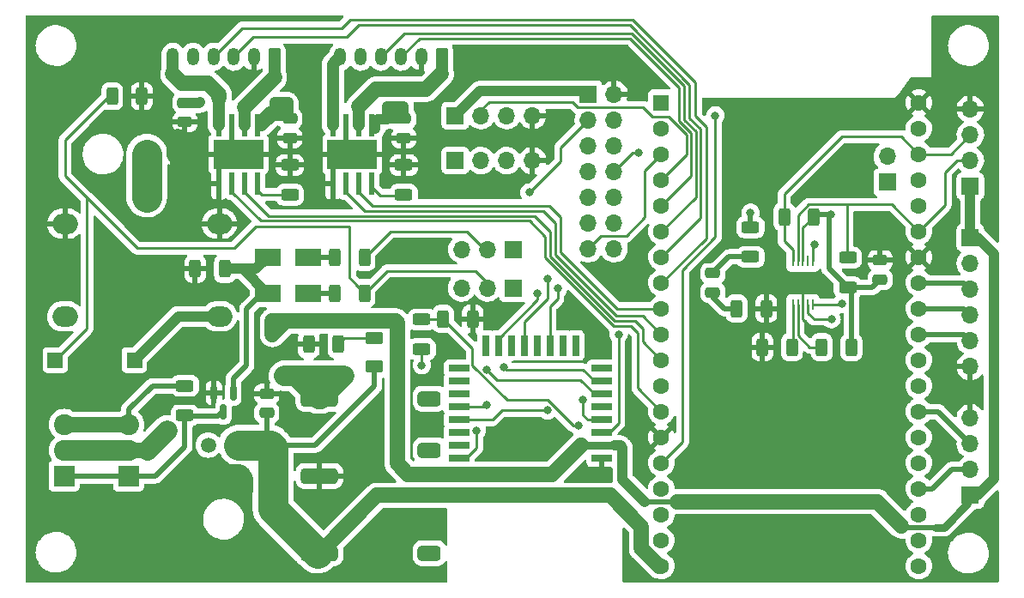
<source format=gbr>
%TF.GenerationSoftware,KiCad,Pcbnew,6.0.1-79c1e3a40b~116~ubuntu20.04.1*%
%TF.CreationDate,2022-01-24T14:31:54+01:00*%
%TF.ProjectId,pippino_board,70697070-696e-46f5-9f62-6f6172642e6b,rev?*%
%TF.SameCoordinates,Original*%
%TF.FileFunction,Copper,L1,Top*%
%TF.FilePolarity,Positive*%
%FSLAX46Y46*%
G04 Gerber Fmt 4.6, Leading zero omitted, Abs format (unit mm)*
G04 Created by KiCad (PCBNEW 6.0.1-79c1e3a40b~116~ubuntu20.04.1) date 2022-01-24 14:31:54*
%MOMM*%
%LPD*%
G01*
G04 APERTURE LIST*
G04 Aperture macros list*
%AMRoundRect*
0 Rectangle with rounded corners*
0 $1 Rounding radius*
0 $2 $3 $4 $5 $6 $7 $8 $9 X,Y pos of 4 corners*
0 Add a 4 corners polygon primitive as box body*
4,1,4,$2,$3,$4,$5,$6,$7,$8,$9,$2,$3,0*
0 Add four circle primitives for the rounded corners*
1,1,$1+$1,$2,$3*
1,1,$1+$1,$4,$5*
1,1,$1+$1,$6,$7*
1,1,$1+$1,$8,$9*
0 Add four rect primitives between the rounded corners*
20,1,$1+$1,$2,$3,$4,$5,0*
20,1,$1+$1,$4,$5,$6,$7,0*
20,1,$1+$1,$6,$7,$8,$9,0*
20,1,$1+$1,$8,$9,$2,$3,0*%
G04 Aperture macros list end*
%TA.AperFunction,ComponentPad*%
%ADD10R,1.700000X1.700000*%
%TD*%
%TA.AperFunction,ComponentPad*%
%ADD11O,1.700000X1.700000*%
%TD*%
%TA.AperFunction,SMDPad,CuDef*%
%ADD12RoundRect,0.250000X0.625000X-0.312500X0.625000X0.312500X-0.625000X0.312500X-0.625000X-0.312500X0*%
%TD*%
%TA.AperFunction,SMDPad,CuDef*%
%ADD13RoundRect,0.250000X0.312500X0.625000X-0.312500X0.625000X-0.312500X-0.625000X0.312500X-0.625000X0*%
%TD*%
%TA.AperFunction,ComponentPad*%
%ADD14R,2.055000X2.055000*%
%TD*%
%TA.AperFunction,ComponentPad*%
%ADD15C,2.055000*%
%TD*%
%TA.AperFunction,ComponentPad*%
%ADD16C,1.500000*%
%TD*%
%TA.AperFunction,ComponentPad*%
%ADD17RoundRect,0.250001X0.499999X-0.499999X0.499999X0.499999X-0.499999X0.499999X-0.499999X-0.499999X0*%
%TD*%
%TA.AperFunction,SMDPad,CuDef*%
%ADD18RoundRect,0.250000X-0.312500X-0.625000X0.312500X-0.625000X0.312500X0.625000X-0.312500X0.625000X0*%
%TD*%
%TA.AperFunction,ComponentPad*%
%ADD19RoundRect,0.250001X0.499999X0.499999X-0.499999X0.499999X-0.499999X-0.499999X0.499999X-0.499999X0*%
%TD*%
%TA.AperFunction,SMDPad,CuDef*%
%ADD20RoundRect,0.250000X0.475000X-0.250000X0.475000X0.250000X-0.475000X0.250000X-0.475000X-0.250000X0*%
%TD*%
%TA.AperFunction,SMDPad,CuDef*%
%ADD21R,0.250000X1.100000*%
%TD*%
%TA.AperFunction,SMDPad,CuDef*%
%ADD22RoundRect,0.250000X-0.625000X0.312500X-0.625000X-0.312500X0.625000X-0.312500X0.625000X0.312500X0*%
%TD*%
%TA.AperFunction,SMDPad,CuDef*%
%ADD23RoundRect,0.250000X-0.475000X0.250000X-0.475000X-0.250000X0.475000X-0.250000X0.475000X0.250000X0*%
%TD*%
%TA.AperFunction,ComponentPad*%
%ADD24O,2.500000X2.000000*%
%TD*%
%TA.AperFunction,SMDPad,CuDef*%
%ADD25R,2.500000X1.800000*%
%TD*%
%TA.AperFunction,ComponentPad*%
%ADD26RoundRect,0.250000X0.350000X0.625000X-0.350000X0.625000X-0.350000X-0.625000X0.350000X-0.625000X0*%
%TD*%
%TA.AperFunction,ComponentPad*%
%ADD27O,1.200000X1.750000*%
%TD*%
%TA.AperFunction,SMDPad,CuDef*%
%ADD28RoundRect,0.150000X-0.150000X0.587500X-0.150000X-0.587500X0.150000X-0.587500X0.150000X0.587500X0*%
%TD*%
%TA.AperFunction,SMDPad,CuDef*%
%ADD29RoundRect,0.250000X-0.625000X0.375000X-0.625000X-0.375000X0.625000X-0.375000X0.625000X0.375000X0*%
%TD*%
%TA.AperFunction,SMDPad,CuDef*%
%ADD30RoundRect,0.381000X-1.460500X-0.381000X1.460500X-0.381000X1.460500X0.381000X-1.460500X0.381000X0*%
%TD*%
%TA.AperFunction,SMDPad,CuDef*%
%ADD31RoundRect,0.381000X-0.762000X-0.381000X0.762000X-0.381000X0.762000X0.381000X-0.762000X0.381000X0*%
%TD*%
%TA.AperFunction,SMDPad,CuDef*%
%ADD32R,0.500000X2.200000*%
%TD*%
%TA.AperFunction,ComponentPad*%
%ADD33C,0.630000*%
%TD*%
%TA.AperFunction,SMDPad,CuDef*%
%ADD34R,4.900000X2.950000*%
%TD*%
%TA.AperFunction,SMDPad,CuDef*%
%ADD35R,1.500000X1.500000*%
%TD*%
%TA.AperFunction,SMDPad,CuDef*%
%ADD36R,2.000000X0.700000*%
%TD*%
%TA.AperFunction,SMDPad,CuDef*%
%ADD37R,0.700000X2.000000*%
%TD*%
%TA.AperFunction,ComponentPad*%
%ADD38R,1.600000X1.600000*%
%TD*%
%TA.AperFunction,ComponentPad*%
%ADD39C,1.600000*%
%TD*%
%TA.AperFunction,ViaPad*%
%ADD40C,0.800000*%
%TD*%
%TA.AperFunction,Conductor*%
%ADD41C,1.500000*%
%TD*%
%TA.AperFunction,Conductor*%
%ADD42C,1.000000*%
%TD*%
%TA.AperFunction,Conductor*%
%ADD43C,1.200000*%
%TD*%
%TA.AperFunction,Conductor*%
%ADD44C,2.000000*%
%TD*%
%TA.AperFunction,Conductor*%
%ADD45C,3.000000*%
%TD*%
%TA.AperFunction,Conductor*%
%ADD46C,2.500000*%
%TD*%
%TA.AperFunction,Conductor*%
%ADD47C,0.250000*%
%TD*%
%TA.AperFunction,Conductor*%
%ADD48C,0.800000*%
%TD*%
%TA.AperFunction,Conductor*%
%ADD49C,0.500000*%
%TD*%
%TA.AperFunction,Conductor*%
%ADD50C,0.300000*%
%TD*%
G04 APERTURE END LIST*
D10*
X242000000Y-48500000D03*
D11*
X242000000Y-45960000D03*
D12*
X238100000Y-58862500D03*
X238100000Y-55937500D03*
D13*
X234762500Y-51900000D03*
X231837500Y-51900000D03*
D14*
X167170000Y-77465000D03*
D15*
X167170000Y-74930000D03*
X167170000Y-72395000D03*
D12*
X183070000Y-49722500D03*
X183070000Y-46797500D03*
D16*
X171955000Y-45720000D03*
D17*
X168955000Y-45720000D03*
D18*
X227137500Y-60960000D03*
X230062500Y-60960000D03*
D13*
X190438500Y-59436000D03*
X187513500Y-59436000D03*
D19*
X178030000Y-77425000D03*
D16*
X175030000Y-77425000D03*
X178030000Y-74425000D03*
X175030000Y-74425000D03*
D10*
X250190000Y-48895000D03*
D11*
X250190000Y-46355000D03*
X250190000Y-43815000D03*
X250190000Y-41275000D03*
D20*
X180800000Y-71250000D03*
X180800000Y-69350000D03*
D21*
X232680000Y-60570000D03*
X233180000Y-60570000D03*
X233680000Y-60570000D03*
X234180000Y-60570000D03*
X234680000Y-60570000D03*
X234680000Y-56270000D03*
X234180000Y-56270000D03*
X233680000Y-56270000D03*
X233180000Y-56270000D03*
X232680000Y-56270000D03*
D10*
X199390000Y-46355000D03*
D11*
X201930000Y-46355000D03*
X204470000Y-46355000D03*
X207010000Y-46355000D03*
D10*
X212500000Y-39800000D03*
D11*
X215040000Y-39800000D03*
X212500000Y-42340000D03*
X215040000Y-42340000D03*
X212500000Y-44880000D03*
X215040000Y-44880000D03*
X212500000Y-47420000D03*
X215040000Y-47420000D03*
X212500000Y-49960000D03*
X215040000Y-49960000D03*
X212500000Y-52500000D03*
X215040000Y-52500000D03*
X212500000Y-55040000D03*
X215040000Y-55040000D03*
D22*
X228500000Y-52937500D03*
X228500000Y-55862500D03*
D23*
X183070000Y-42230000D03*
X183070000Y-44130000D03*
D18*
X198181500Y-61976000D03*
X201106500Y-61976000D03*
D10*
X199390000Y-41910000D03*
D11*
X201930000Y-41910000D03*
X204470000Y-41910000D03*
X207010000Y-41910000D03*
D13*
X238462500Y-64770000D03*
X235537500Y-64770000D03*
D24*
X160880000Y-52580000D03*
X160880000Y-61720000D03*
X176120000Y-52580000D03*
X176120000Y-61720000D03*
D25*
X180880000Y-55880000D03*
X184880000Y-55880000D03*
D13*
X176662500Y-57037500D03*
X173737500Y-57037500D03*
D22*
X172720000Y-68580000D03*
X172720000Y-71505000D03*
D18*
X165542500Y-40005000D03*
X168467500Y-40005000D03*
D25*
X180880000Y-59436000D03*
X184880000Y-59436000D03*
D20*
X241300000Y-58100000D03*
X241300000Y-56200000D03*
D13*
X232602500Y-64770000D03*
X229677500Y-64770000D03*
D12*
X194310000Y-49722500D03*
X194310000Y-46797500D03*
D10*
X250190000Y-79365000D03*
D11*
X250190000Y-76825000D03*
X250190000Y-74285000D03*
X250190000Y-71745000D03*
D26*
X198040000Y-36110000D03*
D27*
X196040000Y-36110000D03*
X194040000Y-36110000D03*
X192040000Y-36110000D03*
X190040000Y-36110000D03*
X188040000Y-36110000D03*
D26*
X181530000Y-36110000D03*
D27*
X179530000Y-36110000D03*
X177530000Y-36110000D03*
X175530000Y-36110000D03*
X173530000Y-36110000D03*
X171530000Y-36110000D03*
D28*
X175580000Y-69297500D03*
X177480000Y-69297500D03*
X176530000Y-71172500D03*
D12*
X196088000Y-64962500D03*
X196088000Y-62037500D03*
D29*
X191400000Y-63900000D03*
X191400000Y-66700000D03*
D10*
X205090000Y-58928000D03*
D11*
X202550000Y-58928000D03*
X200010000Y-58928000D03*
D30*
X185991500Y-69850000D03*
X185991500Y-77470000D03*
X185991500Y-85090000D03*
D31*
X196850000Y-85090000D03*
X196850000Y-74930000D03*
X196850000Y-69850000D03*
D14*
X160820000Y-77465000D03*
D15*
X160820000Y-74930000D03*
X160820000Y-72395000D03*
D23*
X194310000Y-42230000D03*
X194310000Y-44130000D03*
D32*
X187325000Y-48595000D03*
X188595000Y-48595000D03*
X189865000Y-48595000D03*
X191135000Y-48595000D03*
X191135000Y-42845000D03*
X189865000Y-42845000D03*
X188595000Y-42845000D03*
X187325000Y-42845000D03*
D33*
X190530000Y-45070000D03*
X187930000Y-46370000D03*
X189230000Y-46370000D03*
X187930000Y-45070000D03*
X190530000Y-46370000D03*
D34*
X189230000Y-45720000D03*
D33*
X189230000Y-45070000D03*
D35*
X167730000Y-66040000D03*
X159930000Y-66040000D03*
D36*
X213850000Y-75750000D03*
X213850000Y-74480000D03*
X213850000Y-73210000D03*
X213850000Y-71940000D03*
X213850000Y-70670000D03*
X213850000Y-69400000D03*
X213850000Y-68130000D03*
X213850000Y-66860000D03*
D37*
X211260000Y-64600000D03*
X209990000Y-64600000D03*
X208720000Y-64600000D03*
X207450000Y-64600000D03*
X206180000Y-64600000D03*
X204910000Y-64600000D03*
X203640000Y-64600000D03*
X202370000Y-64600000D03*
D36*
X199750000Y-66860000D03*
X199750000Y-68130000D03*
X199750000Y-69400000D03*
X199750000Y-70670000D03*
X199750000Y-71940000D03*
X199750000Y-73210000D03*
X199750000Y-74480000D03*
X199750000Y-75750000D03*
D38*
X219710000Y-40640000D03*
D39*
X219710000Y-43180000D03*
X219710000Y-45720000D03*
X219710000Y-48260000D03*
X219710000Y-50800000D03*
X219710000Y-53340000D03*
X219710000Y-55880000D03*
X219710000Y-58420000D03*
X219710000Y-60960000D03*
X219710000Y-63500000D03*
X219710000Y-66040000D03*
X219710000Y-68580000D03*
X219710000Y-71120000D03*
X219710000Y-73660000D03*
X219710000Y-76200000D03*
X219710000Y-78740000D03*
X219710000Y-81280000D03*
X219710000Y-83820000D03*
X219710000Y-86360000D03*
X245110000Y-86360000D03*
X245110000Y-83820000D03*
X245110000Y-81280000D03*
X245110000Y-78740000D03*
X245110000Y-76200000D03*
X245110000Y-73660000D03*
X245110000Y-71120000D03*
X245110000Y-68580000D03*
X245110000Y-66040000D03*
X245110000Y-63500000D03*
X245110000Y-60960000D03*
X245110000Y-58420000D03*
X245110000Y-55880000D03*
X245110000Y-53340000D03*
X245110000Y-50800000D03*
X245110000Y-48260000D03*
X245110000Y-45720000D03*
X245110000Y-43180000D03*
X245110000Y-40640000D03*
D18*
X187513500Y-55880000D03*
X190438500Y-55880000D03*
D23*
X224790000Y-57470000D03*
X224790000Y-59370000D03*
X172720000Y-40640000D03*
X172720000Y-42540000D03*
D13*
X187862500Y-64500000D03*
X184937500Y-64500000D03*
D32*
X176085000Y-48595000D03*
X177355000Y-48595000D03*
X178625000Y-48595000D03*
X179895000Y-48595000D03*
X179895000Y-42845000D03*
X178625000Y-42845000D03*
X177355000Y-42845000D03*
X176085000Y-42845000D03*
D33*
X179290000Y-46370000D03*
X176690000Y-45070000D03*
X177990000Y-46370000D03*
X179290000Y-45070000D03*
D34*
X177990000Y-45720000D03*
D33*
X177990000Y-45070000D03*
X176690000Y-46370000D03*
D11*
X200025000Y-55118000D03*
X202565000Y-55118000D03*
D10*
X205105000Y-55118000D03*
X250190000Y-53975000D03*
D11*
X250190000Y-56515000D03*
X250190000Y-59055000D03*
X250190000Y-61595000D03*
X250190000Y-64135000D03*
X250190000Y-66675000D03*
D40*
X189450000Y-38200000D03*
X177750000Y-38400000D03*
X169000000Y-50000000D03*
X168955000Y-48045000D03*
X235500000Y-43500000D03*
X251500000Y-82000000D03*
X194300000Y-41050000D03*
X170000000Y-74000000D03*
X184000000Y-67600000D03*
X164070000Y-74930000D03*
X182500000Y-67600000D03*
X187000000Y-67600000D03*
X185500000Y-67600000D03*
X169070000Y-74930000D03*
X182900000Y-40600000D03*
X181600000Y-40600000D03*
X171000000Y-73000000D03*
X192650000Y-42250000D03*
X181600000Y-41900000D03*
X196088000Y-66548000D03*
X174200000Y-40600000D03*
X192700000Y-41000000D03*
X188400000Y-67600000D03*
X234000000Y-83000000D03*
X203200000Y-75438000D03*
X196088000Y-54864000D03*
X171000000Y-86000000D03*
X174244000Y-65532000D03*
X233000000Y-77000000D03*
X207518000Y-75438000D03*
X166000000Y-86000000D03*
X190500000Y-73000000D03*
X203000000Y-49000000D03*
X158000000Y-75250000D03*
X159750000Y-55250000D03*
X226568000Y-46228000D03*
X238500000Y-46000000D03*
X216916000Y-86868000D03*
X236000000Y-41148000D03*
X230000000Y-86000000D03*
X201168000Y-36068000D03*
X169500000Y-60250000D03*
X229000000Y-77000000D03*
X207264000Y-36068000D03*
X158250000Y-43000000D03*
X166116000Y-35052000D03*
X247904000Y-68580000D03*
X234000000Y-86000000D03*
X210312000Y-36068000D03*
X167640000Y-35052000D03*
X247904000Y-40640000D03*
X171196000Y-58420000D03*
X247904000Y-38608000D03*
X194000000Y-82000000D03*
X237000000Y-77000000D03*
X241000000Y-73000000D03*
X232000000Y-44000000D03*
X232000000Y-47000000D03*
X162750000Y-82250000D03*
X230000000Y-83000000D03*
X224000000Y-77000000D03*
X166000000Y-81788000D03*
X232000000Y-41148000D03*
X241808000Y-66294000D03*
X192000000Y-85000000D03*
X196000000Y-72500000D03*
X204500000Y-73000000D03*
X238000000Y-83000000D03*
X173000000Y-48000000D03*
X236500000Y-49000000D03*
X190000000Y-77000000D03*
X213360000Y-57302400D03*
X194564000Y-59436000D03*
X237000000Y-73000000D03*
X158250000Y-57750000D03*
X213360000Y-36068000D03*
X158500000Y-48500000D03*
X184404000Y-37084000D03*
X226568000Y-44196000D03*
X171000000Y-80000000D03*
X242000000Y-42000000D03*
X168000000Y-61750000D03*
X227076000Y-67000000D03*
X161544000Y-39116000D03*
X205486000Y-75438000D03*
X238000000Y-86000000D03*
X158000000Y-80750000D03*
X179750000Y-85500000D03*
X169672000Y-42672000D03*
X226000000Y-83000000D03*
X196596000Y-59436000D03*
X241808000Y-63500000D03*
X215000000Y-37500000D03*
X224028000Y-67000000D03*
X186000000Y-80000000D03*
X158000000Y-69500000D03*
X171000000Y-83000000D03*
X160020000Y-40132000D03*
X174000000Y-54000000D03*
X158000000Y-63500000D03*
X212500000Y-62500000D03*
X163068000Y-38100000D03*
X239000000Y-42000000D03*
X241000000Y-77000000D03*
X174000000Y-49000000D03*
X204216000Y-36068000D03*
X226000000Y-65000000D03*
X207000000Y-73000000D03*
X226000000Y-86000000D03*
X224028000Y-65000000D03*
X247904000Y-42672000D03*
X247396000Y-74676000D03*
X241808000Y-53340000D03*
X167132000Y-42672000D03*
X240284000Y-53340000D03*
X196000000Y-45000000D03*
X212090000Y-77216000D03*
X172720000Y-65532000D03*
X247904000Y-66548000D03*
X228500000Y-51500000D03*
X236400000Y-51700000D03*
X207500000Y-59500000D03*
X208500000Y-58000000D03*
X209500000Y-59000000D03*
X208487701Y-71012299D03*
X202500000Y-70500000D03*
X192532000Y-62230000D03*
X181356000Y-62200000D03*
X181356000Y-63500000D03*
X215500000Y-63500000D03*
X212000000Y-70000000D03*
X201500000Y-73000000D03*
X217500000Y-45600000D03*
X234800000Y-54600000D03*
X236500000Y-62000000D03*
X206700000Y-49500000D03*
X225044000Y-41910000D03*
X204160761Y-66710499D03*
X202500000Y-67000000D03*
X237500000Y-60500000D03*
X211500000Y-72500000D03*
D41*
X182850000Y-62200000D02*
X193518000Y-62200000D01*
X193518000Y-62200000D02*
X193672500Y-62354500D01*
X194717600Y-77317600D02*
X208940400Y-77317600D01*
X193672500Y-62354500D02*
X193672500Y-76272500D01*
X193672500Y-76272500D02*
X194717600Y-77317600D01*
X208940400Y-77317600D02*
X211778000Y-74480000D01*
X198000000Y-37800000D02*
X196500000Y-39300000D01*
X196500000Y-39300000D02*
X191600000Y-39300000D01*
X191600000Y-39300000D02*
X189865000Y-41035000D01*
D42*
X194300000Y-41050000D02*
X194250000Y-41000000D01*
X194250000Y-41000000D02*
X192700000Y-41000000D01*
X194300000Y-41050000D02*
X194300000Y-42220000D01*
X194300000Y-42220000D02*
X194310000Y-42230000D01*
X192700000Y-41000000D02*
X192700000Y-42200000D01*
X192700000Y-41000000D02*
X193080000Y-41000000D01*
X192700000Y-42200000D02*
X192650000Y-42250000D01*
X193080000Y-41000000D02*
X194310000Y-42230000D01*
X192650000Y-42250000D02*
X192670000Y-42230000D01*
X191516000Y-42464000D02*
X191516000Y-43180000D01*
X192670000Y-42230000D02*
X194310000Y-42230000D01*
X192650000Y-42250000D02*
X191730000Y-42250000D01*
X191730000Y-42250000D02*
X191516000Y-42464000D01*
D41*
X176085000Y-40195000D02*
X176085000Y-39835000D01*
X172400000Y-38700000D02*
X171530000Y-37830000D01*
X176085000Y-39835000D02*
X174950000Y-38700000D01*
X174950000Y-38700000D02*
X172400000Y-38700000D01*
D43*
X198000000Y-37800000D02*
X198040000Y-37760000D01*
X198040000Y-37760000D02*
X198040000Y-36110000D01*
X178625000Y-42845000D02*
X178625000Y-41085000D01*
D41*
X181100000Y-38600000D02*
X181530000Y-38170000D01*
X178625000Y-41085000D02*
X181100000Y-38610000D01*
D43*
X181100000Y-38610000D02*
X181100000Y-38600000D01*
X181530000Y-38170000D02*
X181530000Y-36110000D01*
D44*
X178030000Y-77425000D02*
X178400000Y-77795000D01*
X178400000Y-77795000D02*
X178400000Y-78900000D01*
X178030000Y-77425000D02*
X178179520Y-77574520D01*
X178179520Y-77574520D02*
X178030000Y-77574520D01*
D45*
X175030000Y-77425000D02*
X175179520Y-77574520D01*
D46*
X175179520Y-77574520D02*
X178030000Y-77574520D01*
D44*
X172250000Y-44500000D02*
X172250000Y-47500000D01*
X172000000Y-44250000D02*
X172250000Y-44500000D01*
X171955000Y-45720000D02*
X171955000Y-44295000D01*
X171955000Y-44295000D02*
X172000000Y-44250000D01*
D45*
X168955000Y-49295000D02*
X168955000Y-48045000D01*
X168955000Y-48045000D02*
X168955000Y-45720000D01*
D47*
X190438500Y-59436000D02*
X189551480Y-58548980D01*
X189551480Y-58548980D02*
X189551480Y-58487480D01*
X177564000Y-55000000D02*
X168000000Y-55000000D01*
X189551480Y-58487480D02*
X188976000Y-57912000D01*
X188976000Y-57912000D02*
X188976000Y-52832000D01*
X188976000Y-52832000D02*
X179732000Y-52832000D01*
X179732000Y-52832000D02*
X177564000Y-55000000D01*
X168000000Y-55000000D02*
X162500000Y-49500000D01*
D45*
X168955000Y-49955000D02*
X168955000Y-49295000D01*
D48*
X249935000Y-79365000D02*
X249935000Y-80215000D01*
X249935000Y-80215000D02*
X247600000Y-82550000D01*
X247600000Y-82550000D02*
X246750000Y-82550000D01*
D42*
X250190000Y-79365000D02*
X250905000Y-79365000D01*
X250905000Y-79365000D02*
X252500000Y-77770000D01*
X252500000Y-77770000D02*
X252500000Y-55590000D01*
X252500000Y-55590000D02*
X250885000Y-53975000D01*
X250885000Y-53975000D02*
X250190000Y-53975000D01*
X215129022Y-74480000D02*
X215650000Y-74480000D01*
X215900000Y-77860000D02*
X218040000Y-80000000D01*
X215650000Y-74480000D02*
X215900000Y-74730000D01*
X215900000Y-74730000D02*
X215900000Y-77860000D01*
D48*
X213850000Y-74480000D02*
X215129022Y-74480000D01*
X218040000Y-80000000D02*
X218100000Y-80000000D01*
D49*
X246750000Y-82550000D02*
X243550000Y-82550000D01*
X243550000Y-82550000D02*
X243500000Y-82500000D01*
D47*
X231837500Y-51900000D02*
X231837500Y-49662500D01*
X231837500Y-49662500D02*
X237500000Y-44000000D01*
X237500000Y-44000000D02*
X243390000Y-44000000D01*
X243390000Y-44000000D02*
X245110000Y-45720000D01*
D44*
X184000000Y-67600000D02*
X184000000Y-68000000D01*
X184000000Y-68000000D02*
X185850000Y-69850000D01*
X185850000Y-69850000D02*
X185991500Y-69850000D01*
D47*
X196088000Y-64962500D02*
X196088000Y-66548000D01*
D49*
X182740000Y-41900000D02*
X183070000Y-42230000D01*
D44*
X185991500Y-69850000D02*
X186150000Y-69850000D01*
D42*
X182900000Y-40600000D02*
X182900000Y-42060000D01*
D44*
X169070000Y-74930000D02*
X171000000Y-73000000D01*
D49*
X191470000Y-43180000D02*
X191135000Y-42845000D01*
D44*
X182500000Y-67600000D02*
X188400000Y-67600000D01*
D42*
X174160000Y-40640000D02*
X174200000Y-40600000D01*
X181366000Y-41900000D02*
X181600000Y-41900000D01*
D44*
X186150000Y-69850000D02*
X188400000Y-67600000D01*
D42*
X181600000Y-40600000D02*
X181600000Y-41900000D01*
D49*
X180340000Y-42926000D02*
X180340000Y-41910000D01*
D42*
X180340000Y-42926000D02*
X181366000Y-41900000D01*
X181600000Y-41900000D02*
X182740000Y-41900000D01*
X172720000Y-40640000D02*
X174160000Y-40640000D01*
D49*
X180340000Y-41910000D02*
X180950000Y-41300000D01*
X180340000Y-42926000D02*
X180259000Y-42845000D01*
X180259000Y-42845000D02*
X179895000Y-42845000D01*
D42*
X182200000Y-41300000D02*
X181600000Y-40700000D01*
D41*
X167170000Y-74930000D02*
X169070000Y-74930000D01*
D49*
X191516000Y-43180000D02*
X191470000Y-43180000D01*
D44*
X160820000Y-74930000D02*
X167170000Y-74930000D01*
D42*
X181600000Y-40700000D02*
X181600000Y-40600000D01*
D49*
X180950000Y-41300000D02*
X182200000Y-41300000D01*
D42*
X181600000Y-40600000D02*
X182900000Y-40600000D01*
D49*
X182900000Y-42060000D02*
X183070000Y-42230000D01*
D47*
X233680000Y-60570000D02*
X233680000Y-58928000D01*
X233680000Y-61976000D02*
X234188000Y-62484000D01*
X233680000Y-60570000D02*
X233680000Y-61976000D01*
D41*
X214699520Y-79399520D02*
X217760489Y-82460489D01*
D49*
X191400000Y-68600000D02*
X191400000Y-66700000D01*
D41*
X219492974Y-86360000D02*
X219710000Y-86360000D01*
D49*
X185575000Y-74425000D02*
X191400000Y-68600000D01*
D41*
X217760489Y-84627515D02*
X219492974Y-86360000D01*
D45*
X181400000Y-80700000D02*
X185790000Y-85090000D01*
D49*
X180800000Y-74100000D02*
X181125000Y-74425000D01*
D41*
X185991500Y-85090000D02*
X191681980Y-79399520D01*
D49*
X180800000Y-71250000D02*
X180800000Y-74100000D01*
D41*
X217760489Y-82460489D02*
X217760489Y-84627515D01*
X181125000Y-74425000D02*
X181400000Y-74700000D01*
D45*
X181400000Y-74700000D02*
X181400000Y-80700000D01*
D49*
X181125000Y-74425000D02*
X185575000Y-74425000D01*
D41*
X185790000Y-85090000D02*
X185991500Y-85090000D01*
X191681980Y-79399520D02*
X214699520Y-79399520D01*
D45*
X178030000Y-74425000D02*
X181125000Y-74425000D01*
D49*
X228500000Y-55862500D02*
X226397500Y-55862500D01*
X226397500Y-55862500D02*
X224790000Y-57470000D01*
X224790000Y-59370000D02*
X224790000Y-59790000D01*
X224790000Y-59790000D02*
X225960000Y-60960000D01*
X225960000Y-60960000D02*
X227137500Y-60960000D01*
X240537500Y-58862500D02*
X241300000Y-58100000D01*
X236249511Y-51850489D02*
X236249511Y-57012011D01*
X236400000Y-51700000D02*
X236249511Y-51850489D01*
D47*
X233680000Y-52982500D02*
X234762500Y-51900000D01*
D49*
X236249511Y-57012011D02*
X238100000Y-58862500D01*
X228500000Y-51500000D02*
X228500000Y-52937500D01*
X238100000Y-58862500D02*
X240537500Y-58862500D01*
X238500000Y-59262500D02*
X238100000Y-58862500D01*
X238500000Y-64732500D02*
X238500000Y-59262500D01*
X236400000Y-51700000D02*
X234962500Y-51700000D01*
X238462500Y-64770000D02*
X238500000Y-64732500D01*
D47*
X233680000Y-56270000D02*
X233680000Y-52982500D01*
D49*
X234962500Y-51700000D02*
X234762500Y-51900000D01*
D47*
X191400000Y-63900000D02*
X188462500Y-63900000D01*
X188462500Y-63900000D02*
X187862500Y-64500000D01*
D49*
X180340000Y-59436000D02*
X178816000Y-60960000D01*
D42*
X177437500Y-57037500D02*
X178212500Y-57037500D01*
D49*
X178816000Y-60960000D02*
X178816000Y-66548000D01*
D42*
X178212500Y-57037500D02*
X179722500Y-57037500D01*
D49*
X177480000Y-67884000D02*
X177480000Y-69297500D01*
X178816000Y-66548000D02*
X177480000Y-67884000D01*
X177500000Y-57100000D02*
X177437500Y-57037500D01*
D42*
X178212500Y-57037500D02*
X178407500Y-57037500D01*
D49*
X180880000Y-59436000D02*
X180340000Y-59436000D01*
D42*
X178407500Y-57037500D02*
X180850000Y-59480000D01*
X179722500Y-57037500D02*
X180880000Y-55880000D01*
X176662500Y-57037500D02*
X177437500Y-57037500D01*
D49*
X184880000Y-59436000D02*
X187513500Y-59436000D01*
X184880000Y-55880000D02*
X187513500Y-55880000D01*
X169520000Y-68580000D02*
X172720000Y-68580000D01*
D41*
X160825000Y-72400000D02*
X167175000Y-72400000D01*
D49*
X167170000Y-72395000D02*
X167170000Y-70930000D01*
X167170000Y-70930000D02*
X169520000Y-68580000D01*
D47*
X207500000Y-60090000D02*
X203640000Y-63950000D01*
X207500000Y-59500000D02*
X207500000Y-60090000D01*
X203640000Y-63950000D02*
X203640000Y-64600000D01*
X206180000Y-62298000D02*
X206180000Y-64600000D01*
X208500000Y-59978000D02*
X206180000Y-62298000D01*
X208500000Y-58000000D02*
X208500000Y-59978000D01*
X208720000Y-60774000D02*
X208720000Y-64600000D01*
X209500000Y-59994000D02*
X208720000Y-60774000D01*
X209500000Y-59000000D02*
X209500000Y-59994000D01*
X208487701Y-71012299D02*
X208475402Y-71000000D01*
X208475402Y-71000000D02*
X204000000Y-71000000D01*
X203060000Y-71940000D02*
X199750000Y-71940000D01*
X204000000Y-71000000D02*
X203060000Y-71940000D01*
X213733946Y-53806054D02*
X212500000Y-55040000D01*
X202500000Y-70500000D02*
X202330000Y-70670000D01*
X218100000Y-47330000D02*
X218100000Y-51967595D01*
X216261541Y-53806054D02*
X213733946Y-53806054D01*
X202330000Y-70670000D02*
X199750000Y-70670000D01*
X219710000Y-45720000D02*
X218100000Y-47330000D01*
X218100000Y-51967595D02*
X216261541Y-53806054D01*
D48*
X211778000Y-74480000D02*
X213850000Y-74480000D01*
D42*
X250190000Y-53975000D02*
X250190000Y-48895000D01*
D41*
X243400000Y-82400000D02*
X241000000Y-80000000D01*
X182850000Y-62200000D02*
X182656000Y-62200000D01*
X241000000Y-80000000D02*
X221300000Y-80000000D01*
D42*
X212200000Y-39500000D02*
X212500000Y-39800000D01*
X201800000Y-39500000D02*
X212200000Y-39500000D01*
D41*
X182656000Y-62200000D02*
X181356000Y-63500000D01*
D42*
X199390000Y-41910000D02*
X201800000Y-39500000D01*
D50*
X243500000Y-82500000D02*
X243400000Y-82400000D01*
D41*
X182850000Y-62200000D02*
X181356000Y-62200000D01*
D49*
X221300000Y-80000000D02*
X218100000Y-80000000D01*
D41*
X181356000Y-62200000D02*
X181356000Y-63500000D01*
D42*
X175345000Y-61720000D02*
X172050000Y-61720000D01*
X172050000Y-61720000D02*
X167730000Y-66040000D01*
D47*
X215500000Y-63500000D02*
X215500000Y-72289022D01*
X214579022Y-73210000D02*
X213850000Y-73210000D01*
X215500000Y-72289022D02*
X214579022Y-73210000D01*
X212000000Y-70000000D02*
X212000000Y-71500000D01*
X212440000Y-71940000D02*
X213850000Y-71940000D01*
X212000000Y-71500000D02*
X212440000Y-71940000D01*
X201500000Y-73000000D02*
X201500000Y-74729022D01*
X200479022Y-75750000D02*
X199750000Y-75750000D01*
X201500000Y-74729022D02*
X200479022Y-75750000D01*
X234680000Y-54720000D02*
X234680000Y-56270000D01*
X216860000Y-45600000D02*
X217500000Y-45600000D01*
X215040000Y-47420000D02*
X216860000Y-45600000D01*
X234800000Y-54600000D02*
X234680000Y-54720000D01*
X234785978Y-62000000D02*
X234180000Y-61394022D01*
X234180000Y-61394022D02*
X234180000Y-60570000D01*
X236500000Y-62000000D02*
X234785978Y-62000000D01*
X209800000Y-45040000D02*
X212500000Y-42340000D01*
X206700000Y-49500000D02*
X209800000Y-46400000D01*
X209800000Y-46400000D02*
X209800000Y-45040000D01*
D49*
X245110000Y-71120000D02*
X247025000Y-71120000D01*
X247025000Y-71120000D02*
X250190000Y-74285000D01*
X245110000Y-78740000D02*
X246460000Y-78740000D01*
X248375000Y-76825000D02*
X250190000Y-76825000D01*
X246460000Y-78740000D02*
X248375000Y-76825000D01*
X245110000Y-58420000D02*
X249555000Y-58420000D01*
X249555000Y-58420000D02*
X250190000Y-59055000D01*
X245110000Y-60960000D02*
X249555000Y-60960000D01*
X249555000Y-60960000D02*
X250190000Y-61595000D01*
X249555000Y-63500000D02*
X250190000Y-64135000D01*
X245110000Y-63500000D02*
X249555000Y-63500000D01*
D47*
X225044000Y-53898494D02*
X221800000Y-57142494D01*
X221800000Y-74110000D02*
X219710000Y-76200000D01*
X221800000Y-57142494D02*
X221800000Y-74110000D01*
X225044000Y-41910000D02*
X225044000Y-53898494D01*
X231837500Y-54337500D02*
X232680000Y-55180000D01*
X232680000Y-55180000D02*
X232680000Y-56270000D01*
X248285000Y-45720000D02*
X250190000Y-43815000D01*
X245110000Y-45720000D02*
X248285000Y-45720000D01*
X231837500Y-51900000D02*
X231837500Y-54337500D01*
X233180000Y-56270000D02*
X233180000Y-51732507D01*
X238100000Y-55937500D02*
X238000480Y-55837980D01*
X245110000Y-53340000D02*
X247700000Y-50750000D01*
X247700000Y-47500000D02*
X248845000Y-46355000D01*
X242470480Y-50700480D02*
X245110000Y-53340000D01*
X234212027Y-50700480D02*
X236400480Y-50700480D01*
X236400480Y-50700480D02*
X238000480Y-50700480D01*
X233180000Y-51732507D02*
X234212027Y-50700480D01*
X238000480Y-50700480D02*
X242470480Y-50700480D01*
X248845000Y-46355000D02*
X250190000Y-46355000D01*
X247700000Y-50750000D02*
X247700000Y-47500000D01*
X238000480Y-55837980D02*
X238000480Y-50700480D01*
X178366000Y-33274000D02*
X188176934Y-33274000D01*
X223078520Y-41958876D02*
X224123080Y-43003436D01*
X224123080Y-43003436D02*
X224123080Y-54006920D01*
X216882370Y-32426441D02*
X223078520Y-38622591D01*
X223078520Y-38622591D02*
X223078520Y-41958876D01*
X188176934Y-33274000D02*
X189024493Y-32426441D01*
X175530000Y-36110000D02*
X178366000Y-33274000D01*
X189024493Y-32426441D02*
X216882370Y-32426441D01*
X224123080Y-54006920D02*
X219710000Y-58420000D01*
X216644396Y-33000960D02*
X222504000Y-38860564D01*
X222504000Y-38860564D02*
X222504000Y-42196847D01*
X179477000Y-34163000D02*
X188722000Y-34163000D01*
X223548560Y-43241409D02*
X223548560Y-52041440D01*
X189884040Y-33000960D02*
X216644396Y-33000960D01*
X188722000Y-34163000D02*
X189884040Y-33000960D01*
X222504000Y-42196847D02*
X223548560Y-43241409D01*
X177530000Y-36110000D02*
X179477000Y-34163000D01*
X223548560Y-52041440D02*
X219710000Y-55880000D01*
D43*
X171530000Y-37830000D02*
X171530000Y-36110000D01*
X176085000Y-42845000D02*
X176085000Y-40195000D01*
X189865000Y-42845000D02*
X189865000Y-41035000D01*
D47*
X223099040Y-43427606D02*
X223099040Y-49950960D01*
X223099040Y-49950960D02*
X219710000Y-53340000D01*
X192040000Y-36110000D02*
X194368000Y-33782000D01*
X221996000Y-42324564D02*
X223099040Y-43427606D01*
X221996000Y-38988282D02*
X221996000Y-42324564D01*
X216789718Y-33782000D02*
X221996000Y-38988282D01*
X194368000Y-33782000D02*
X216789718Y-33782000D01*
X194040000Y-36110000D02*
X195860000Y-34290000D01*
X221488000Y-42452282D02*
X222649520Y-43613803D01*
X195860000Y-34290000D02*
X216662000Y-34290000D01*
X222649520Y-47860480D02*
X219710000Y-50800000D01*
X221488000Y-39116000D02*
X221488000Y-42452282D01*
X222649520Y-43613803D02*
X222649520Y-47860480D01*
X216662000Y-34290000D02*
X221488000Y-39116000D01*
D43*
X187325000Y-36825000D02*
X187325000Y-42845000D01*
X188040000Y-36110000D02*
X187325000Y-36825000D01*
D47*
X192978500Y-53340000D02*
X190438500Y-55880000D01*
X202565000Y-55372000D02*
X200533000Y-53340000D01*
X200533000Y-53340000D02*
X192978500Y-53340000D01*
X204450262Y-67000000D02*
X211990978Y-67000000D01*
X213120978Y-68130000D02*
X213850000Y-68130000D01*
X211990978Y-67000000D02*
X213120978Y-68130000D01*
X204160761Y-66710499D02*
X204450262Y-67000000D01*
X202550000Y-58928000D02*
X202550000Y-58420000D01*
X165195000Y-40005000D02*
X160900000Y-44300000D01*
X192629011Y-57245489D02*
X201375489Y-57245489D01*
X190438500Y-59436000D02*
X192629011Y-57245489D01*
X201375489Y-57245489D02*
X202550000Y-58420000D01*
X160900000Y-47900000D02*
X162500000Y-49500000D01*
X163068000Y-62902000D02*
X159930000Y-66040000D01*
X163068000Y-50068000D02*
X163068000Y-62902000D01*
X160900000Y-44300000D02*
X160900000Y-47900000D01*
X165542500Y-40005000D02*
X165195000Y-40005000D01*
X162500000Y-49500000D02*
X163068000Y-50068000D01*
X211720978Y-68000000D02*
X213120978Y-69400000D01*
X202500000Y-67000000D02*
X203500000Y-68000000D01*
X203500000Y-68000000D02*
X211720978Y-68000000D01*
X213120978Y-69400000D02*
X213850000Y-69400000D01*
D49*
X160820000Y-77465000D02*
X167170000Y-77465000D01*
X172815000Y-71600000D02*
X172720000Y-71505000D01*
X169835000Y-77465000D02*
X172720000Y-74580000D01*
X172720000Y-74580000D02*
X172720000Y-71505000D01*
X176530000Y-71172500D02*
X176427500Y-71172500D01*
X176000000Y-71600000D02*
X172815000Y-71600000D01*
X176427500Y-71172500D02*
X176000000Y-71600000D01*
X167170000Y-77465000D02*
X169835000Y-77465000D01*
D47*
X180293478Y-49722500D02*
X183070000Y-49722500D01*
X179895000Y-49324022D02*
X180293478Y-49722500D01*
X179895000Y-48595000D02*
X179895000Y-49324022D01*
X191135000Y-48595000D02*
X191135000Y-48935000D01*
X194232500Y-49800000D02*
X194310000Y-49722500D01*
X192000000Y-49800000D02*
X194232500Y-49800000D01*
X191135000Y-48935000D02*
X192000000Y-49800000D01*
X234352493Y-64770000D02*
X235537500Y-64770000D01*
X233180000Y-63597507D02*
X234352493Y-64770000D01*
X233180000Y-60570000D02*
X233180000Y-63597507D01*
X232602500Y-64770000D02*
X232680000Y-64692500D01*
X232680000Y-64692500D02*
X232680000Y-60570000D01*
X215360000Y-60960000D02*
X219710000Y-60960000D01*
X209804000Y-55404000D02*
X215360000Y-60960000D01*
X189865000Y-49445000D02*
X191220000Y-50800000D01*
X191220000Y-50800000D02*
X208700000Y-50800000D01*
X209804000Y-51904000D02*
X209804000Y-55404000D01*
X208700000Y-50800000D02*
X209804000Y-51904000D01*
X189865000Y-48595000D02*
X189865000Y-49445000D01*
X215300000Y-61700000D02*
X217910000Y-61700000D01*
X209296000Y-55696000D02*
X215300000Y-61700000D01*
X208100000Y-51300000D02*
X209296000Y-52496000D01*
X217910000Y-61700000D02*
X219710000Y-63500000D01*
X209296000Y-52496000D02*
X209296000Y-55696000D01*
X188595000Y-49445000D02*
X190450000Y-51300000D01*
X190450000Y-51300000D02*
X208100000Y-51300000D01*
X188595000Y-48595000D02*
X188595000Y-49445000D01*
X180996000Y-51816000D02*
X207264000Y-51816000D01*
X178625000Y-48595000D02*
X178625000Y-49445000D01*
X208788000Y-53340000D02*
X208788000Y-55823717D01*
X217900000Y-64230000D02*
X219710000Y-66040000D01*
X208788000Y-55823717D02*
X215113803Y-62149520D01*
X178625000Y-49445000D02*
X180996000Y-51816000D01*
X217900000Y-62900000D02*
X217900000Y-64230000D01*
X207264000Y-51816000D02*
X208788000Y-53340000D01*
X217149520Y-62149520D02*
X217900000Y-62900000D01*
X215113803Y-62149520D02*
X217149520Y-62149520D01*
X177355000Y-49445000D02*
X180210000Y-52300000D01*
X208280000Y-55951435D02*
X215028565Y-62700000D01*
X217400000Y-68810000D02*
X219710000Y-71120000D01*
X216700000Y-62700000D02*
X217400000Y-63400000D01*
X215028565Y-62700000D02*
X216700000Y-62700000D01*
X208280000Y-53848000D02*
X208280000Y-55951435D01*
X177355000Y-48595000D02*
X177355000Y-49445000D01*
X217400000Y-63400000D02*
X217400000Y-68810000D01*
X180210000Y-52300000D02*
X206732000Y-52300000D01*
X206732000Y-52300000D02*
X208280000Y-53848000D01*
X222200000Y-45770000D02*
X219710000Y-48260000D01*
X222200000Y-43800000D02*
X222200000Y-45770000D01*
X220400000Y-42000000D02*
X222200000Y-43800000D01*
X218820978Y-42000000D02*
X220400000Y-42000000D01*
X202700000Y-40600000D02*
X210950978Y-40600000D01*
X211450978Y-41100000D02*
X217920978Y-41100000D01*
X201930000Y-41910000D02*
X201930000Y-41370000D01*
X201930000Y-41370000D02*
X202700000Y-40600000D01*
X217920978Y-41100000D02*
X218820978Y-42000000D01*
X210950978Y-40600000D02*
X211450978Y-41100000D01*
X208500000Y-70000000D02*
X204475386Y-70000000D01*
X201074511Y-66599125D02*
X201074511Y-64869011D01*
X204475386Y-70000000D02*
X201074511Y-66599125D01*
X211500000Y-72500000D02*
X211000000Y-72500000D01*
X237500000Y-60500000D02*
X237430000Y-60570000D01*
X201074511Y-64869011D02*
X198181500Y-61976000D01*
X198181500Y-61976000D02*
X196149500Y-61976000D01*
X237430000Y-60570000D02*
X234680000Y-60570000D01*
X211000000Y-72500000D02*
X208500000Y-70000000D01*
X196149500Y-61976000D02*
X196088000Y-62037500D01*
%TA.AperFunction,Conductor*%
G36*
X252910032Y-78890368D02*
G01*
X252966868Y-78932915D01*
X252991679Y-78999435D01*
X252992000Y-79008424D01*
X252992000Y-87866000D01*
X252971998Y-87934121D01*
X252918342Y-87980614D01*
X252866000Y-87992000D01*
X216026000Y-87992000D01*
X215957879Y-87971998D01*
X215911386Y-87918342D01*
X215900000Y-87866000D01*
X215900000Y-82683977D01*
X215920002Y-82615856D01*
X215973658Y-82569363D01*
X216043932Y-82559259D01*
X216108512Y-82588753D01*
X216115095Y-82594882D01*
X216465084Y-82944871D01*
X216499110Y-83007183D01*
X216501989Y-83033966D01*
X216501989Y-84536119D01*
X216500911Y-84552566D01*
X216498010Y-84574601D01*
X216498275Y-84580213D01*
X216501849Y-84656003D01*
X216501989Y-84661939D01*
X216501989Y-84684514D01*
X216502239Y-84687311D01*
X216504308Y-84710503D01*
X216504667Y-84715763D01*
X216508593Y-84799003D01*
X216509843Y-84804462D01*
X216509844Y-84804467D01*
X216512597Y-84816485D01*
X216515278Y-84833414D01*
X216516872Y-84851277D01*
X216518354Y-84856693D01*
X216518354Y-84856695D01*
X216538859Y-84931648D01*
X216540145Y-84936766D01*
X216558747Y-85017985D01*
X216560949Y-85023147D01*
X216565783Y-85034482D01*
X216571416Y-85050657D01*
X216574671Y-85062554D01*
X216576152Y-85067966D01*
X216586185Y-85089001D01*
X216612028Y-85143182D01*
X216614199Y-85147991D01*
X216646886Y-85224624D01*
X216656740Y-85239625D01*
X216665143Y-85254540D01*
X216672867Y-85270733D01*
X216676137Y-85275284D01*
X216676139Y-85275287D01*
X216721488Y-85338396D01*
X216724478Y-85342747D01*
X216767685Y-85408525D01*
X216767691Y-85408533D01*
X216770224Y-85412389D01*
X216788746Y-85433177D01*
X216796979Y-85443454D01*
X216803960Y-85453169D01*
X216868487Y-85515700D01*
X216880744Y-85527578D01*
X216882154Y-85528967D01*
X218538446Y-87185259D01*
X218549314Y-87197651D01*
X218559436Y-87210843D01*
X218559443Y-87210851D01*
X218562851Y-87215292D01*
X218622800Y-87269841D01*
X218623159Y-87270168D01*
X218627454Y-87274267D01*
X218643385Y-87290198D01*
X218663401Y-87306934D01*
X218667350Y-87310379D01*
X218724853Y-87362703D01*
X218724857Y-87362706D01*
X218729010Y-87366485D01*
X218733765Y-87369468D01*
X218733768Y-87369470D01*
X218744198Y-87376012D01*
X218758071Y-87386091D01*
X218767519Y-87393992D01*
X218767526Y-87393997D01*
X218771828Y-87397594D01*
X218776704Y-87400375D01*
X218844214Y-87438882D01*
X218848742Y-87441592D01*
X218914570Y-87482886D01*
X218914573Y-87482888D01*
X218919318Y-87485864D01*
X218924523Y-87487957D01*
X218924526Y-87487958D01*
X218935953Y-87492552D01*
X218951385Y-87500012D01*
X218962093Y-87506120D01*
X218962102Y-87506124D01*
X218966967Y-87508899D01*
X218972244Y-87510768D01*
X218972249Y-87510770D01*
X219045516Y-87536715D01*
X219050452Y-87538580D01*
X219127757Y-87569656D01*
X219133244Y-87570792D01*
X219133246Y-87570793D01*
X219145323Y-87573294D01*
X219161818Y-87577899D01*
X219178733Y-87583889D01*
X219184270Y-87584796D01*
X219184271Y-87584796D01*
X219260970Y-87597356D01*
X219266160Y-87598318D01*
X219305094Y-87606381D01*
X219312153Y-87608056D01*
X219458456Y-87647258D01*
X219481913Y-87653543D01*
X219710000Y-87673498D01*
X219938087Y-87653543D01*
X219943400Y-87652119D01*
X219943402Y-87652119D01*
X220153933Y-87595707D01*
X220153935Y-87595706D01*
X220159243Y-87594284D01*
X220164225Y-87591961D01*
X220361762Y-87499849D01*
X220361767Y-87499846D01*
X220366749Y-87497523D01*
X220471611Y-87424098D01*
X220549789Y-87369357D01*
X220549792Y-87369355D01*
X220554300Y-87366198D01*
X220716198Y-87204300D01*
X220847523Y-87016749D01*
X220849846Y-87011767D01*
X220849849Y-87011762D01*
X220941961Y-86814225D01*
X220941961Y-86814224D01*
X220944284Y-86809243D01*
X220948134Y-86794877D01*
X221002119Y-86593402D01*
X221002119Y-86593400D01*
X221003543Y-86588087D01*
X221023498Y-86360000D01*
X221003543Y-86131913D01*
X220968934Y-86002750D01*
X220945707Y-85916067D01*
X220945706Y-85916065D01*
X220944284Y-85910757D01*
X220929261Y-85878539D01*
X220849849Y-85708238D01*
X220849846Y-85708233D01*
X220847523Y-85703251D01*
X220730212Y-85535714D01*
X220719357Y-85520211D01*
X220719355Y-85520208D01*
X220716198Y-85515700D01*
X220554300Y-85353802D01*
X220549792Y-85350645D01*
X220549789Y-85350643D01*
X220442169Y-85275287D01*
X220366749Y-85222477D01*
X220361767Y-85220154D01*
X220361762Y-85220151D01*
X220327543Y-85204195D01*
X220274258Y-85157278D01*
X220254797Y-85089001D01*
X220275339Y-85021041D01*
X220327543Y-84975805D01*
X220361762Y-84959849D01*
X220361767Y-84959846D01*
X220366749Y-84957523D01*
X220526473Y-84845683D01*
X220549789Y-84829357D01*
X220549792Y-84829355D01*
X220554300Y-84826198D01*
X220716198Y-84664300D01*
X220728493Y-84646742D01*
X220782906Y-84569031D01*
X220847523Y-84476749D01*
X220849846Y-84471767D01*
X220849849Y-84471762D01*
X220941961Y-84274225D01*
X220941961Y-84274224D01*
X220944284Y-84269243D01*
X220955401Y-84227756D01*
X221002119Y-84053402D01*
X221002119Y-84053400D01*
X221003543Y-84048087D01*
X221023498Y-83820000D01*
X221003543Y-83591913D01*
X221002046Y-83586326D01*
X220945707Y-83376067D01*
X220945706Y-83376065D01*
X220944284Y-83370757D01*
X220916874Y-83311975D01*
X220849849Y-83168238D01*
X220849846Y-83168233D01*
X220847523Y-83163251D01*
X220774098Y-83058389D01*
X220719357Y-82980211D01*
X220719355Y-82980208D01*
X220716198Y-82975700D01*
X220554300Y-82813802D01*
X220549792Y-82810645D01*
X220549789Y-82810643D01*
X220459968Y-82747750D01*
X220366749Y-82682477D01*
X220361767Y-82680154D01*
X220361762Y-82680151D01*
X220327543Y-82664195D01*
X220274258Y-82617278D01*
X220254797Y-82549001D01*
X220275339Y-82481041D01*
X220327543Y-82435805D01*
X220361762Y-82419849D01*
X220361767Y-82419846D01*
X220366749Y-82417523D01*
X220471611Y-82344098D01*
X220549789Y-82289357D01*
X220549792Y-82289355D01*
X220554300Y-82286198D01*
X220716198Y-82124300D01*
X220736978Y-82094624D01*
X220831391Y-81959788D01*
X220847523Y-81936749D01*
X220849846Y-81931767D01*
X220849849Y-81931762D01*
X220941961Y-81734225D01*
X220941961Y-81734224D01*
X220944284Y-81729243D01*
X220964606Y-81653403D01*
X221002119Y-81513402D01*
X221002119Y-81513400D01*
X221003543Y-81508087D01*
X221012612Y-81404431D01*
X221015695Y-81369193D01*
X221041559Y-81303075D01*
X221099062Y-81261435D01*
X221154747Y-81255560D01*
X221154767Y-81255213D01*
X221156882Y-81255335D01*
X221159367Y-81255478D01*
X221159373Y-81255479D01*
X221209952Y-81258395D01*
X221209956Y-81258395D01*
X221211775Y-81258500D01*
X240426523Y-81258500D01*
X240494644Y-81278502D01*
X240515618Y-81295405D01*
X242550411Y-83330199D01*
X242678854Y-83437594D01*
X242873993Y-83548899D01*
X242879270Y-83550768D01*
X242879275Y-83550770D01*
X243080469Y-83622016D01*
X243080472Y-83622017D01*
X243085759Y-83623889D01*
X243307458Y-83660194D01*
X243313072Y-83660106D01*
X243313074Y-83660106D01*
X243433529Y-83658214D01*
X243532082Y-83656666D01*
X243551945Y-83652769D01*
X243651281Y-83633280D01*
X243721978Y-83639793D01*
X243777931Y-83683494D01*
X243801376Y-83750508D01*
X243801059Y-83767905D01*
X243796981Y-83814514D01*
X243796981Y-83814525D01*
X243796502Y-83820000D01*
X243816457Y-84048087D01*
X243817881Y-84053400D01*
X243817881Y-84053402D01*
X243864600Y-84227756D01*
X243875716Y-84269243D01*
X243878039Y-84274224D01*
X243878039Y-84274225D01*
X243970151Y-84471762D01*
X243970154Y-84471767D01*
X243972477Y-84476749D01*
X244037094Y-84569031D01*
X244091508Y-84646742D01*
X244103802Y-84664300D01*
X244265700Y-84826198D01*
X244270208Y-84829355D01*
X244270211Y-84829357D01*
X244293527Y-84845683D01*
X244453251Y-84957523D01*
X244458233Y-84959846D01*
X244458238Y-84959849D01*
X244492457Y-84975805D01*
X244545742Y-85022722D01*
X244565203Y-85090999D01*
X244544661Y-85158959D01*
X244492457Y-85204195D01*
X244458238Y-85220151D01*
X244458233Y-85220154D01*
X244453251Y-85222477D01*
X244377831Y-85275287D01*
X244270211Y-85350643D01*
X244270208Y-85350645D01*
X244265700Y-85353802D01*
X244103802Y-85515700D01*
X244100645Y-85520208D01*
X244100643Y-85520211D01*
X244089788Y-85535714D01*
X243972477Y-85703251D01*
X243970154Y-85708233D01*
X243970151Y-85708238D01*
X243890739Y-85878539D01*
X243875716Y-85910757D01*
X243874294Y-85916065D01*
X243874293Y-85916067D01*
X243851066Y-86002750D01*
X243816457Y-86131913D01*
X243796502Y-86360000D01*
X243816457Y-86588087D01*
X243817881Y-86593400D01*
X243817881Y-86593402D01*
X243871867Y-86794877D01*
X243875716Y-86809243D01*
X243878039Y-86814224D01*
X243878039Y-86814225D01*
X243970151Y-87011762D01*
X243970154Y-87011767D01*
X243972477Y-87016749D01*
X244103802Y-87204300D01*
X244265700Y-87366198D01*
X244270208Y-87369355D01*
X244270211Y-87369357D01*
X244348389Y-87424098D01*
X244453251Y-87497523D01*
X244458233Y-87499846D01*
X244458238Y-87499849D01*
X244655775Y-87591961D01*
X244660757Y-87594284D01*
X244666065Y-87595706D01*
X244666067Y-87595707D01*
X244876598Y-87652119D01*
X244876600Y-87652119D01*
X244881913Y-87653543D01*
X245110000Y-87673498D01*
X245338087Y-87653543D01*
X245343400Y-87652119D01*
X245343402Y-87652119D01*
X245553933Y-87595707D01*
X245553935Y-87595706D01*
X245559243Y-87594284D01*
X245564225Y-87591961D01*
X245761762Y-87499849D01*
X245761767Y-87499846D01*
X245766749Y-87497523D01*
X245871611Y-87424098D01*
X245949789Y-87369357D01*
X245949792Y-87369355D01*
X245954300Y-87366198D01*
X246116198Y-87204300D01*
X246247523Y-87016749D01*
X246249846Y-87011767D01*
X246249849Y-87011762D01*
X246341961Y-86814225D01*
X246341961Y-86814224D01*
X246344284Y-86809243D01*
X246348134Y-86794877D01*
X246402119Y-86593402D01*
X246402119Y-86593400D01*
X246403543Y-86588087D01*
X246423498Y-86360000D01*
X246403543Y-86131913D01*
X246368934Y-86002750D01*
X246345707Y-85916067D01*
X246345706Y-85916065D01*
X246344284Y-85910757D01*
X246329261Y-85878539D01*
X246249849Y-85708238D01*
X246249846Y-85708233D01*
X246247523Y-85703251D01*
X246130212Y-85535714D01*
X246119357Y-85520211D01*
X246119355Y-85520208D01*
X246116198Y-85515700D01*
X245954300Y-85353802D01*
X245949792Y-85350645D01*
X245949789Y-85350643D01*
X245842169Y-85275287D01*
X245766749Y-85222477D01*
X245761767Y-85220154D01*
X245761762Y-85220151D01*
X245727543Y-85204195D01*
X245674258Y-85157278D01*
X245654797Y-85089001D01*
X245675339Y-85021041D01*
X245676848Y-85019733D01*
X247987822Y-85019733D01*
X247987975Y-85024121D01*
X247987975Y-85024127D01*
X247996022Y-85254545D01*
X247997625Y-85300458D01*
X247998387Y-85304781D01*
X247998388Y-85304788D01*
X248024552Y-85453169D01*
X248046402Y-85577087D01*
X248133203Y-85844235D01*
X248135131Y-85848188D01*
X248135133Y-85848193D01*
X248163218Y-85905775D01*
X248256340Y-86096702D01*
X248258795Y-86100341D01*
X248258798Y-86100347D01*
X248276022Y-86125882D01*
X248413415Y-86329576D01*
X248601371Y-86538322D01*
X248816550Y-86718879D01*
X249054764Y-86867731D01*
X249111955Y-86893194D01*
X249286631Y-86970965D01*
X249311375Y-86981982D01*
X249581390Y-87059407D01*
X249585740Y-87060018D01*
X249585743Y-87060019D01*
X249688690Y-87074487D01*
X249859552Y-87098500D01*
X250070146Y-87098500D01*
X250072332Y-87098347D01*
X250072336Y-87098347D01*
X250275827Y-87084118D01*
X250275832Y-87084117D01*
X250280212Y-87083811D01*
X250554970Y-87025409D01*
X250559099Y-87023906D01*
X250559103Y-87023905D01*
X250814781Y-86930846D01*
X250814785Y-86930844D01*
X250818926Y-86929337D01*
X251066942Y-86797464D01*
X251070503Y-86794877D01*
X251290629Y-86634947D01*
X251290632Y-86634944D01*
X251294192Y-86632358D01*
X251496252Y-86437231D01*
X251669188Y-86215882D01*
X251671384Y-86212078D01*
X251671389Y-86212071D01*
X251807435Y-85976431D01*
X251809636Y-85972619D01*
X251914862Y-85712176D01*
X251937302Y-85622176D01*
X251981753Y-85443893D01*
X251981754Y-85443888D01*
X251982817Y-85439624D01*
X251985680Y-85412389D01*
X252011719Y-85164636D01*
X252011719Y-85164633D01*
X252012178Y-85160267D01*
X252012025Y-85155873D01*
X252002529Y-84883939D01*
X252002528Y-84883933D01*
X252002375Y-84879542D01*
X251998347Y-84856695D01*
X251960893Y-84644286D01*
X251953598Y-84602913D01*
X251866797Y-84335765D01*
X251843019Y-84287012D01*
X251758424Y-84113569D01*
X251743660Y-84083298D01*
X251741205Y-84079659D01*
X251741202Y-84079653D01*
X251604512Y-83877002D01*
X251586585Y-83850424D01*
X251554252Y-83814514D01*
X251414484Y-83659287D01*
X251398629Y-83641678D01*
X251183450Y-83461121D01*
X250945236Y-83312269D01*
X250746388Y-83223736D01*
X250692639Y-83199805D01*
X250692637Y-83199804D01*
X250688625Y-83198018D01*
X250418610Y-83120593D01*
X250414260Y-83119982D01*
X250414257Y-83119981D01*
X250311310Y-83105513D01*
X250140448Y-83081500D01*
X249929854Y-83081500D01*
X249927668Y-83081653D01*
X249927664Y-83081653D01*
X249724173Y-83095882D01*
X249724168Y-83095883D01*
X249719788Y-83096189D01*
X249445030Y-83154591D01*
X249440901Y-83156094D01*
X249440897Y-83156095D01*
X249185219Y-83249154D01*
X249185215Y-83249156D01*
X249181074Y-83250663D01*
X248933058Y-83382536D01*
X248929499Y-83385122D01*
X248929497Y-83385123D01*
X248749682Y-83515766D01*
X248705808Y-83547642D01*
X248702644Y-83550698D01*
X248702641Y-83550700D01*
X248665468Y-83586598D01*
X248503748Y-83742769D01*
X248330812Y-83964118D01*
X248328616Y-83967922D01*
X248328611Y-83967929D01*
X248239970Y-84121461D01*
X248190364Y-84207381D01*
X248085138Y-84467824D01*
X248084073Y-84472097D01*
X248084072Y-84472099D01*
X248030414Y-84687311D01*
X248017183Y-84740376D01*
X248016724Y-84744744D01*
X248016723Y-84744749D01*
X247988281Y-85015364D01*
X247987822Y-85019733D01*
X245676848Y-85019733D01*
X245727543Y-84975805D01*
X245761762Y-84959849D01*
X245761767Y-84959846D01*
X245766749Y-84957523D01*
X245926473Y-84845683D01*
X245949789Y-84829357D01*
X245949792Y-84829355D01*
X245954300Y-84826198D01*
X246116198Y-84664300D01*
X246128493Y-84646742D01*
X246182906Y-84569031D01*
X246247523Y-84476749D01*
X246249846Y-84471767D01*
X246249849Y-84471762D01*
X246341961Y-84274225D01*
X246341961Y-84274224D01*
X246344284Y-84269243D01*
X246355401Y-84227756D01*
X246402119Y-84053402D01*
X246402119Y-84053400D01*
X246403543Y-84048087D01*
X246423498Y-83820000D01*
X246403543Y-83591913D01*
X246402119Y-83586598D01*
X246402071Y-83586326D01*
X246409938Y-83515766D01*
X246454703Y-83460661D01*
X246522154Y-83438506D01*
X246552355Y-83441196D01*
X246553792Y-83441501D01*
X246560072Y-83443542D01*
X246702390Y-83458500D01*
X247518583Y-83458500D01*
X247538292Y-83460051D01*
X247552190Y-83462252D01*
X247558777Y-83461907D01*
X247558782Y-83461907D01*
X247620480Y-83458673D01*
X247627074Y-83458500D01*
X247647610Y-83458500D01*
X247650882Y-83458156D01*
X247650884Y-83458156D01*
X247668042Y-83456353D01*
X247674616Y-83455836D01*
X247736308Y-83452603D01*
X247736312Y-83452602D01*
X247742903Y-83452257D01*
X247749284Y-83450547D01*
X247749286Y-83450547D01*
X247756491Y-83448617D01*
X247775925Y-83445015D01*
X247783354Y-83444234D01*
X247783363Y-83444232D01*
X247789928Y-83443542D01*
X247854997Y-83422400D01*
X247861299Y-83420533D01*
X247927370Y-83402829D01*
X247939908Y-83396440D01*
X247958174Y-83388875D01*
X247965272Y-83386569D01*
X247965274Y-83386568D01*
X247971556Y-83384527D01*
X248030785Y-83350331D01*
X248036579Y-83347185D01*
X248066393Y-83331994D01*
X248097530Y-83316129D01*
X248108467Y-83307273D01*
X248124763Y-83296073D01*
X248131224Y-83292343D01*
X248131228Y-83292340D01*
X248136944Y-83289040D01*
X248141850Y-83284623D01*
X248141855Y-83284619D01*
X248187769Y-83243278D01*
X248192784Y-83238994D01*
X248206177Y-83228148D01*
X248208741Y-83226072D01*
X248223256Y-83211557D01*
X248228041Y-83207016D01*
X248273957Y-83165673D01*
X248278866Y-83161253D01*
X248287140Y-83149865D01*
X248299981Y-83134832D01*
X250519832Y-80914981D01*
X250534865Y-80902140D01*
X250540913Y-80897746D01*
X250540914Y-80897745D01*
X250546253Y-80893866D01*
X250592016Y-80843041D01*
X250596557Y-80838256D01*
X250611072Y-80823741D01*
X250623994Y-80807784D01*
X250628277Y-80802769D01*
X250662113Y-80765190D01*
X250722559Y-80727950D01*
X250755750Y-80723500D01*
X251088134Y-80723500D01*
X251150316Y-80716745D01*
X251286705Y-80665615D01*
X251403261Y-80578261D01*
X251490615Y-80461705D01*
X251541745Y-80325316D01*
X251548500Y-80263134D01*
X251548500Y-80201443D01*
X251568502Y-80133322D01*
X251594863Y-80103802D01*
X251619062Y-80084065D01*
X251648288Y-80048737D01*
X251656277Y-80039958D01*
X252215548Y-79480687D01*
X252776905Y-78919329D01*
X252839217Y-78885304D01*
X252910032Y-78890368D01*
G37*
%TD.AperFunction*%
%TA.AperFunction,Conductor*%
G36*
X188310960Y-32028002D02*
G01*
X188357453Y-32081658D01*
X188367557Y-32151932D01*
X188338063Y-32216512D01*
X188331934Y-32223095D01*
X187951434Y-32603595D01*
X187889122Y-32637621D01*
X187862339Y-32640500D01*
X178444768Y-32640500D01*
X178433585Y-32639973D01*
X178426092Y-32638298D01*
X178418166Y-32638547D01*
X178418165Y-32638547D01*
X178358002Y-32640438D01*
X178354044Y-32640500D01*
X178326144Y-32640500D01*
X178322154Y-32641004D01*
X178310320Y-32641936D01*
X178266111Y-32643326D01*
X178258495Y-32645539D01*
X178258493Y-32645539D01*
X178246652Y-32648979D01*
X178227293Y-32652988D01*
X178225983Y-32653154D01*
X178207203Y-32655526D01*
X178199837Y-32658442D01*
X178199831Y-32658444D01*
X178166098Y-32671800D01*
X178154868Y-32675645D01*
X178120017Y-32685770D01*
X178112407Y-32687981D01*
X178105584Y-32692016D01*
X178094966Y-32698295D01*
X178077213Y-32706992D01*
X178069568Y-32710019D01*
X178058383Y-32714448D01*
X178051968Y-32719109D01*
X178022612Y-32740437D01*
X178012695Y-32746951D01*
X177974638Y-32769458D01*
X177960317Y-32783779D01*
X177945284Y-32796619D01*
X177928893Y-32808528D01*
X177923842Y-32814634D01*
X177900702Y-32842605D01*
X177892712Y-32851384D01*
X175995957Y-34748139D01*
X175933645Y-34782165D01*
X175865529Y-34778072D01*
X175799394Y-34755106D01*
X175799392Y-34755105D01*
X175793729Y-34753139D01*
X175787794Y-34752278D01*
X175787792Y-34752278D01*
X175590336Y-34723648D01*
X175590333Y-34723648D01*
X175584396Y-34722787D01*
X175373101Y-34732567D01*
X175253665Y-34761351D01*
X175173299Y-34780719D01*
X175173297Y-34780720D01*
X175167466Y-34782125D01*
X175162008Y-34784607D01*
X175162004Y-34784608D01*
X175068294Y-34827216D01*
X174974913Y-34869674D01*
X174802389Y-34992054D01*
X174656119Y-35144850D01*
X174652868Y-35149885D01*
X174652866Y-35149888D01*
X174635254Y-35177163D01*
X174581499Y-35223540D01*
X174511203Y-35233493D01*
X174446686Y-35203861D01*
X174430317Y-35186647D01*
X174411163Y-35162262D01*
X174336396Y-35067080D01*
X174331865Y-35063148D01*
X174331862Y-35063145D01*
X174181167Y-34932379D01*
X174176637Y-34928448D01*
X174171451Y-34925448D01*
X174171447Y-34925445D01*
X173998742Y-34825533D01*
X173993546Y-34822527D01*
X173793729Y-34753139D01*
X173787794Y-34752278D01*
X173787792Y-34752278D01*
X173590336Y-34723648D01*
X173590333Y-34723648D01*
X173584396Y-34722787D01*
X173373101Y-34732567D01*
X173253665Y-34761351D01*
X173173299Y-34780719D01*
X173173297Y-34780720D01*
X173167466Y-34782125D01*
X173162008Y-34784607D01*
X173162004Y-34784608D01*
X173068294Y-34827216D01*
X172974913Y-34869674D01*
X172802389Y-34992054D01*
X172656119Y-35144850D01*
X172652868Y-35149885D01*
X172652866Y-35149888D01*
X172635254Y-35177163D01*
X172581499Y-35223540D01*
X172511203Y-35233493D01*
X172446686Y-35203861D01*
X172430317Y-35186647D01*
X172411163Y-35162262D01*
X172336396Y-35067080D01*
X172331865Y-35063148D01*
X172331862Y-35063145D01*
X172181167Y-34932379D01*
X172176637Y-34928448D01*
X172171451Y-34925448D01*
X172171447Y-34925445D01*
X171998742Y-34825533D01*
X171993546Y-34822527D01*
X171793729Y-34753139D01*
X171787794Y-34752278D01*
X171787792Y-34752278D01*
X171590336Y-34723648D01*
X171590333Y-34723648D01*
X171584396Y-34722787D01*
X171373101Y-34732567D01*
X171253665Y-34761351D01*
X171173299Y-34780719D01*
X171173297Y-34780720D01*
X171167466Y-34782125D01*
X171162008Y-34784607D01*
X171162004Y-34784608D01*
X171068294Y-34827216D01*
X170974913Y-34869674D01*
X170802389Y-34992054D01*
X170656119Y-35144850D01*
X170541380Y-35322548D01*
X170462314Y-35518737D01*
X170421772Y-35726337D01*
X170421500Y-35731899D01*
X170421500Y-37202607D01*
X170406855Y-37261565D01*
X170365146Y-37340341D01*
X170363440Y-37345687D01*
X170363439Y-37345689D01*
X170332445Y-37442805D01*
X170296844Y-37554357D01*
X170267521Y-37777086D01*
X170267785Y-37782685D01*
X170267785Y-37782687D01*
X170269685Y-37822978D01*
X170278104Y-38001488D01*
X170303169Y-38110928D01*
X170326405Y-38212378D01*
X170328258Y-38220470D01*
X170416397Y-38427109D01*
X170443107Y-38467771D01*
X170503093Y-38559091D01*
X170539735Y-38614874D01*
X170542798Y-38618312D01*
X170542802Y-38618317D01*
X170568600Y-38647271D01*
X170577722Y-38657509D01*
X171445472Y-39525259D01*
X171456340Y-39537651D01*
X171466462Y-39550843D01*
X171466469Y-39550851D01*
X171469877Y-39555292D01*
X171516097Y-39597349D01*
X171530185Y-39610168D01*
X171534480Y-39614267D01*
X171550411Y-39630198D01*
X171570427Y-39646934D01*
X171574376Y-39650379D01*
X171631879Y-39702703D01*
X171631883Y-39702706D01*
X171636036Y-39706485D01*
X171640794Y-39709470D01*
X171645257Y-39712857D01*
X171643843Y-39714720D01*
X171684265Y-39760350D01*
X171695139Y-39830509D01*
X171666355Y-39895409D01*
X171659405Y-39902963D01*
X171650866Y-39911516D01*
X171650862Y-39911521D01*
X171645695Y-39916697D01*
X171641855Y-39922927D01*
X171641854Y-39922928D01*
X171581273Y-40021209D01*
X171552885Y-40067262D01*
X171529583Y-40137517D01*
X171502929Y-40217877D01*
X171497203Y-40235139D01*
X171496503Y-40241975D01*
X171496502Y-40241978D01*
X171493370Y-40272548D01*
X171486500Y-40339600D01*
X171486500Y-40940400D01*
X171486837Y-40943646D01*
X171486837Y-40943650D01*
X171494863Y-41021000D01*
X171497474Y-41046166D01*
X171499655Y-41052702D01*
X171499655Y-41052704D01*
X171519388Y-41111850D01*
X171553450Y-41213946D01*
X171646522Y-41364348D01*
X171651704Y-41369521D01*
X171664340Y-41382135D01*
X171771697Y-41489305D01*
X171776235Y-41492102D01*
X171816824Y-41549353D01*
X171820054Y-41620276D01*
X171784428Y-41681687D01*
X171775932Y-41689062D01*
X171765793Y-41697098D01*
X171651261Y-41811829D01*
X171642249Y-41823240D01*
X171557184Y-41961243D01*
X171551037Y-41974424D01*
X171499862Y-42128710D01*
X171496995Y-42142086D01*
X171487328Y-42236438D01*
X171487000Y-42242855D01*
X171487000Y-42267885D01*
X171491475Y-42283124D01*
X171492865Y-42284329D01*
X171500548Y-42286000D01*
X173934884Y-42286000D01*
X173950123Y-42281525D01*
X173951328Y-42280135D01*
X173952999Y-42272452D01*
X173952999Y-42242905D01*
X173952662Y-42236386D01*
X173942743Y-42140794D01*
X173939851Y-42127400D01*
X173888412Y-41973216D01*
X173882240Y-41960042D01*
X173808453Y-41840804D01*
X173789615Y-41772352D01*
X173810776Y-41704582D01*
X173865217Y-41659011D01*
X173915597Y-41648500D01*
X174098157Y-41648500D01*
X174111764Y-41649237D01*
X174143262Y-41652659D01*
X174143267Y-41652659D01*
X174149388Y-41653324D01*
X174175638Y-41651027D01*
X174199388Y-41648950D01*
X174204214Y-41648621D01*
X174206686Y-41648500D01*
X174209769Y-41648500D01*
X174221738Y-41647326D01*
X174252506Y-41644310D01*
X174253819Y-41644188D01*
X174298084Y-41640315D01*
X174346413Y-41636087D01*
X174351532Y-41634600D01*
X174356833Y-41634080D01*
X174445834Y-41607209D01*
X174446967Y-41606874D01*
X174530414Y-41582630D01*
X174530418Y-41582628D01*
X174536336Y-41580909D01*
X174541068Y-41578456D01*
X174546169Y-41576916D01*
X174563107Y-41567910D01*
X174628260Y-41533269D01*
X174629426Y-41532657D01*
X174706453Y-41492729D01*
X174711926Y-41489892D01*
X174716089Y-41486569D01*
X174720796Y-41484066D01*
X174725573Y-41480170D01*
X174725579Y-41480166D01*
X174770864Y-41443232D01*
X174836295Y-41415677D01*
X174906237Y-41427872D01*
X174958482Y-41475944D01*
X174976500Y-41540874D01*
X174976500Y-42897846D01*
X174991548Y-43055566D01*
X175051092Y-43258534D01*
X175053836Y-43263861D01*
X175053836Y-43263862D01*
X175144784Y-43440448D01*
X175147942Y-43446580D01*
X175278604Y-43612920D01*
X175283135Y-43616852D01*
X175287270Y-43621194D01*
X175285585Y-43622799D01*
X175318401Y-43673918D01*
X175318365Y-43744915D01*
X175279951Y-43804621D01*
X175273052Y-43810181D01*
X175184276Y-43876715D01*
X175171715Y-43889276D01*
X175095214Y-43991351D01*
X175086676Y-44006946D01*
X175041522Y-44127394D01*
X175037895Y-44142649D01*
X175032369Y-44193514D01*
X175032000Y-44200328D01*
X175032000Y-45447885D01*
X175036475Y-45463124D01*
X175037865Y-45464329D01*
X175045548Y-45466000D01*
X175916675Y-45466000D01*
X175925949Y-45463277D01*
X176660513Y-45463277D01*
X176667814Y-45466000D01*
X176708675Y-45466000D01*
X176717949Y-45463277D01*
X177960513Y-45463277D01*
X177967814Y-45466000D01*
X178008675Y-45466000D01*
X178017949Y-45463277D01*
X179260513Y-45463277D01*
X179267814Y-45466000D01*
X179308675Y-45466000D01*
X179319700Y-45462763D01*
X179316462Y-45455672D01*
X179302812Y-45442022D01*
X179288868Y-45434408D01*
X179287035Y-45434539D01*
X179280420Y-45438790D01*
X179266022Y-45453188D01*
X179260513Y-45463277D01*
X178017949Y-45463277D01*
X178019700Y-45462763D01*
X178016462Y-45455672D01*
X178002812Y-45442022D01*
X177988868Y-45434408D01*
X177987035Y-45434539D01*
X177980420Y-45438790D01*
X177966022Y-45453188D01*
X177960513Y-45463277D01*
X176717949Y-45463277D01*
X176719700Y-45462763D01*
X176716462Y-45455672D01*
X176702812Y-45442022D01*
X176688868Y-45434408D01*
X176687035Y-45434539D01*
X176680420Y-45438790D01*
X176666022Y-45453188D01*
X176660513Y-45463277D01*
X175925949Y-45463277D01*
X175942320Y-45458470D01*
X176329658Y-45071132D01*
X177054408Y-45071132D01*
X177054539Y-45072965D01*
X177058790Y-45079580D01*
X177327188Y-45347978D01*
X177341132Y-45355592D01*
X177342965Y-45355461D01*
X177349580Y-45351210D01*
X177617978Y-45082812D01*
X177625592Y-45068868D01*
X177625461Y-45067035D01*
X177621210Y-45060420D01*
X177352812Y-44792022D01*
X177338868Y-44784408D01*
X177337035Y-44784539D01*
X177330420Y-44788790D01*
X177062022Y-45057188D01*
X177054408Y-45071132D01*
X176329658Y-45071132D01*
X177092188Y-44308602D01*
X177105000Y-44285140D01*
X177105000Y-43304021D01*
X177114134Y-43256923D01*
X177120457Y-43241235D01*
X177128495Y-43221288D01*
X177150442Y-43166832D01*
X177150443Y-43166829D01*
X177152686Y-43161263D01*
X177193228Y-42953663D01*
X177193500Y-42948101D01*
X177193500Y-42721000D01*
X177213502Y-42652879D01*
X177267158Y-42606386D01*
X177319500Y-42595000D01*
X177390500Y-42595000D01*
X177458621Y-42615002D01*
X177505114Y-42668658D01*
X177516500Y-42721000D01*
X177516500Y-42897846D01*
X177531548Y-43055566D01*
X177591092Y-43258534D01*
X177593836Y-43263862D01*
X177595988Y-43269242D01*
X177605000Y-43316036D01*
X177605000Y-44307675D01*
X177612530Y-44333320D01*
X178627188Y-45347978D01*
X178641132Y-45355592D01*
X178642965Y-45355461D01*
X178649580Y-45351210D01*
X179200905Y-44799885D01*
X179263217Y-44765859D01*
X179334032Y-44770924D01*
X179379095Y-44799885D01*
X180032398Y-45453188D01*
X180055860Y-45466000D01*
X180929884Y-45466000D01*
X180945123Y-45461525D01*
X180946328Y-45460135D01*
X180947999Y-45452452D01*
X180947999Y-44427095D01*
X181837001Y-44427095D01*
X181837338Y-44433614D01*
X181847257Y-44529206D01*
X181850149Y-44542600D01*
X181901588Y-44696784D01*
X181907761Y-44709962D01*
X181993063Y-44847807D01*
X182002099Y-44859208D01*
X182116829Y-44973739D01*
X182128240Y-44982751D01*
X182266243Y-45067816D01*
X182279424Y-45073963D01*
X182433710Y-45125138D01*
X182447086Y-45128005D01*
X182541438Y-45137672D01*
X182547854Y-45138000D01*
X182797885Y-45138000D01*
X182813124Y-45133525D01*
X182814329Y-45132135D01*
X182816000Y-45124452D01*
X182816000Y-45119884D01*
X183324000Y-45119884D01*
X183328475Y-45135123D01*
X183329865Y-45136328D01*
X183337548Y-45137999D01*
X183592095Y-45137999D01*
X183598614Y-45137662D01*
X183694206Y-45127743D01*
X183707600Y-45124851D01*
X183861784Y-45073412D01*
X183874962Y-45067239D01*
X184012807Y-44981937D01*
X184024208Y-44972901D01*
X184138739Y-44858171D01*
X184147751Y-44846760D01*
X184232816Y-44708757D01*
X184238963Y-44695576D01*
X184290138Y-44541290D01*
X184293005Y-44527914D01*
X184302672Y-44433562D01*
X184303000Y-44427146D01*
X184303000Y-44402115D01*
X184298525Y-44386876D01*
X184297135Y-44385671D01*
X184289452Y-44384000D01*
X183342115Y-44384000D01*
X183326876Y-44388475D01*
X183325671Y-44389865D01*
X183324000Y-44397548D01*
X183324000Y-45119884D01*
X182816000Y-45119884D01*
X182816000Y-44402115D01*
X182811525Y-44386876D01*
X182810135Y-44385671D01*
X182802452Y-44384000D01*
X181855116Y-44384000D01*
X181839877Y-44388475D01*
X181838672Y-44389865D01*
X181837001Y-44397548D01*
X181837001Y-44427095D01*
X180947999Y-44427095D01*
X180947999Y-44200331D01*
X180947629Y-44193510D01*
X180942105Y-44142648D01*
X180938479Y-44127396D01*
X180893324Y-44006946D01*
X180884786Y-43991352D01*
X180858969Y-43956904D01*
X180834121Y-43890398D01*
X180849174Y-43821015D01*
X180890069Y-43776854D01*
X180891926Y-43775892D01*
X181012973Y-43679262D01*
X181746829Y-42945405D01*
X181809142Y-42911380D01*
X181835925Y-42908500D01*
X181900354Y-42908500D01*
X181968475Y-42928502D01*
X181995893Y-42953332D01*
X181996522Y-42954348D01*
X182121697Y-43079305D01*
X182126235Y-43082102D01*
X182166824Y-43139353D01*
X182170054Y-43210276D01*
X182134428Y-43271687D01*
X182125932Y-43279062D01*
X182115793Y-43287098D01*
X182001261Y-43401829D01*
X181992249Y-43413240D01*
X181907184Y-43551243D01*
X181901037Y-43564424D01*
X181849862Y-43718710D01*
X181846995Y-43732086D01*
X181837328Y-43826438D01*
X181837000Y-43832855D01*
X181837000Y-43857885D01*
X181841475Y-43873124D01*
X181842865Y-43874329D01*
X181850548Y-43876000D01*
X184284884Y-43876000D01*
X184300123Y-43871525D01*
X184301328Y-43870135D01*
X184302999Y-43862452D01*
X184302999Y-43832905D01*
X184302662Y-43826386D01*
X184292743Y-43730794D01*
X184289851Y-43717400D01*
X184238412Y-43563216D01*
X184232239Y-43550038D01*
X184146937Y-43412193D01*
X184137901Y-43400792D01*
X184023172Y-43286262D01*
X184014238Y-43279206D01*
X183973177Y-43221288D01*
X183969947Y-43150365D01*
X184005574Y-43088954D01*
X184013407Y-43082154D01*
X184019348Y-43078478D01*
X184144305Y-42953303D01*
X184148468Y-42946549D01*
X184233275Y-42808968D01*
X184233276Y-42808966D01*
X184237115Y-42802738D01*
X184267746Y-42710388D01*
X184290632Y-42641389D01*
X184290632Y-42641387D01*
X184292797Y-42634861D01*
X184294728Y-42616020D01*
X184300041Y-42564158D01*
X184303500Y-42530400D01*
X184303500Y-41929600D01*
X184302148Y-41916565D01*
X184293238Y-41830692D01*
X184293237Y-41830688D01*
X184292526Y-41823834D01*
X184282759Y-41794557D01*
X184243687Y-41677446D01*
X184236550Y-41656054D01*
X184143478Y-41505652D01*
X184127103Y-41489305D01*
X184023483Y-41385866D01*
X184018303Y-41380695D01*
X184012069Y-41376852D01*
X183968383Y-41349923D01*
X183920890Y-41297151D01*
X183908500Y-41242664D01*
X183908500Y-40659873D01*
X183909190Y-40646703D01*
X183912711Y-40613204D01*
X183912711Y-40613202D01*
X183913355Y-40607075D01*
X183908782Y-40556827D01*
X183908500Y-40552793D01*
X183908500Y-40550231D01*
X183907901Y-40544116D01*
X183904105Y-40505404D01*
X183904023Y-40504529D01*
X183898817Y-40447328D01*
X183895430Y-40410112D01*
X183894427Y-40406703D01*
X183894080Y-40403167D01*
X183866639Y-40312279D01*
X183866414Y-40311525D01*
X183863501Y-40301626D01*
X183839590Y-40220381D01*
X183837942Y-40217228D01*
X183836916Y-40213831D01*
X183792289Y-40129899D01*
X183791922Y-40129201D01*
X183788683Y-40123004D01*
X183747960Y-40045110D01*
X183745735Y-40042342D01*
X183744066Y-40039204D01*
X183694960Y-39978994D01*
X183684059Y-39965628D01*
X183683506Y-39964944D01*
X183627898Y-39895782D01*
X183627892Y-39895776D01*
X183624032Y-39890975D01*
X183621311Y-39888692D01*
X183619065Y-39885938D01*
X183545864Y-39825381D01*
X183545329Y-39824935D01*
X183505157Y-39791227D01*
X183477247Y-39767807D01*
X183477244Y-39767805D01*
X183472526Y-39763846D01*
X183469411Y-39762134D01*
X183466675Y-39759870D01*
X183383101Y-39714682D01*
X183382363Y-39714279D01*
X183379777Y-39712857D01*
X183299213Y-39668567D01*
X183295830Y-39667494D01*
X183292701Y-39665802D01*
X183201974Y-39637718D01*
X183201158Y-39637462D01*
X183116565Y-39610627D01*
X183116561Y-39610626D01*
X183110694Y-39608765D01*
X183107163Y-39608369D01*
X183103768Y-39607318D01*
X183009293Y-39597389D01*
X183008579Y-39597311D01*
X182956773Y-39591500D01*
X182954200Y-39591500D01*
X182950224Y-39591180D01*
X182913204Y-39587289D01*
X182913202Y-39587289D01*
X182907075Y-39586645D01*
X182859430Y-39590981D01*
X182848010Y-39591500D01*
X182192477Y-39591500D01*
X182124356Y-39571498D01*
X182077863Y-39517842D01*
X182067759Y-39447568D01*
X182097253Y-39382988D01*
X182103382Y-39376405D01*
X182460198Y-39019589D01*
X182464952Y-39013904D01*
X182563993Y-38895453D01*
X182563994Y-38895451D01*
X182567594Y-38891146D01*
X182582174Y-38865584D01*
X182676123Y-38700874D01*
X182676123Y-38700873D01*
X182678899Y-38696007D01*
X182680768Y-38690730D01*
X182680770Y-38690725D01*
X182752016Y-38489531D01*
X182752017Y-38489528D01*
X182753889Y-38484241D01*
X182790194Y-38262542D01*
X182789227Y-38200960D01*
X182787776Y-38108664D01*
X182786665Y-38037919D01*
X182778419Y-37995887D01*
X182744496Y-37822978D01*
X182744495Y-37822974D01*
X182743415Y-37817470D01*
X182732644Y-37789842D01*
X182663848Y-37613391D01*
X182663846Y-37613387D01*
X182661810Y-37608165D01*
X182657067Y-37600425D01*
X182656614Y-37598820D01*
X182656384Y-37598356D01*
X182656471Y-37598313D01*
X182638500Y-37534591D01*
X182638500Y-35434600D01*
X182630086Y-35353503D01*
X182628238Y-35335692D01*
X182628237Y-35335688D01*
X182627526Y-35328834D01*
X182623749Y-35317511D01*
X182573868Y-35168002D01*
X182571550Y-35161054D01*
X182516531Y-35072144D01*
X182482332Y-35016879D01*
X182482329Y-35016876D01*
X182478478Y-35010652D01*
X182473297Y-35005480D01*
X182469559Y-35000764D01*
X182442922Y-34934954D01*
X182456093Y-34865189D01*
X182504891Y-34813621D01*
X182568305Y-34796500D01*
X187204545Y-34796500D01*
X187272666Y-34816502D01*
X187319159Y-34870158D01*
X187329263Y-34940432D01*
X187295563Y-35009630D01*
X187166119Y-35144850D01*
X187051380Y-35322548D01*
X186972314Y-35518737D01*
X186971164Y-35524625D01*
X186971163Y-35524629D01*
X186957531Y-35594437D01*
X186922962Y-35659383D01*
X186614896Y-35967449D01*
X186606622Y-35974435D01*
X186606821Y-35974666D01*
X186602283Y-35978583D01*
X186597389Y-35982054D01*
X186593242Y-35986386D01*
X186533286Y-36049017D01*
X186531363Y-36050981D01*
X186503804Y-36078540D01*
X186501894Y-36080852D01*
X186501892Y-36080855D01*
X186499079Y-36084261D01*
X186492957Y-36091145D01*
X186451119Y-36134850D01*
X186447867Y-36139886D01*
X186447864Y-36139890D01*
X186432947Y-36162992D01*
X186424252Y-36174873D01*
X186402920Y-36200705D01*
X186400046Y-36205966D01*
X186373913Y-36253797D01*
X186369202Y-36261717D01*
X186336380Y-36312548D01*
X186334136Y-36318116D01*
X186334135Y-36318118D01*
X186323858Y-36343619D01*
X186317565Y-36356932D01*
X186301504Y-36386329D01*
X186299676Y-36392041D01*
X186299673Y-36392047D01*
X186283059Y-36443951D01*
X186279928Y-36452625D01*
X186257314Y-36508737D01*
X186256164Y-36514627D01*
X186250895Y-36541608D01*
X186247232Y-36555875D01*
X186237019Y-36587781D01*
X186236305Y-36593728D01*
X186236303Y-36593735D01*
X186229802Y-36647846D01*
X186228366Y-36656967D01*
X186216772Y-36716337D01*
X186216500Y-36721899D01*
X186216500Y-36751040D01*
X186215601Y-36766068D01*
X186212504Y-36791845D01*
X186212504Y-36791851D01*
X186211790Y-36797793D01*
X186212213Y-36803768D01*
X186212213Y-36803771D01*
X186216185Y-36859863D01*
X186216500Y-36868762D01*
X186216500Y-42897846D01*
X186231548Y-43055566D01*
X186291092Y-43258534D01*
X186293836Y-43263861D01*
X186293836Y-43263862D01*
X186384784Y-43440448D01*
X186387942Y-43446580D01*
X186518604Y-43612920D01*
X186523135Y-43616852D01*
X186527270Y-43621194D01*
X186525585Y-43622799D01*
X186558401Y-43673918D01*
X186558365Y-43744915D01*
X186519951Y-43804621D01*
X186513052Y-43810181D01*
X186424276Y-43876715D01*
X186411715Y-43889276D01*
X186335214Y-43991351D01*
X186326676Y-44006946D01*
X186281522Y-44127394D01*
X186277895Y-44142649D01*
X186272369Y-44193514D01*
X186272000Y-44200328D01*
X186272000Y-45447885D01*
X186276475Y-45463124D01*
X186277865Y-45464329D01*
X186285548Y-45466000D01*
X187156675Y-45466000D01*
X187165949Y-45463277D01*
X187900513Y-45463277D01*
X187907814Y-45466000D01*
X187948675Y-45466000D01*
X187957949Y-45463277D01*
X189200513Y-45463277D01*
X189207814Y-45466000D01*
X189248675Y-45466000D01*
X189257949Y-45463277D01*
X190500513Y-45463277D01*
X190507814Y-45466000D01*
X190548675Y-45466000D01*
X190559700Y-45462763D01*
X190556462Y-45455672D01*
X190542812Y-45442022D01*
X190528868Y-45434408D01*
X190527035Y-45434539D01*
X190520420Y-45438790D01*
X190506022Y-45453188D01*
X190500513Y-45463277D01*
X189257949Y-45463277D01*
X189259700Y-45462763D01*
X189256462Y-45455672D01*
X189242812Y-45442022D01*
X189228868Y-45434408D01*
X189227035Y-45434539D01*
X189220420Y-45438790D01*
X189206022Y-45453188D01*
X189200513Y-45463277D01*
X187957949Y-45463277D01*
X187959700Y-45462763D01*
X187956462Y-45455672D01*
X187942812Y-45442022D01*
X187928868Y-45434408D01*
X187927035Y-45434539D01*
X187920420Y-45438790D01*
X187906022Y-45453188D01*
X187900513Y-45463277D01*
X187165949Y-45463277D01*
X187182320Y-45458470D01*
X187569658Y-45071132D01*
X188294408Y-45071132D01*
X188294539Y-45072965D01*
X188298790Y-45079580D01*
X188567188Y-45347978D01*
X188581132Y-45355592D01*
X188582965Y-45355461D01*
X188589580Y-45351210D01*
X188857978Y-45082812D01*
X188865592Y-45068868D01*
X188865461Y-45067035D01*
X188861210Y-45060420D01*
X188592812Y-44792022D01*
X188578868Y-44784408D01*
X188577035Y-44784539D01*
X188570420Y-44788790D01*
X188302022Y-45057188D01*
X188294408Y-45071132D01*
X187569658Y-45071132D01*
X188332188Y-44308602D01*
X188345000Y-44285140D01*
X188345000Y-43304021D01*
X188354134Y-43256923D01*
X188360457Y-43241235D01*
X188368495Y-43221288D01*
X188390442Y-43166832D01*
X188390443Y-43166829D01*
X188392686Y-43161263D01*
X188433228Y-42953663D01*
X188433500Y-42948101D01*
X188433500Y-42721000D01*
X188453502Y-42652879D01*
X188507158Y-42606386D01*
X188559500Y-42595000D01*
X188630500Y-42595000D01*
X188698621Y-42615002D01*
X188745114Y-42668658D01*
X188756500Y-42721000D01*
X188756500Y-42897846D01*
X188771548Y-43055566D01*
X188831092Y-43258534D01*
X188833836Y-43263862D01*
X188835988Y-43269242D01*
X188845000Y-43316036D01*
X188845000Y-44307675D01*
X188852530Y-44333320D01*
X189867188Y-45347978D01*
X189881132Y-45355592D01*
X189882965Y-45355461D01*
X189889580Y-45351210D01*
X190440905Y-44799885D01*
X190503217Y-44765859D01*
X190574032Y-44770924D01*
X190619095Y-44799885D01*
X191272398Y-45453188D01*
X191295860Y-45466000D01*
X192169884Y-45466000D01*
X192185123Y-45461525D01*
X192186328Y-45460135D01*
X192187999Y-45452452D01*
X192187999Y-44427095D01*
X193077001Y-44427095D01*
X193077338Y-44433614D01*
X193087257Y-44529206D01*
X193090149Y-44542600D01*
X193141588Y-44696784D01*
X193147761Y-44709962D01*
X193233063Y-44847807D01*
X193242099Y-44859208D01*
X193356829Y-44973739D01*
X193368240Y-44982751D01*
X193506243Y-45067816D01*
X193519424Y-45073963D01*
X193673710Y-45125138D01*
X193687086Y-45128005D01*
X193781438Y-45137672D01*
X193787854Y-45138000D01*
X194037885Y-45138000D01*
X194053124Y-45133525D01*
X194054329Y-45132135D01*
X194056000Y-45124452D01*
X194056000Y-45119884D01*
X194564000Y-45119884D01*
X194568475Y-45135123D01*
X194569865Y-45136328D01*
X194577548Y-45137999D01*
X194832095Y-45137999D01*
X194838614Y-45137662D01*
X194934206Y-45127743D01*
X194947600Y-45124851D01*
X195101784Y-45073412D01*
X195114962Y-45067239D01*
X195252807Y-44981937D01*
X195264208Y-44972901D01*
X195378739Y-44858171D01*
X195387751Y-44846760D01*
X195472816Y-44708757D01*
X195478963Y-44695576D01*
X195530138Y-44541290D01*
X195533005Y-44527914D01*
X195542672Y-44433562D01*
X195543000Y-44427146D01*
X195543000Y-44402115D01*
X195538525Y-44386876D01*
X195537135Y-44385671D01*
X195529452Y-44384000D01*
X194582115Y-44384000D01*
X194566876Y-44388475D01*
X194565671Y-44389865D01*
X194564000Y-44397548D01*
X194564000Y-45119884D01*
X194056000Y-45119884D01*
X194056000Y-44402115D01*
X194051525Y-44386876D01*
X194050135Y-44385671D01*
X194042452Y-44384000D01*
X193095116Y-44384000D01*
X193079877Y-44388475D01*
X193078672Y-44389865D01*
X193077001Y-44397548D01*
X193077001Y-44427095D01*
X192187999Y-44427095D01*
X192187999Y-44200331D01*
X192187629Y-44193510D01*
X192182105Y-44142648D01*
X192178479Y-44127397D01*
X192156905Y-44069848D01*
X192151722Y-43999041D01*
X192185643Y-43936672D01*
X192195935Y-43927421D01*
X192220218Y-43907897D01*
X192225025Y-43904032D01*
X192352154Y-43752526D01*
X192355121Y-43747128D01*
X192355125Y-43747123D01*
X192444467Y-43584608D01*
X192447433Y-43579213D01*
X192452125Y-43564424D01*
X192505373Y-43396564D01*
X192505373Y-43396563D01*
X192507235Y-43390694D01*
X192509037Y-43374629D01*
X192536509Y-43309163D01*
X192595014Y-43268942D01*
X192634711Y-43262816D01*
X192639388Y-43263324D01*
X192665638Y-43261027D01*
X192689388Y-43258950D01*
X192694214Y-43258621D01*
X192696686Y-43258500D01*
X192699769Y-43258500D01*
X192711738Y-43257326D01*
X192742506Y-43254310D01*
X192743819Y-43254188D01*
X192788084Y-43250315D01*
X192836413Y-43246087D01*
X192841532Y-43244600D01*
X192846833Y-43244080D01*
X192852739Y-43242297D01*
X192858779Y-43241101D01*
X192858993Y-43242181D01*
X192883920Y-43238500D01*
X193114279Y-43238500D01*
X193182400Y-43258502D01*
X193228893Y-43312158D01*
X193238997Y-43382432D01*
X193221539Y-43430616D01*
X193147184Y-43551243D01*
X193141037Y-43564424D01*
X193089862Y-43718710D01*
X193086995Y-43732086D01*
X193077328Y-43826438D01*
X193077000Y-43832855D01*
X193077000Y-43857885D01*
X193081475Y-43873124D01*
X193082865Y-43874329D01*
X193090548Y-43876000D01*
X195524884Y-43876000D01*
X195540123Y-43871525D01*
X195541328Y-43870135D01*
X195542999Y-43862452D01*
X195542999Y-43832905D01*
X195542662Y-43826386D01*
X195532743Y-43730794D01*
X195529851Y-43717400D01*
X195478412Y-43563216D01*
X195472239Y-43550038D01*
X195386937Y-43412193D01*
X195377901Y-43400792D01*
X195263172Y-43286262D01*
X195254238Y-43279206D01*
X195213177Y-43221288D01*
X195209947Y-43150365D01*
X195245574Y-43088954D01*
X195253407Y-43082154D01*
X195259348Y-43078478D01*
X195384305Y-42953303D01*
X195388468Y-42946549D01*
X195473275Y-42808968D01*
X195473276Y-42808966D01*
X195477115Y-42802738D01*
X195507746Y-42710388D01*
X195530632Y-42641389D01*
X195530632Y-42641387D01*
X195532797Y-42634861D01*
X195534728Y-42616020D01*
X195540041Y-42564158D01*
X195543500Y-42530400D01*
X195543500Y-41929600D01*
X195542148Y-41916565D01*
X195533238Y-41830692D01*
X195533237Y-41830688D01*
X195532526Y-41823834D01*
X195522759Y-41794557D01*
X195483687Y-41677446D01*
X195476550Y-41656054D01*
X195383478Y-41505652D01*
X195378296Y-41500479D01*
X195345482Y-41467722D01*
X195311403Y-41405439D01*
X195308500Y-41378549D01*
X195308500Y-41111850D01*
X195309237Y-41098242D01*
X195312659Y-41066739D01*
X195313325Y-41060612D01*
X195308947Y-41010570D01*
X195308621Y-41005788D01*
X195308500Y-41003310D01*
X195308500Y-41000231D01*
X195308201Y-40997177D01*
X195308200Y-40997166D01*
X195304313Y-40957529D01*
X195304191Y-40956215D01*
X195301083Y-40920688D01*
X195296087Y-40863587D01*
X195294600Y-40858468D01*
X195294080Y-40853167D01*
X195267211Y-40764171D01*
X195266874Y-40763032D01*
X195254271Y-40719653D01*
X195254474Y-40648657D01*
X195293027Y-40589041D01*
X195357692Y-40559732D01*
X195375268Y-40558500D01*
X196408604Y-40558500D01*
X196425051Y-40559578D01*
X196441516Y-40561746D01*
X196441520Y-40561746D01*
X196447086Y-40562479D01*
X196528489Y-40558640D01*
X196534424Y-40558500D01*
X196556999Y-40558500D01*
X196582989Y-40556181D01*
X196588248Y-40555822D01*
X196671488Y-40551896D01*
X196676947Y-40550646D01*
X196676952Y-40550645D01*
X196688970Y-40547892D01*
X196705899Y-40545211D01*
X196723762Y-40543617D01*
X196729178Y-40542135D01*
X196729180Y-40542135D01*
X196804133Y-40521630D01*
X196809251Y-40520344D01*
X196885000Y-40502995D01*
X196885002Y-40502994D01*
X196890470Y-40501742D01*
X196900970Y-40497263D01*
X196906967Y-40494706D01*
X196923142Y-40489073D01*
X196935039Y-40485818D01*
X196935043Y-40485817D01*
X196940451Y-40484337D01*
X197015667Y-40448461D01*
X197020476Y-40446290D01*
X197091949Y-40415804D01*
X197091950Y-40415804D01*
X197097109Y-40413603D01*
X197112110Y-40403749D01*
X197127025Y-40395346D01*
X197143218Y-40387622D01*
X197147769Y-40384352D01*
X197147772Y-40384350D01*
X197209167Y-40340233D01*
X197210892Y-40338994D01*
X197215232Y-40336011D01*
X197281010Y-40292804D01*
X197281018Y-40292798D01*
X197284874Y-40290265D01*
X197305662Y-40271743D01*
X197315939Y-40263510D01*
X197325654Y-40256529D01*
X197400062Y-40179746D01*
X197401451Y-40178336D01*
X198928211Y-38651577D01*
X198930198Y-38649590D01*
X199037593Y-38521147D01*
X199148898Y-38326007D01*
X199184444Y-38225627D01*
X199222015Y-38119531D01*
X199222016Y-38119528D01*
X199223888Y-38114241D01*
X199260193Y-37892543D01*
X199259914Y-37874737D01*
X199257067Y-37693515D01*
X199256665Y-37667919D01*
X199244942Y-37608165D01*
X199214496Y-37452979D01*
X199214495Y-37452975D01*
X199213415Y-37447471D01*
X199208521Y-37434917D01*
X199157107Y-37303049D01*
X199148500Y-37257279D01*
X199148500Y-35434600D01*
X199140086Y-35353503D01*
X199138238Y-35335692D01*
X199138237Y-35335688D01*
X199137526Y-35328834D01*
X199133749Y-35317511D01*
X199083868Y-35168002D01*
X199081550Y-35161054D01*
X199053546Y-35115801D01*
X199034710Y-35047351D01*
X199055872Y-34979581D01*
X199110312Y-34934010D01*
X199160692Y-34923500D01*
X216347406Y-34923500D01*
X216415527Y-34943502D01*
X216436501Y-34960405D01*
X220592501Y-39116405D01*
X220626527Y-39178717D01*
X220621462Y-39249532D01*
X220578915Y-39306368D01*
X220512395Y-39331179D01*
X220503406Y-39331500D01*
X218861866Y-39331500D01*
X218799684Y-39338255D01*
X218663295Y-39389385D01*
X218546739Y-39476739D01*
X218459385Y-39593295D01*
X218408255Y-39729684D01*
X218401500Y-39791866D01*
X218401500Y-40425852D01*
X218381498Y-40493973D01*
X218327842Y-40540466D01*
X218257568Y-40550570D01*
X218225459Y-40541489D01*
X218205440Y-40532826D01*
X218194791Y-40527609D01*
X218156038Y-40506305D01*
X218147552Y-40504126D01*
X218136416Y-40501267D01*
X218117712Y-40494863D01*
X218106398Y-40489967D01*
X218106397Y-40489967D01*
X218099123Y-40486819D01*
X218091300Y-40485580D01*
X218091290Y-40485577D01*
X218055454Y-40479901D01*
X218043834Y-40477495D01*
X218008689Y-40468472D01*
X218008688Y-40468472D01*
X218001008Y-40466500D01*
X217980754Y-40466500D01*
X217961043Y-40464949D01*
X217948864Y-40463020D01*
X217941035Y-40461780D01*
X217933143Y-40462526D01*
X217897017Y-40465941D01*
X217885159Y-40466500D01*
X216426633Y-40466500D01*
X216358512Y-40446498D01*
X216312019Y-40392842D01*
X216301915Y-40322568D01*
X216307446Y-40301772D01*
X216306964Y-40301626D01*
X216370377Y-40092910D01*
X216372555Y-40082837D01*
X216373986Y-40071962D01*
X216371775Y-40057778D01*
X216358617Y-40054000D01*
X214912000Y-40054000D01*
X214843879Y-40033998D01*
X214797386Y-39980342D01*
X214786000Y-39928000D01*
X214786000Y-39527885D01*
X215294000Y-39527885D01*
X215298475Y-39543124D01*
X215299865Y-39544329D01*
X215307548Y-39546000D01*
X216358344Y-39546000D01*
X216371875Y-39542027D01*
X216373180Y-39532947D01*
X216331214Y-39365875D01*
X216327894Y-39356124D01*
X216242972Y-39160814D01*
X216238105Y-39151739D01*
X216122426Y-38972926D01*
X216116136Y-38964757D01*
X215972806Y-38807240D01*
X215965273Y-38800215D01*
X215798139Y-38668222D01*
X215789552Y-38662517D01*
X215603117Y-38559599D01*
X215593705Y-38555369D01*
X215392959Y-38484280D01*
X215382988Y-38481646D01*
X215311837Y-38468972D01*
X215298540Y-38470432D01*
X215294000Y-38484989D01*
X215294000Y-39527885D01*
X214786000Y-39527885D01*
X214786000Y-38483102D01*
X214782082Y-38469758D01*
X214767806Y-38467771D01*
X214729324Y-38473660D01*
X214719288Y-38476051D01*
X214516868Y-38542212D01*
X214507359Y-38546209D01*
X214318463Y-38644542D01*
X214309738Y-38650036D01*
X214139433Y-38777905D01*
X214131726Y-38784748D01*
X214054478Y-38865584D01*
X213992954Y-38901014D01*
X213922042Y-38897557D01*
X213864255Y-38856311D01*
X213845402Y-38822763D01*
X213803767Y-38711703D01*
X213800615Y-38703295D01*
X213713261Y-38586739D01*
X213596705Y-38499385D01*
X213460316Y-38448255D01*
X213398134Y-38441500D01*
X211601866Y-38441500D01*
X211598469Y-38441869D01*
X211547534Y-38447402D01*
X211547532Y-38447402D01*
X211539684Y-38448255D01*
X211532291Y-38451027D01*
X211532289Y-38451027D01*
X211445716Y-38483482D01*
X211401487Y-38491500D01*
X201861850Y-38491500D01*
X201848242Y-38490763D01*
X201847662Y-38490700D01*
X201810612Y-38486675D01*
X201760570Y-38491053D01*
X201755788Y-38491379D01*
X201753310Y-38491500D01*
X201750231Y-38491500D01*
X201747177Y-38491799D01*
X201747166Y-38491800D01*
X201707529Y-38495687D01*
X201706215Y-38495809D01*
X201670688Y-38498917D01*
X201613587Y-38503913D01*
X201608468Y-38505400D01*
X201603167Y-38505920D01*
X201514166Y-38532791D01*
X201513033Y-38533126D01*
X201429586Y-38557370D01*
X201429582Y-38557372D01*
X201423664Y-38559091D01*
X201418932Y-38561544D01*
X201413831Y-38563084D01*
X201408388Y-38565978D01*
X201331740Y-38606731D01*
X201330574Y-38607343D01*
X201267350Y-38640116D01*
X201248074Y-38650108D01*
X201243911Y-38653431D01*
X201239204Y-38655934D01*
X201234429Y-38659828D01*
X201234428Y-38659829D01*
X201167102Y-38714739D01*
X201166075Y-38715567D01*
X201129792Y-38744531D01*
X201129787Y-38744536D01*
X201127028Y-38746738D01*
X201124527Y-38749239D01*
X201123809Y-38749881D01*
X201119461Y-38753594D01*
X201085938Y-38780935D01*
X201082015Y-38785677D01*
X201082013Y-38785679D01*
X201056703Y-38816273D01*
X201048713Y-38825053D01*
X199359171Y-40514595D01*
X199296859Y-40548621D01*
X199270076Y-40551500D01*
X198491866Y-40551500D01*
X198488469Y-40551869D01*
X198485790Y-40552160D01*
X198429684Y-40558255D01*
X198293295Y-40609385D01*
X198176739Y-40696739D01*
X198089385Y-40813295D01*
X198038255Y-40949684D01*
X198033536Y-40993124D01*
X198031980Y-41007452D01*
X198031500Y-41011866D01*
X198031500Y-42808134D01*
X198038255Y-42870316D01*
X198089385Y-43006705D01*
X198176739Y-43123261D01*
X198293295Y-43210615D01*
X198429684Y-43261745D01*
X198491866Y-43268500D01*
X200288134Y-43268500D01*
X200350316Y-43261745D01*
X200486705Y-43210615D01*
X200603261Y-43123261D01*
X200690615Y-43006705D01*
X200708693Y-42958483D01*
X200734598Y-42889382D01*
X200777240Y-42832618D01*
X200843802Y-42807918D01*
X200913150Y-42823126D01*
X200947817Y-42851114D01*
X200976250Y-42883938D01*
X201148126Y-43026632D01*
X201341000Y-43139338D01*
X201345825Y-43141180D01*
X201345826Y-43141181D01*
X201359428Y-43146375D01*
X201549692Y-43219030D01*
X201554760Y-43220061D01*
X201554763Y-43220062D01*
X201649862Y-43239410D01*
X201768597Y-43263567D01*
X201773772Y-43263757D01*
X201773774Y-43263757D01*
X201986673Y-43271564D01*
X201986677Y-43271564D01*
X201991837Y-43271753D01*
X201996957Y-43271097D01*
X201996959Y-43271097D01*
X202208288Y-43244025D01*
X202208289Y-43244025D01*
X202213416Y-43243368D01*
X202218366Y-43241883D01*
X202422429Y-43180661D01*
X202422434Y-43180659D01*
X202427384Y-43179174D01*
X202627994Y-43080896D01*
X202809860Y-42951173D01*
X202813976Y-42947072D01*
X202914947Y-42846453D01*
X202968096Y-42793489D01*
X203064647Y-42659124D01*
X203098453Y-42612077D01*
X203099776Y-42613028D01*
X203146645Y-42569857D01*
X203216580Y-42557625D01*
X203282026Y-42585144D01*
X203309875Y-42616994D01*
X203369987Y-42715088D01*
X203516250Y-42883938D01*
X203688126Y-43026632D01*
X203881000Y-43139338D01*
X203885825Y-43141180D01*
X203885826Y-43141181D01*
X203899428Y-43146375D01*
X204089692Y-43219030D01*
X204094760Y-43220061D01*
X204094763Y-43220062D01*
X204189862Y-43239410D01*
X204308597Y-43263567D01*
X204313772Y-43263757D01*
X204313774Y-43263757D01*
X204526673Y-43271564D01*
X204526677Y-43271564D01*
X204531837Y-43271753D01*
X204536957Y-43271097D01*
X204536959Y-43271097D01*
X204748288Y-43244025D01*
X204748289Y-43244025D01*
X204753416Y-43243368D01*
X204758366Y-43241883D01*
X204962429Y-43180661D01*
X204962434Y-43180659D01*
X204967384Y-43179174D01*
X205167994Y-43080896D01*
X205349860Y-42951173D01*
X205353976Y-42947072D01*
X205454947Y-42846453D01*
X205508096Y-42793489D01*
X205604647Y-42659124D01*
X205638453Y-42612077D01*
X205639640Y-42612930D01*
X205686960Y-42569362D01*
X205756897Y-42557145D01*
X205822338Y-42584678D01*
X205850166Y-42616511D01*
X205907694Y-42710388D01*
X205913777Y-42718699D01*
X206053213Y-42879667D01*
X206060580Y-42886883D01*
X206224434Y-43022916D01*
X206232881Y-43028831D01*
X206416756Y-43136279D01*
X206426042Y-43140729D01*
X206625001Y-43216703D01*
X206634899Y-43219579D01*
X206738250Y-43240606D01*
X206752299Y-43239410D01*
X206756000Y-43229065D01*
X206756000Y-43228517D01*
X207264000Y-43228517D01*
X207268064Y-43242359D01*
X207281478Y-43244393D01*
X207288184Y-43243534D01*
X207298262Y-43241392D01*
X207502255Y-43180191D01*
X207511842Y-43176433D01*
X207703095Y-43082739D01*
X207711945Y-43077464D01*
X207885328Y-42953792D01*
X207893200Y-42947139D01*
X208044052Y-42796812D01*
X208050730Y-42788965D01*
X208175003Y-42616020D01*
X208180313Y-42607183D01*
X208274670Y-42416267D01*
X208278469Y-42406672D01*
X208340377Y-42202910D01*
X208342555Y-42192837D01*
X208343986Y-42181962D01*
X208341775Y-42167778D01*
X208328617Y-42164000D01*
X207282115Y-42164000D01*
X207266876Y-42168475D01*
X207265671Y-42169865D01*
X207264000Y-42177548D01*
X207264000Y-43228517D01*
X206756000Y-43228517D01*
X206756000Y-41782000D01*
X206776002Y-41713879D01*
X206829658Y-41667386D01*
X206882000Y-41656000D01*
X208328344Y-41656000D01*
X208341875Y-41652027D01*
X208343180Y-41642947D01*
X208301214Y-41475875D01*
X208297894Y-41466124D01*
X208273379Y-41409742D01*
X208264559Y-41339295D01*
X208295226Y-41275264D01*
X208355643Y-41237976D01*
X208388929Y-41233500D01*
X210636383Y-41233500D01*
X210704504Y-41253502D01*
X210725478Y-41270404D01*
X210837208Y-41382135D01*
X210947331Y-41492258D01*
X210954865Y-41500537D01*
X210958978Y-41507018D01*
X211004061Y-41549353D01*
X211008629Y-41553643D01*
X211011471Y-41556398D01*
X211031208Y-41576135D01*
X211034405Y-41578615D01*
X211043425Y-41586318D01*
X211075657Y-41616586D01*
X211082603Y-41620405D01*
X211082606Y-41620407D01*
X211093412Y-41626348D01*
X211109931Y-41637199D01*
X211125937Y-41649614D01*
X211133206Y-41652759D01*
X211133210Y-41652762D01*
X211166515Y-41667174D01*
X211177186Y-41672402D01*
X211181527Y-41674789D01*
X211231581Y-41725139D01*
X211246468Y-41794557D01*
X211235104Y-41838248D01*
X211220688Y-41869305D01*
X211160989Y-42084570D01*
X211137251Y-42306695D01*
X211137548Y-42311848D01*
X211137548Y-42311851D01*
X211145969Y-42457894D01*
X211150110Y-42529715D01*
X211151247Y-42534761D01*
X211151248Y-42534767D01*
X211183453Y-42677668D01*
X211178917Y-42748520D01*
X211149631Y-42794464D01*
X209407747Y-44536348D01*
X209399461Y-44543888D01*
X209392982Y-44548000D01*
X209387557Y-44553777D01*
X209346357Y-44597651D01*
X209343602Y-44600493D01*
X209323865Y-44620230D01*
X209321385Y-44623427D01*
X209313682Y-44632447D01*
X209283414Y-44664679D01*
X209279595Y-44671625D01*
X209279593Y-44671628D01*
X209273652Y-44682434D01*
X209262801Y-44698953D01*
X209250386Y-44714959D01*
X209247241Y-44722228D01*
X209247238Y-44722232D01*
X209232826Y-44755537D01*
X209227609Y-44766187D01*
X209206305Y-44804940D01*
X209204334Y-44812615D01*
X209204334Y-44812616D01*
X209201267Y-44824562D01*
X209194863Y-44843266D01*
X209186819Y-44861855D01*
X209185580Y-44869678D01*
X209185577Y-44869688D01*
X209179901Y-44905524D01*
X209177495Y-44917144D01*
X209172261Y-44937530D01*
X209166500Y-44959970D01*
X209166500Y-44980224D01*
X209164949Y-44999934D01*
X209161780Y-45019943D01*
X209162526Y-45027835D01*
X209165941Y-45063961D01*
X209166500Y-45075819D01*
X209166500Y-46085406D01*
X209146498Y-46153527D01*
X209129595Y-46174501D01*
X208555943Y-46748153D01*
X208493631Y-46782179D01*
X208422816Y-46777114D01*
X208365980Y-46734567D01*
X208341169Y-46668047D01*
X208341926Y-46642613D01*
X208343986Y-46626961D01*
X208341775Y-46612778D01*
X208328617Y-46609000D01*
X207282115Y-46609000D01*
X207266876Y-46613475D01*
X207265671Y-46614865D01*
X207264000Y-46622548D01*
X207264000Y-47673517D01*
X207268064Y-47687359D01*
X207281478Y-47689393D01*
X207293312Y-47687877D01*
X207293460Y-47689030D01*
X207358650Y-47694006D01*
X207415282Y-47736823D01*
X207439775Y-47803460D01*
X207424353Y-47872762D01*
X207403150Y-47900945D01*
X206749500Y-48554595D01*
X206687188Y-48588621D01*
X206660405Y-48591500D01*
X206604513Y-48591500D01*
X206598061Y-48592872D01*
X206598056Y-48592872D01*
X206511112Y-48611353D01*
X206417712Y-48631206D01*
X206411682Y-48633891D01*
X206411681Y-48633891D01*
X206249278Y-48706197D01*
X206249276Y-48706198D01*
X206243248Y-48708882D01*
X206237907Y-48712762D01*
X206237906Y-48712763D01*
X206192980Y-48745404D01*
X206088747Y-48821134D01*
X206084326Y-48826044D01*
X206084325Y-48826045D01*
X205985635Y-48935652D01*
X205960960Y-48963056D01*
X205957659Y-48968774D01*
X205877163Y-49108197D01*
X205865473Y-49128444D01*
X205806458Y-49310072D01*
X205805768Y-49316633D01*
X205805768Y-49316635D01*
X205790800Y-49459050D01*
X205786496Y-49500000D01*
X205787186Y-49506565D01*
X205803905Y-49665634D01*
X205806458Y-49689928D01*
X205865473Y-49871556D01*
X205868776Y-49877278D01*
X205868777Y-49877279D01*
X205926640Y-49977500D01*
X205943378Y-50046495D01*
X205920158Y-50113587D01*
X205864351Y-50157474D01*
X205817521Y-50166500D01*
X195819500Y-50166500D01*
X195751379Y-50146498D01*
X195704886Y-50092842D01*
X195693500Y-50040500D01*
X195693500Y-49359600D01*
X195692250Y-49347554D01*
X195683238Y-49260692D01*
X195683237Y-49260688D01*
X195682526Y-49253834D01*
X195679886Y-49245919D01*
X195636272Y-49115194D01*
X195626550Y-49086054D01*
X195533478Y-48935652D01*
X195408303Y-48810695D01*
X195393868Y-48801797D01*
X195263968Y-48721725D01*
X195263966Y-48721724D01*
X195257738Y-48717885D01*
X195171086Y-48689144D01*
X195096389Y-48664368D01*
X195096387Y-48664368D01*
X195089861Y-48662203D01*
X195083025Y-48661503D01*
X195083022Y-48661502D01*
X195039969Y-48657091D01*
X194985400Y-48651500D01*
X193634600Y-48651500D01*
X193631354Y-48651837D01*
X193631350Y-48651837D01*
X193535692Y-48661762D01*
X193535688Y-48661763D01*
X193528834Y-48662474D01*
X193522298Y-48664655D01*
X193522296Y-48664655D01*
X193406293Y-48703357D01*
X193361054Y-48718450D01*
X193210652Y-48811522D01*
X193085695Y-48936697D01*
X193081855Y-48942927D01*
X193081854Y-48942928D01*
X193069450Y-48963051D01*
X192992885Y-49087262D01*
X192990696Y-49093863D01*
X192943877Y-49147035D01*
X192876600Y-49166500D01*
X192314595Y-49166500D01*
X192246474Y-49146498D01*
X192225499Y-49129595D01*
X191930404Y-48834499D01*
X191896379Y-48772187D01*
X191893500Y-48745404D01*
X191893500Y-47732903D01*
X191913502Y-47664782D01*
X191943935Y-47632077D01*
X192035724Y-47563285D01*
X192048285Y-47550724D01*
X192124786Y-47448649D01*
X192133324Y-47433054D01*
X192178478Y-47312606D01*
X192182105Y-47297351D01*
X192187631Y-47246486D01*
X192188000Y-47239672D01*
X192188000Y-47157095D01*
X192927001Y-47157095D01*
X192927338Y-47163614D01*
X192937257Y-47259206D01*
X192940149Y-47272600D01*
X192991588Y-47426784D01*
X192997761Y-47439962D01*
X193083063Y-47577807D01*
X193092099Y-47589208D01*
X193206829Y-47703739D01*
X193218240Y-47712751D01*
X193356243Y-47797816D01*
X193369424Y-47803963D01*
X193523710Y-47855138D01*
X193537086Y-47858005D01*
X193631438Y-47867672D01*
X193637854Y-47868000D01*
X194037885Y-47868000D01*
X194053124Y-47863525D01*
X194054329Y-47862135D01*
X194056000Y-47854452D01*
X194056000Y-47849884D01*
X194564000Y-47849884D01*
X194568475Y-47865123D01*
X194569865Y-47866328D01*
X194577548Y-47867999D01*
X194982095Y-47867999D01*
X194988614Y-47867662D01*
X195084206Y-47857743D01*
X195097600Y-47854851D01*
X195251784Y-47803412D01*
X195264962Y-47797239D01*
X195402807Y-47711937D01*
X195414208Y-47702901D01*
X195528739Y-47588171D01*
X195537751Y-47576760D01*
X195622816Y-47438757D01*
X195628963Y-47425576D01*
X195680138Y-47271290D01*
X195683005Y-47257914D01*
X195683495Y-47253134D01*
X198031500Y-47253134D01*
X198038255Y-47315316D01*
X198089385Y-47451705D01*
X198176739Y-47568261D01*
X198293295Y-47655615D01*
X198429684Y-47706745D01*
X198491866Y-47713500D01*
X200288134Y-47713500D01*
X200350316Y-47706745D01*
X200486705Y-47655615D01*
X200603261Y-47568261D01*
X200690615Y-47451705D01*
X200698928Y-47429530D01*
X200734598Y-47334382D01*
X200777240Y-47277618D01*
X200843802Y-47252918D01*
X200913150Y-47268126D01*
X200947817Y-47296114D01*
X200976250Y-47328938D01*
X201148126Y-47471632D01*
X201341000Y-47584338D01*
X201345825Y-47586180D01*
X201345826Y-47586181D01*
X201353753Y-47589208D01*
X201549692Y-47664030D01*
X201554760Y-47665061D01*
X201554763Y-47665062D01*
X201636734Y-47681739D01*
X201768597Y-47708567D01*
X201773772Y-47708757D01*
X201773774Y-47708757D01*
X201986673Y-47716564D01*
X201986677Y-47716564D01*
X201991837Y-47716753D01*
X201996957Y-47716097D01*
X201996959Y-47716097D01*
X202208288Y-47689025D01*
X202208289Y-47689025D01*
X202213416Y-47688368D01*
X202226609Y-47684410D01*
X202422429Y-47625661D01*
X202422434Y-47625659D01*
X202427384Y-47624174D01*
X202627994Y-47525896D01*
X202809860Y-47396173D01*
X202854980Y-47351211D01*
X202928830Y-47277618D01*
X202968096Y-47238489D01*
X203023961Y-47160745D01*
X203098453Y-47057077D01*
X203099776Y-47058028D01*
X203146645Y-47014857D01*
X203216580Y-47002625D01*
X203282026Y-47030144D01*
X203309875Y-47061994D01*
X203369987Y-47160088D01*
X203516250Y-47328938D01*
X203688126Y-47471632D01*
X203881000Y-47584338D01*
X203885825Y-47586180D01*
X203885826Y-47586181D01*
X203893753Y-47589208D01*
X204089692Y-47664030D01*
X204094760Y-47665061D01*
X204094763Y-47665062D01*
X204176734Y-47681739D01*
X204308597Y-47708567D01*
X204313772Y-47708757D01*
X204313774Y-47708757D01*
X204526673Y-47716564D01*
X204526677Y-47716564D01*
X204531837Y-47716753D01*
X204536957Y-47716097D01*
X204536959Y-47716097D01*
X204748288Y-47689025D01*
X204748289Y-47689025D01*
X204753416Y-47688368D01*
X204766609Y-47684410D01*
X204962429Y-47625661D01*
X204962434Y-47625659D01*
X204967384Y-47624174D01*
X205167994Y-47525896D01*
X205349860Y-47396173D01*
X205394980Y-47351211D01*
X205468830Y-47277618D01*
X205508096Y-47238489D01*
X205563961Y-47160745D01*
X205638453Y-47057077D01*
X205639640Y-47057930D01*
X205686960Y-47014362D01*
X205756897Y-47002145D01*
X205822338Y-47029678D01*
X205850166Y-47061511D01*
X205907694Y-47155388D01*
X205913777Y-47163699D01*
X206053213Y-47324667D01*
X206060580Y-47331883D01*
X206224434Y-47467916D01*
X206232881Y-47473831D01*
X206416756Y-47581279D01*
X206426042Y-47585729D01*
X206625001Y-47661703D01*
X206634899Y-47664579D01*
X206738250Y-47685606D01*
X206752299Y-47684410D01*
X206756000Y-47674065D01*
X206756000Y-46082885D01*
X207264000Y-46082885D01*
X207268475Y-46098124D01*
X207269865Y-46099329D01*
X207277548Y-46101000D01*
X208328344Y-46101000D01*
X208341875Y-46097027D01*
X208343180Y-46087947D01*
X208301214Y-45920875D01*
X208297894Y-45911124D01*
X208212972Y-45715814D01*
X208208105Y-45706739D01*
X208092426Y-45527926D01*
X208086136Y-45519757D01*
X207942806Y-45362240D01*
X207935273Y-45355215D01*
X207768139Y-45223222D01*
X207759552Y-45217517D01*
X207573117Y-45114599D01*
X207563705Y-45110369D01*
X207362959Y-45039280D01*
X207352988Y-45036646D01*
X207281837Y-45023972D01*
X207268540Y-45025432D01*
X207264000Y-45039989D01*
X207264000Y-46082885D01*
X206756000Y-46082885D01*
X206756000Y-45038102D01*
X206752082Y-45024758D01*
X206737806Y-45022771D01*
X206699324Y-45028660D01*
X206689288Y-45031051D01*
X206486868Y-45097212D01*
X206477359Y-45101209D01*
X206288463Y-45199542D01*
X206279738Y-45205036D01*
X206109433Y-45332905D01*
X206101726Y-45339748D01*
X205954590Y-45493717D01*
X205948109Y-45501722D01*
X205843498Y-45655074D01*
X205788587Y-45700076D01*
X205718062Y-45708247D01*
X205654315Y-45676993D01*
X205633618Y-45652509D01*
X205552822Y-45527617D01*
X205552820Y-45527614D01*
X205550014Y-45523277D01*
X205399670Y-45358051D01*
X205395619Y-45354852D01*
X205395615Y-45354848D01*
X205228414Y-45222800D01*
X205228410Y-45222798D01*
X205224359Y-45219598D01*
X205218840Y-45216551D01*
X205140260Y-45173173D01*
X205028789Y-45111638D01*
X205023920Y-45109914D01*
X205023916Y-45109912D01*
X204823087Y-45038795D01*
X204823083Y-45038794D01*
X204818212Y-45037069D01*
X204813119Y-45036162D01*
X204813116Y-45036161D01*
X204603373Y-44998800D01*
X204603367Y-44998799D01*
X204598284Y-44997894D01*
X204524452Y-44996992D01*
X204380081Y-44995228D01*
X204380079Y-44995228D01*
X204374911Y-44995165D01*
X204154091Y-45028955D01*
X203941756Y-45098357D01*
X203906341Y-45116793D01*
X203798338Y-45173016D01*
X203743607Y-45201507D01*
X203739474Y-45204610D01*
X203739471Y-45204612D01*
X203585003Y-45320590D01*
X203564965Y-45335635D01*
X203531766Y-45370376D01*
X203417614Y-45489829D01*
X203410629Y-45497138D01*
X203303201Y-45654621D01*
X203248293Y-45699621D01*
X203177768Y-45707792D01*
X203114021Y-45676538D01*
X203093324Y-45652054D01*
X203012822Y-45527617D01*
X203012820Y-45527614D01*
X203010014Y-45523277D01*
X202859670Y-45358051D01*
X202855619Y-45354852D01*
X202855615Y-45354848D01*
X202688414Y-45222800D01*
X202688410Y-45222798D01*
X202684359Y-45219598D01*
X202678840Y-45216551D01*
X202600260Y-45173173D01*
X202488789Y-45111638D01*
X202483920Y-45109914D01*
X202483916Y-45109912D01*
X202283087Y-45038795D01*
X202283083Y-45038794D01*
X202278212Y-45037069D01*
X202273119Y-45036162D01*
X202273116Y-45036161D01*
X202063373Y-44998800D01*
X202063367Y-44998799D01*
X202058284Y-44997894D01*
X201984452Y-44996992D01*
X201840081Y-44995228D01*
X201840079Y-44995228D01*
X201834911Y-44995165D01*
X201614091Y-45028955D01*
X201401756Y-45098357D01*
X201366341Y-45116793D01*
X201258338Y-45173016D01*
X201203607Y-45201507D01*
X201199474Y-45204610D01*
X201199471Y-45204612D01*
X201045003Y-45320590D01*
X201024965Y-45335635D01*
X200953832Y-45410072D01*
X200944283Y-45420064D01*
X200882759Y-45455494D01*
X200811846Y-45452037D01*
X200754060Y-45410791D01*
X200735207Y-45377243D01*
X200693767Y-45266703D01*
X200690615Y-45258295D01*
X200603261Y-45141739D01*
X200486705Y-45054385D01*
X200350316Y-45003255D01*
X200288134Y-44996500D01*
X198491866Y-44996500D01*
X198429684Y-45003255D01*
X198293295Y-45054385D01*
X198176739Y-45141739D01*
X198089385Y-45258295D01*
X198038255Y-45394684D01*
X198033464Y-45438790D01*
X198031980Y-45452452D01*
X198031500Y-45456866D01*
X198031500Y-47253134D01*
X195683495Y-47253134D01*
X195692672Y-47163562D01*
X195693000Y-47157146D01*
X195693000Y-47069615D01*
X195688525Y-47054376D01*
X195687135Y-47053171D01*
X195679452Y-47051500D01*
X194582115Y-47051500D01*
X194566876Y-47055975D01*
X194565671Y-47057365D01*
X194564000Y-47065048D01*
X194564000Y-47849884D01*
X194056000Y-47849884D01*
X194056000Y-47069615D01*
X194051525Y-47054376D01*
X194050135Y-47053171D01*
X194042452Y-47051500D01*
X192945116Y-47051500D01*
X192929877Y-47055975D01*
X192928672Y-47057365D01*
X192927001Y-47065048D01*
X192927001Y-47157095D01*
X192188000Y-47157095D01*
X192188000Y-46525385D01*
X192927000Y-46525385D01*
X192931475Y-46540624D01*
X192932865Y-46541829D01*
X192940548Y-46543500D01*
X194037885Y-46543500D01*
X194053124Y-46539025D01*
X194054329Y-46537635D01*
X194056000Y-46529952D01*
X194056000Y-46525385D01*
X194564000Y-46525385D01*
X194568475Y-46540624D01*
X194569865Y-46541829D01*
X194577548Y-46543500D01*
X195674884Y-46543500D01*
X195690123Y-46539025D01*
X195691328Y-46537635D01*
X195692999Y-46529952D01*
X195692999Y-46437905D01*
X195692662Y-46431386D01*
X195682743Y-46335794D01*
X195679851Y-46322400D01*
X195628412Y-46168216D01*
X195622239Y-46155038D01*
X195536937Y-46017193D01*
X195527901Y-46005792D01*
X195413171Y-45891261D01*
X195401760Y-45882249D01*
X195263757Y-45797184D01*
X195250576Y-45791037D01*
X195096290Y-45739862D01*
X195082914Y-45736995D01*
X194988562Y-45727328D01*
X194982145Y-45727000D01*
X194582115Y-45727000D01*
X194566876Y-45731475D01*
X194565671Y-45732865D01*
X194564000Y-45740548D01*
X194564000Y-46525385D01*
X194056000Y-46525385D01*
X194056000Y-45745116D01*
X194051525Y-45729877D01*
X194050135Y-45728672D01*
X194042452Y-45727001D01*
X193637905Y-45727001D01*
X193631386Y-45727338D01*
X193535794Y-45737257D01*
X193522400Y-45740149D01*
X193368216Y-45791588D01*
X193355038Y-45797761D01*
X193217193Y-45883063D01*
X193205792Y-45892099D01*
X193091261Y-46006829D01*
X193082249Y-46018240D01*
X192997184Y-46156243D01*
X192991037Y-46169424D01*
X192939862Y-46323710D01*
X192936995Y-46337086D01*
X192927328Y-46431438D01*
X192927000Y-46437855D01*
X192927000Y-46525385D01*
X192188000Y-46525385D01*
X192188000Y-45992115D01*
X192183525Y-45976876D01*
X192182135Y-45975671D01*
X192174452Y-45974000D01*
X191303325Y-45974000D01*
X191277680Y-45981530D01*
X190619095Y-46640115D01*
X190556783Y-46674141D01*
X190485968Y-46669076D01*
X190440905Y-46640115D01*
X189892812Y-46092022D01*
X189878868Y-46084408D01*
X189877035Y-46084539D01*
X189870420Y-46088790D01*
X189319095Y-46640115D01*
X189256783Y-46674141D01*
X189185968Y-46669076D01*
X189140905Y-46640115D01*
X188592812Y-46092022D01*
X188578868Y-46084408D01*
X188577035Y-46084539D01*
X188570420Y-46088790D01*
X187587812Y-47071398D01*
X187575000Y-47094860D01*
X187575000Y-50184884D01*
X187579475Y-50200123D01*
X187580865Y-50201328D01*
X187588548Y-50202999D01*
X187619669Y-50202999D01*
X187626490Y-50202629D01*
X187677352Y-50197105D01*
X187692604Y-50193479D01*
X187813054Y-50148324D01*
X187828649Y-50139786D01*
X187884018Y-50098289D01*
X187950525Y-50073441D01*
X188019907Y-50088494D01*
X188035148Y-50098289D01*
X188046484Y-50106785D01*
X188098295Y-50145615D01*
X188234684Y-50196745D01*
X188296866Y-50203500D01*
X188405406Y-50203500D01*
X188473527Y-50223502D01*
X188494501Y-50240405D01*
X189221501Y-50967405D01*
X189255527Y-51029717D01*
X189250462Y-51100532D01*
X189207915Y-51157368D01*
X189141395Y-51182179D01*
X189132406Y-51182500D01*
X181310595Y-51182500D01*
X181242474Y-51162498D01*
X181221500Y-51145595D01*
X180647000Y-50571095D01*
X180612974Y-50508783D01*
X180618039Y-50437968D01*
X180660586Y-50381132D01*
X180727106Y-50356321D01*
X180736095Y-50356000D01*
X181681425Y-50356000D01*
X181749546Y-50376002D01*
X181788568Y-50415696D01*
X181846522Y-50509348D01*
X181971697Y-50634305D01*
X181977927Y-50638145D01*
X181977928Y-50638146D01*
X182115090Y-50722694D01*
X182122262Y-50727115D01*
X182202005Y-50753564D01*
X182283611Y-50780632D01*
X182283613Y-50780632D01*
X182290139Y-50782797D01*
X182296975Y-50783497D01*
X182296978Y-50783498D01*
X182340031Y-50787909D01*
X182394600Y-50793500D01*
X183745400Y-50793500D01*
X183748646Y-50793163D01*
X183748650Y-50793163D01*
X183844308Y-50783238D01*
X183844312Y-50783237D01*
X183851166Y-50782526D01*
X183857702Y-50780345D01*
X183857704Y-50780345D01*
X183989806Y-50736272D01*
X184018946Y-50726550D01*
X184169348Y-50633478D01*
X184294305Y-50508303D01*
X184339240Y-50435406D01*
X184383275Y-50363968D01*
X184383276Y-50363966D01*
X184387115Y-50357738D01*
X184425947Y-50240663D01*
X184440632Y-50196389D01*
X184440632Y-50196387D01*
X184442797Y-50189861D01*
X184443818Y-50179901D01*
X184448833Y-50130947D01*
X184453500Y-50085400D01*
X184453500Y-49739669D01*
X186567001Y-49739669D01*
X186567371Y-49746490D01*
X186572895Y-49797352D01*
X186576521Y-49812604D01*
X186621676Y-49933054D01*
X186630214Y-49948649D01*
X186706715Y-50050724D01*
X186719276Y-50063285D01*
X186821351Y-50139786D01*
X186836946Y-50148324D01*
X186957394Y-50193478D01*
X186972649Y-50197105D01*
X187023514Y-50202631D01*
X187030328Y-50203000D01*
X187056885Y-50203000D01*
X187072124Y-50198525D01*
X187073329Y-50197135D01*
X187075000Y-50189452D01*
X187075000Y-48863115D01*
X187070525Y-48847876D01*
X187069135Y-48846671D01*
X187061452Y-48845000D01*
X186585116Y-48845000D01*
X186569877Y-48849475D01*
X186568672Y-48850865D01*
X186567001Y-48858548D01*
X186567001Y-49739669D01*
X184453500Y-49739669D01*
X184453500Y-49359600D01*
X184452250Y-49347554D01*
X184443238Y-49260692D01*
X184443237Y-49260688D01*
X184442526Y-49253834D01*
X184439886Y-49245919D01*
X184396272Y-49115194D01*
X184386550Y-49086054D01*
X184293478Y-48935652D01*
X184168303Y-48810695D01*
X184153868Y-48801797D01*
X184023968Y-48721725D01*
X184023966Y-48721724D01*
X184017738Y-48717885D01*
X183931086Y-48689144D01*
X183856389Y-48664368D01*
X183856387Y-48664368D01*
X183849861Y-48662203D01*
X183843025Y-48661503D01*
X183843022Y-48661502D01*
X183799969Y-48657091D01*
X183745400Y-48651500D01*
X182394600Y-48651500D01*
X182391354Y-48651837D01*
X182391350Y-48651837D01*
X182295692Y-48661762D01*
X182295688Y-48661763D01*
X182288834Y-48662474D01*
X182282298Y-48664655D01*
X182282296Y-48664655D01*
X182166293Y-48703357D01*
X182121054Y-48718450D01*
X181970652Y-48811522D01*
X181845695Y-48936697D01*
X181841855Y-48942927D01*
X181841854Y-48942928D01*
X181829450Y-48963051D01*
X181791966Y-49023862D01*
X181788727Y-49029116D01*
X181735955Y-49076609D01*
X181681467Y-49089000D01*
X180779500Y-49089000D01*
X180711379Y-49068998D01*
X180664886Y-49015342D01*
X180653500Y-48963000D01*
X180653500Y-47732903D01*
X180673502Y-47664782D01*
X180703935Y-47632077D01*
X180795724Y-47563285D01*
X180808285Y-47550724D01*
X180884786Y-47448649D01*
X180893324Y-47433054D01*
X180938478Y-47312606D01*
X180942105Y-47297351D01*
X180947631Y-47246486D01*
X180948000Y-47239672D01*
X180948000Y-47157095D01*
X181687001Y-47157095D01*
X181687338Y-47163614D01*
X181697257Y-47259206D01*
X181700149Y-47272600D01*
X181751588Y-47426784D01*
X181757761Y-47439962D01*
X181843063Y-47577807D01*
X181852099Y-47589208D01*
X181966829Y-47703739D01*
X181978240Y-47712751D01*
X182116243Y-47797816D01*
X182129424Y-47803963D01*
X182283710Y-47855138D01*
X182297086Y-47858005D01*
X182391438Y-47867672D01*
X182397854Y-47868000D01*
X182797885Y-47868000D01*
X182813124Y-47863525D01*
X182814329Y-47862135D01*
X182816000Y-47854452D01*
X182816000Y-47849884D01*
X183324000Y-47849884D01*
X183328475Y-47865123D01*
X183329865Y-47866328D01*
X183337548Y-47867999D01*
X183742095Y-47867999D01*
X183748614Y-47867662D01*
X183844206Y-47857743D01*
X183857600Y-47854851D01*
X184011784Y-47803412D01*
X184024962Y-47797239D01*
X184162807Y-47711937D01*
X184174208Y-47702901D01*
X184288739Y-47588171D01*
X184297751Y-47576760D01*
X184382816Y-47438757D01*
X184388963Y-47425576D01*
X184440138Y-47271290D01*
X184443005Y-47257914D01*
X184444874Y-47239669D01*
X186272001Y-47239669D01*
X186272371Y-47246490D01*
X186277895Y-47297352D01*
X186281521Y-47312604D01*
X186326676Y-47433054D01*
X186335214Y-47448649D01*
X186411715Y-47550724D01*
X186424276Y-47563285D01*
X186516565Y-47632452D01*
X186559080Y-47689311D01*
X186567000Y-47733278D01*
X186567000Y-48326885D01*
X186571475Y-48342124D01*
X186572865Y-48343329D01*
X186580548Y-48345000D01*
X187056885Y-48345000D01*
X187072124Y-48340525D01*
X187073329Y-48339135D01*
X187075000Y-48331452D01*
X187075000Y-47073000D01*
X187095002Y-47004879D01*
X187148658Y-46958386D01*
X187201000Y-46947000D01*
X187268419Y-46947000D01*
X187279444Y-46943763D01*
X187276206Y-46936672D01*
X187229257Y-46889723D01*
X187195231Y-46827411D01*
X187200296Y-46756596D01*
X187229257Y-46711533D01*
X187557978Y-46382812D01*
X187565592Y-46368868D01*
X187565461Y-46367035D01*
X187561210Y-46360420D01*
X187187602Y-45986812D01*
X187170068Y-45977237D01*
X187900300Y-45977237D01*
X187903538Y-45984328D01*
X187917188Y-45997978D01*
X187931132Y-46005592D01*
X187932965Y-46005461D01*
X187939580Y-46001210D01*
X187953978Y-45986812D01*
X187959206Y-45977237D01*
X189200300Y-45977237D01*
X189203538Y-45984328D01*
X189217188Y-45997978D01*
X189231132Y-46005592D01*
X189232965Y-46005461D01*
X189239580Y-46001210D01*
X189253978Y-45986812D01*
X189259206Y-45977237D01*
X190500300Y-45977237D01*
X190503538Y-45984328D01*
X190517188Y-45997978D01*
X190531132Y-46005592D01*
X190532965Y-46005461D01*
X190539580Y-46001210D01*
X190553978Y-45986812D01*
X190559487Y-45976723D01*
X190552186Y-45974000D01*
X190511325Y-45974000D01*
X190500300Y-45977237D01*
X189259206Y-45977237D01*
X189259487Y-45976723D01*
X189252186Y-45974000D01*
X189211325Y-45974000D01*
X189200300Y-45977237D01*
X187959206Y-45977237D01*
X187959487Y-45976723D01*
X187952186Y-45974000D01*
X187911325Y-45974000D01*
X187900300Y-45977237D01*
X187170068Y-45977237D01*
X187164140Y-45974000D01*
X186290116Y-45974000D01*
X186274877Y-45978475D01*
X186273672Y-45979865D01*
X186272001Y-45987548D01*
X186272001Y-47239669D01*
X184444874Y-47239669D01*
X184452672Y-47163562D01*
X184453000Y-47157146D01*
X184453000Y-47069615D01*
X184448525Y-47054376D01*
X184447135Y-47053171D01*
X184439452Y-47051500D01*
X183342115Y-47051500D01*
X183326876Y-47055975D01*
X183325671Y-47057365D01*
X183324000Y-47065048D01*
X183324000Y-47849884D01*
X182816000Y-47849884D01*
X182816000Y-47069615D01*
X182811525Y-47054376D01*
X182810135Y-47053171D01*
X182802452Y-47051500D01*
X181705116Y-47051500D01*
X181689877Y-47055975D01*
X181688672Y-47057365D01*
X181687001Y-47065048D01*
X181687001Y-47157095D01*
X180948000Y-47157095D01*
X180948000Y-46525385D01*
X181687000Y-46525385D01*
X181691475Y-46540624D01*
X181692865Y-46541829D01*
X181700548Y-46543500D01*
X182797885Y-46543500D01*
X182813124Y-46539025D01*
X182814329Y-46537635D01*
X182816000Y-46529952D01*
X182816000Y-46525385D01*
X183324000Y-46525385D01*
X183328475Y-46540624D01*
X183329865Y-46541829D01*
X183337548Y-46543500D01*
X184434884Y-46543500D01*
X184450123Y-46539025D01*
X184451328Y-46537635D01*
X184452999Y-46529952D01*
X184452999Y-46437905D01*
X184452662Y-46431386D01*
X184442743Y-46335794D01*
X184439851Y-46322400D01*
X184388412Y-46168216D01*
X184382239Y-46155038D01*
X184296937Y-46017193D01*
X184287901Y-46005792D01*
X184173171Y-45891261D01*
X184161760Y-45882249D01*
X184023757Y-45797184D01*
X184010576Y-45791037D01*
X183856290Y-45739862D01*
X183842914Y-45736995D01*
X183748562Y-45727328D01*
X183742145Y-45727000D01*
X183342115Y-45727000D01*
X183326876Y-45731475D01*
X183325671Y-45732865D01*
X183324000Y-45740548D01*
X183324000Y-46525385D01*
X182816000Y-46525385D01*
X182816000Y-45745116D01*
X182811525Y-45729877D01*
X182810135Y-45728672D01*
X182802452Y-45727001D01*
X182397905Y-45727001D01*
X182391386Y-45727338D01*
X182295794Y-45737257D01*
X182282400Y-45740149D01*
X182128216Y-45791588D01*
X182115038Y-45797761D01*
X181977193Y-45883063D01*
X181965792Y-45892099D01*
X181851261Y-46006829D01*
X181842249Y-46018240D01*
X181757184Y-46156243D01*
X181751037Y-46169424D01*
X181699862Y-46323710D01*
X181696995Y-46337086D01*
X181687328Y-46431438D01*
X181687000Y-46437855D01*
X181687000Y-46525385D01*
X180948000Y-46525385D01*
X180948000Y-45992115D01*
X180943525Y-45976876D01*
X180942135Y-45975671D01*
X180934452Y-45974000D01*
X180063325Y-45974000D01*
X180037680Y-45981530D01*
X179379095Y-46640115D01*
X179316783Y-46674141D01*
X179245968Y-46669076D01*
X179200905Y-46640115D01*
X178652812Y-46092022D01*
X178638868Y-46084408D01*
X178637035Y-46084539D01*
X178630420Y-46088790D01*
X178079095Y-46640115D01*
X178016783Y-46674141D01*
X177945968Y-46669076D01*
X177900905Y-46640115D01*
X177352812Y-46092022D01*
X177338868Y-46084408D01*
X177337035Y-46084539D01*
X177330420Y-46088790D01*
X176347812Y-47071398D01*
X176335000Y-47094860D01*
X176335000Y-50184884D01*
X176339475Y-50200123D01*
X176340865Y-50201328D01*
X176348548Y-50202999D01*
X176379669Y-50202999D01*
X176386490Y-50202629D01*
X176437352Y-50197105D01*
X176452604Y-50193479D01*
X176573054Y-50148324D01*
X176588649Y-50139786D01*
X176644018Y-50098289D01*
X176710525Y-50073441D01*
X176779907Y-50088494D01*
X176795148Y-50098289D01*
X176806484Y-50106785D01*
X176858295Y-50145615D01*
X176994684Y-50196745D01*
X177056866Y-50203500D01*
X177165406Y-50203500D01*
X177233527Y-50223502D01*
X177254501Y-50240405D01*
X179252002Y-52237907D01*
X179286027Y-52300217D01*
X179280962Y-52371032D01*
X179252001Y-52416095D01*
X177338500Y-54329595D01*
X177276188Y-54363621D01*
X177249405Y-54366500D01*
X168314594Y-54366500D01*
X168246473Y-54346498D01*
X168225499Y-54329595D01*
X166747019Y-52851114D01*
X174383275Y-52851114D01*
X174385325Y-52868830D01*
X174387285Y-52878727D01*
X174450604Y-53102494D01*
X174454116Y-53111938D01*
X174552399Y-53322705D01*
X174557378Y-53331471D01*
X174688087Y-53523802D01*
X174694419Y-53531677D01*
X174854186Y-53700626D01*
X174861695Y-53707387D01*
X175046426Y-53848625D01*
X175054905Y-53854089D01*
X175259847Y-53963978D01*
X175269099Y-53968020D01*
X175488971Y-54043727D01*
X175498743Y-54046236D01*
X175728971Y-54086004D01*
X175736843Y-54086859D01*
X175760551Y-54087936D01*
X175763384Y-54088000D01*
X175847885Y-54088000D01*
X175863124Y-54083525D01*
X175864329Y-54082135D01*
X175866000Y-54074452D01*
X175866000Y-54069885D01*
X176374000Y-54069885D01*
X176378475Y-54085124D01*
X176379865Y-54086329D01*
X176387548Y-54088000D01*
X176428456Y-54088000D01*
X176433488Y-54087798D01*
X176606843Y-54073850D01*
X176616796Y-54072238D01*
X176842633Y-54016767D01*
X176852203Y-54013584D01*
X177066265Y-53922720D01*
X177075207Y-53918045D01*
X177271987Y-53794126D01*
X177280060Y-53788086D01*
X177454500Y-53634297D01*
X177461504Y-53627044D01*
X177609110Y-53447346D01*
X177614866Y-53439064D01*
X177731841Y-53238081D01*
X177736203Y-53228976D01*
X177819537Y-53011885D01*
X177822388Y-53002196D01*
X177853821Y-52851736D01*
X177852698Y-52837675D01*
X177842590Y-52834000D01*
X176392115Y-52834000D01*
X176376876Y-52838475D01*
X176375671Y-52839865D01*
X176374000Y-52847548D01*
X176374000Y-54069885D01*
X175866000Y-54069885D01*
X175866000Y-52852115D01*
X175861525Y-52836876D01*
X175860135Y-52835671D01*
X175852452Y-52834000D01*
X174399410Y-52834000D01*
X174385324Y-52838136D01*
X174383275Y-52851114D01*
X166747019Y-52851114D01*
X166204169Y-52308264D01*
X174386179Y-52308264D01*
X174387302Y-52322325D01*
X174397410Y-52326000D01*
X175847885Y-52326000D01*
X175863124Y-52321525D01*
X175864329Y-52320135D01*
X175866000Y-52312452D01*
X175866000Y-52307885D01*
X176374000Y-52307885D01*
X176378475Y-52323124D01*
X176379865Y-52324329D01*
X176387548Y-52326000D01*
X177840590Y-52326000D01*
X177854676Y-52321864D01*
X177856725Y-52308886D01*
X177854675Y-52291170D01*
X177852715Y-52281273D01*
X177789396Y-52057506D01*
X177785884Y-52048062D01*
X177687601Y-51837295D01*
X177682622Y-51828529D01*
X177551913Y-51636198D01*
X177545581Y-51628323D01*
X177385814Y-51459374D01*
X177378305Y-51452613D01*
X177193574Y-51311375D01*
X177185095Y-51305911D01*
X176980153Y-51196022D01*
X176970901Y-51191980D01*
X176751029Y-51116273D01*
X176741257Y-51113764D01*
X176511029Y-51073996D01*
X176503157Y-51073141D01*
X176479449Y-51072064D01*
X176476616Y-51072000D01*
X176392115Y-51072000D01*
X176376876Y-51076475D01*
X176375671Y-51077865D01*
X176374000Y-51085548D01*
X176374000Y-52307885D01*
X175866000Y-52307885D01*
X175866000Y-51090115D01*
X175861525Y-51074876D01*
X175860135Y-51073671D01*
X175852452Y-51072000D01*
X175811544Y-51072000D01*
X175806512Y-51072202D01*
X175633157Y-51086150D01*
X175623204Y-51087762D01*
X175397367Y-51143233D01*
X175387797Y-51146416D01*
X175173735Y-51237280D01*
X175164793Y-51241955D01*
X174968013Y-51365874D01*
X174959940Y-51371914D01*
X174785500Y-51525703D01*
X174778496Y-51532956D01*
X174630890Y-51712654D01*
X174625134Y-51720936D01*
X174508159Y-51921919D01*
X174503797Y-51931024D01*
X174420463Y-52148115D01*
X174417612Y-52157804D01*
X174386179Y-52308264D01*
X166204169Y-52308264D01*
X165903565Y-52007660D01*
X163921051Y-50025146D01*
X166946500Y-50025146D01*
X166946653Y-50027332D01*
X166946653Y-50027336D01*
X166960260Y-50221921D01*
X166961189Y-50235212D01*
X167019591Y-50509970D01*
X167021094Y-50514099D01*
X167021095Y-50514103D01*
X167110845Y-50760688D01*
X167115663Y-50773926D01*
X167247536Y-51021942D01*
X167250122Y-51025501D01*
X167250123Y-51025503D01*
X167408403Y-51243357D01*
X167412642Y-51249192D01*
X167415698Y-51252356D01*
X167415700Y-51252359D01*
X167467415Y-51305911D01*
X167607769Y-51451252D01*
X167750341Y-51562641D01*
X167802964Y-51603754D01*
X167829118Y-51624188D01*
X167832922Y-51626384D01*
X167832929Y-51626389D01*
X168006927Y-51726846D01*
X168072381Y-51764636D01*
X168332824Y-51869862D01*
X168337097Y-51870927D01*
X168337099Y-51870928D01*
X168601107Y-51936753D01*
X168601112Y-51936754D01*
X168605376Y-51937817D01*
X168609744Y-51938276D01*
X168609749Y-51938277D01*
X168880364Y-51966719D01*
X168880367Y-51966719D01*
X168884733Y-51967178D01*
X168889121Y-51967025D01*
X168889127Y-51967025D01*
X169161061Y-51957529D01*
X169161067Y-51957528D01*
X169165458Y-51957375D01*
X169169781Y-51956613D01*
X169169788Y-51956612D01*
X169345494Y-51925630D01*
X169442087Y-51908598D01*
X169709235Y-51821797D01*
X169713188Y-51819869D01*
X169713193Y-51819867D01*
X169826432Y-51764636D01*
X169961702Y-51698660D01*
X169965345Y-51696203D01*
X169965347Y-51696202D01*
X170102406Y-51603754D01*
X170194576Y-51541585D01*
X170204160Y-51532956D01*
X170384157Y-51370885D01*
X170403322Y-51353629D01*
X170410256Y-51345366D01*
X170500951Y-51237280D01*
X170583879Y-51138450D01*
X170732731Y-50900236D01*
X170832335Y-50676522D01*
X170845195Y-50647639D01*
X170845196Y-50647637D01*
X170846982Y-50643625D01*
X170899116Y-50461811D01*
X170923195Y-50377837D01*
X170923195Y-50377836D01*
X170924407Y-50373610D01*
X170926909Y-50355811D01*
X170943254Y-50239507D01*
X170963500Y-50095448D01*
X170963500Y-49739669D01*
X175327001Y-49739669D01*
X175327371Y-49746490D01*
X175332895Y-49797352D01*
X175336521Y-49812604D01*
X175381676Y-49933054D01*
X175390214Y-49948649D01*
X175466715Y-50050724D01*
X175479276Y-50063285D01*
X175581351Y-50139786D01*
X175596946Y-50148324D01*
X175717394Y-50193478D01*
X175732649Y-50197105D01*
X175783514Y-50202631D01*
X175790328Y-50203000D01*
X175816885Y-50203000D01*
X175832124Y-50198525D01*
X175833329Y-50197135D01*
X175835000Y-50189452D01*
X175835000Y-48863115D01*
X175830525Y-48847876D01*
X175829135Y-48846671D01*
X175821452Y-48845000D01*
X175345116Y-48845000D01*
X175329877Y-48849475D01*
X175328672Y-48850865D01*
X175327001Y-48858548D01*
X175327001Y-49739669D01*
X170963500Y-49739669D01*
X170963500Y-47239669D01*
X175032001Y-47239669D01*
X175032371Y-47246490D01*
X175037895Y-47297352D01*
X175041521Y-47312604D01*
X175086676Y-47433054D01*
X175095214Y-47448649D01*
X175171715Y-47550724D01*
X175184276Y-47563285D01*
X175276565Y-47632452D01*
X175319080Y-47689311D01*
X175327000Y-47733278D01*
X175327000Y-48326885D01*
X175331475Y-48342124D01*
X175332865Y-48343329D01*
X175340548Y-48345000D01*
X175816885Y-48345000D01*
X175832124Y-48340525D01*
X175833329Y-48339135D01*
X175835000Y-48331452D01*
X175835000Y-47073000D01*
X175855002Y-47004879D01*
X175908658Y-46958386D01*
X175961000Y-46947000D01*
X176028419Y-46947000D01*
X176039444Y-46943763D01*
X176036206Y-46936672D01*
X175989257Y-46889723D01*
X175955231Y-46827411D01*
X175960296Y-46756596D01*
X175989257Y-46711533D01*
X176317978Y-46382812D01*
X176325592Y-46368868D01*
X176325461Y-46367035D01*
X176321210Y-46360420D01*
X175947602Y-45986812D01*
X175930068Y-45977237D01*
X176660300Y-45977237D01*
X176663538Y-45984328D01*
X176677188Y-45997978D01*
X176691132Y-46005592D01*
X176692965Y-46005461D01*
X176699580Y-46001210D01*
X176713978Y-45986812D01*
X176719206Y-45977237D01*
X177960300Y-45977237D01*
X177963538Y-45984328D01*
X177977188Y-45997978D01*
X177991132Y-46005592D01*
X177992965Y-46005461D01*
X177999580Y-46001210D01*
X178013978Y-45986812D01*
X178019206Y-45977237D01*
X179260300Y-45977237D01*
X179263538Y-45984328D01*
X179277188Y-45997978D01*
X179291132Y-46005592D01*
X179292965Y-46005461D01*
X179299580Y-46001210D01*
X179313978Y-45986812D01*
X179319487Y-45976723D01*
X179312186Y-45974000D01*
X179271325Y-45974000D01*
X179260300Y-45977237D01*
X178019206Y-45977237D01*
X178019487Y-45976723D01*
X178012186Y-45974000D01*
X177971325Y-45974000D01*
X177960300Y-45977237D01*
X176719206Y-45977237D01*
X176719487Y-45976723D01*
X176712186Y-45974000D01*
X176671325Y-45974000D01*
X176660300Y-45977237D01*
X175930068Y-45977237D01*
X175924140Y-45974000D01*
X175050116Y-45974000D01*
X175034877Y-45978475D01*
X175033672Y-45979865D01*
X175032001Y-45987548D01*
X175032001Y-47239669D01*
X170963500Y-47239669D01*
X170963500Y-46803522D01*
X170983502Y-46735401D01*
X171037158Y-46688908D01*
X171107432Y-46678804D01*
X171161771Y-46700309D01*
X171319089Y-46810464D01*
X171328584Y-46815947D01*
X171518113Y-46904326D01*
X171528405Y-46908072D01*
X171730401Y-46962196D01*
X171741196Y-46964099D01*
X171949525Y-46982326D01*
X171960475Y-46982326D01*
X172168804Y-46964099D01*
X172179599Y-46962196D01*
X172381595Y-46908072D01*
X172391887Y-46904326D01*
X172581416Y-46815947D01*
X172590912Y-46810464D01*
X172632148Y-46781590D01*
X172640523Y-46771113D01*
X172633454Y-46757665D01*
X171596922Y-45721132D01*
X172319408Y-45721132D01*
X172319539Y-45722966D01*
X172323790Y-45729580D01*
X172993391Y-46399180D01*
X173005161Y-46405607D01*
X173017176Y-46396311D01*
X173045466Y-46355907D01*
X173050946Y-46346417D01*
X173139326Y-46156887D01*
X173143072Y-46146595D01*
X173197196Y-45944599D01*
X173199099Y-45933804D01*
X173217326Y-45725475D01*
X173217326Y-45714525D01*
X173199099Y-45506196D01*
X173197196Y-45495401D01*
X173143072Y-45293405D01*
X173139326Y-45283113D01*
X173050946Y-45093583D01*
X173045466Y-45084093D01*
X173016589Y-45042851D01*
X173006113Y-45034477D01*
X172992666Y-45041545D01*
X172327021Y-45707189D01*
X172319408Y-45721132D01*
X171596922Y-45721132D01*
X171595790Y-45720000D01*
X170916611Y-45040822D01*
X170870904Y-45015864D01*
X170869490Y-45015557D01*
X170819268Y-44965373D01*
X170811432Y-44948041D01*
X170795844Y-44905214D01*
X170795843Y-44905212D01*
X170794337Y-44901074D01*
X170670880Y-44668887D01*
X171269477Y-44668887D01*
X171276545Y-44682334D01*
X171942189Y-45347979D01*
X171956132Y-45355592D01*
X171957966Y-45355461D01*
X171964580Y-45351210D01*
X172634180Y-44681609D01*
X172640607Y-44669839D01*
X172631313Y-44657825D01*
X172590912Y-44629536D01*
X172581416Y-44624053D01*
X172391887Y-44535674D01*
X172381595Y-44531928D01*
X172179599Y-44477804D01*
X172168804Y-44475901D01*
X171960475Y-44457674D01*
X171949525Y-44457674D01*
X171741196Y-44475901D01*
X171730401Y-44477804D01*
X171528405Y-44531928D01*
X171518113Y-44535674D01*
X171328583Y-44624054D01*
X171319093Y-44629534D01*
X171277851Y-44658411D01*
X171269477Y-44668887D01*
X170670880Y-44668887D01*
X170662464Y-44653058D01*
X170648585Y-44633955D01*
X170499947Y-44429371D01*
X170499944Y-44429368D01*
X170497358Y-44425808D01*
X170486230Y-44414284D01*
X170399752Y-44324734D01*
X170302231Y-44223748D01*
X170080882Y-44050812D01*
X170077078Y-44048616D01*
X170077071Y-44048611D01*
X169841431Y-43912565D01*
X169837619Y-43910364D01*
X169577176Y-43805138D01*
X169566969Y-43802593D01*
X169308893Y-43738247D01*
X169308888Y-43738246D01*
X169304624Y-43737183D01*
X169300256Y-43736724D01*
X169300251Y-43736723D01*
X169029636Y-43708281D01*
X169029633Y-43708281D01*
X169025267Y-43707822D01*
X169020879Y-43707975D01*
X169020873Y-43707975D01*
X168748939Y-43717471D01*
X168748933Y-43717472D01*
X168744542Y-43717625D01*
X168740219Y-43718387D01*
X168740212Y-43718388D01*
X168564506Y-43749370D01*
X168467913Y-43766402D01*
X168200765Y-43853203D01*
X168196812Y-43855131D01*
X168196807Y-43855133D01*
X168124504Y-43890398D01*
X167948298Y-43976340D01*
X167944659Y-43978795D01*
X167944653Y-43978798D01*
X167847310Y-44044457D01*
X167715424Y-44133415D01*
X167712153Y-44136360D01*
X167712152Y-44136361D01*
X167694041Y-44152668D01*
X167506678Y-44321371D01*
X167503857Y-44324733D01*
X167503856Y-44324734D01*
X167494566Y-44335805D01*
X167326121Y-44536550D01*
X167177269Y-44774764D01*
X167113828Y-44917255D01*
X167067103Y-45022201D01*
X167063018Y-45031375D01*
X167047878Y-45084174D01*
X166995885Y-45265499D01*
X166985593Y-45301390D01*
X166984982Y-45305740D01*
X166984981Y-45305743D01*
X166976082Y-45369064D01*
X166946500Y-45579552D01*
X166946500Y-50025146D01*
X163921051Y-50025146D01*
X163558218Y-49662313D01*
X163545376Y-49647278D01*
X163533472Y-49630893D01*
X163499406Y-49602711D01*
X163490627Y-49594722D01*
X162919770Y-49023865D01*
X162919766Y-49023862D01*
X162259825Y-48363921D01*
X161570405Y-47674500D01*
X161536379Y-47612188D01*
X161533500Y-47585405D01*
X161533500Y-45649733D01*
X162622822Y-45649733D01*
X162622975Y-45654121D01*
X162622975Y-45654127D01*
X162632301Y-45921173D01*
X162632625Y-45930458D01*
X162633387Y-45934781D01*
X162633388Y-45934788D01*
X162662189Y-46098124D01*
X162681402Y-46207087D01*
X162768203Y-46474235D01*
X162770131Y-46478188D01*
X162770133Y-46478193D01*
X162819310Y-46579020D01*
X162891340Y-46726702D01*
X162893795Y-46730341D01*
X162893798Y-46730347D01*
X162959269Y-46827411D01*
X163048415Y-46959576D01*
X163051360Y-46962847D01*
X163051361Y-46962848D01*
X163088722Y-47004341D01*
X163236371Y-47168322D01*
X163451550Y-47348879D01*
X163455282Y-47351211D01*
X163629278Y-47459935D01*
X163689764Y-47497731D01*
X163823484Y-47557267D01*
X163929676Y-47604547D01*
X163946375Y-47611982D01*
X163950603Y-47613194D01*
X163950602Y-47613194D01*
X164207588Y-47686883D01*
X164216390Y-47689407D01*
X164220740Y-47690018D01*
X164220743Y-47690019D01*
X164312405Y-47702901D01*
X164494552Y-47728500D01*
X164705146Y-47728500D01*
X164707332Y-47728347D01*
X164707336Y-47728347D01*
X164910827Y-47714118D01*
X164910832Y-47714117D01*
X164915212Y-47713811D01*
X165189970Y-47655409D01*
X165194099Y-47653906D01*
X165194103Y-47653905D01*
X165449781Y-47560846D01*
X165449785Y-47560844D01*
X165453926Y-47559337D01*
X165701942Y-47427464D01*
X165711925Y-47420211D01*
X165925629Y-47264947D01*
X165925632Y-47264944D01*
X165929192Y-47262358D01*
X165933810Y-47257899D01*
X166074043Y-47122477D01*
X166131252Y-47067231D01*
X166304188Y-46845882D01*
X166306384Y-46842078D01*
X166306389Y-46842071D01*
X166442435Y-46606431D01*
X166444636Y-46602619D01*
X166549862Y-46342176D01*
X166554793Y-46322400D01*
X166616753Y-46073893D01*
X166616754Y-46073888D01*
X166617817Y-46069624D01*
X166619786Y-46050896D01*
X166646719Y-45794636D01*
X166646719Y-45794633D01*
X166647178Y-45790267D01*
X166647025Y-45785873D01*
X166637529Y-45513939D01*
X166637528Y-45513933D01*
X166637375Y-45509542D01*
X166635997Y-45501722D01*
X166599264Y-45293405D01*
X166588598Y-45232913D01*
X166501797Y-44965765D01*
X166495225Y-44952289D01*
X166439180Y-44837381D01*
X166378660Y-44713298D01*
X166376205Y-44709659D01*
X166376202Y-44709653D01*
X166266135Y-44546473D01*
X166221585Y-44480424D01*
X166217513Y-44475901D01*
X166074267Y-44316811D01*
X166033629Y-44271678D01*
X166007964Y-44250142D01*
X165891799Y-44152668D01*
X165818450Y-44091121D01*
X165580236Y-43942269D01*
X165343235Y-43836749D01*
X165327639Y-43829805D01*
X165327637Y-43829804D01*
X165323625Y-43828018D01*
X165106086Y-43765640D01*
X165057837Y-43751805D01*
X165057836Y-43751805D01*
X165053610Y-43750593D01*
X165049260Y-43749982D01*
X165049257Y-43749981D01*
X164912732Y-43730794D01*
X164775448Y-43711500D01*
X164564854Y-43711500D01*
X164562668Y-43711653D01*
X164562664Y-43711653D01*
X164359173Y-43725882D01*
X164359168Y-43725883D01*
X164354788Y-43726189D01*
X164080030Y-43784591D01*
X164075901Y-43786094D01*
X164075897Y-43786095D01*
X163820219Y-43879154D01*
X163820215Y-43879156D01*
X163816074Y-43880663D01*
X163568058Y-44012536D01*
X163564499Y-44015122D01*
X163564497Y-44015123D01*
X163349415Y-44171389D01*
X163340808Y-44177642D01*
X163337644Y-44180698D01*
X163337641Y-44180700D01*
X163326245Y-44191705D01*
X163138748Y-44372769D01*
X162965812Y-44594118D01*
X162963616Y-44597922D01*
X162963611Y-44597929D01*
X162863733Y-44770924D01*
X162825364Y-44837381D01*
X162720138Y-45097824D01*
X162719073Y-45102097D01*
X162719072Y-45102099D01*
X162654212Y-45362240D01*
X162652183Y-45370376D01*
X162651724Y-45374744D01*
X162651723Y-45374749D01*
X162630198Y-45579552D01*
X162622822Y-45649733D01*
X161533500Y-45649733D01*
X161533500Y-44614594D01*
X161553502Y-44546473D01*
X161570405Y-44525499D01*
X163258809Y-42837095D01*
X171487001Y-42837095D01*
X171487338Y-42843614D01*
X171497257Y-42939206D01*
X171500149Y-42952600D01*
X171551588Y-43106784D01*
X171557761Y-43119962D01*
X171643063Y-43257807D01*
X171652099Y-43269208D01*
X171766829Y-43383739D01*
X171778240Y-43392751D01*
X171916243Y-43477816D01*
X171929424Y-43483963D01*
X172083710Y-43535138D01*
X172097086Y-43538005D01*
X172191438Y-43547672D01*
X172197854Y-43548000D01*
X172447885Y-43548000D01*
X172463124Y-43543525D01*
X172464329Y-43542135D01*
X172466000Y-43534452D01*
X172466000Y-43529884D01*
X172974000Y-43529884D01*
X172978475Y-43545123D01*
X172979865Y-43546328D01*
X172987548Y-43547999D01*
X173242095Y-43547999D01*
X173248614Y-43547662D01*
X173344206Y-43537743D01*
X173357600Y-43534851D01*
X173511784Y-43483412D01*
X173524962Y-43477239D01*
X173662807Y-43391937D01*
X173674208Y-43382901D01*
X173788739Y-43268171D01*
X173797751Y-43256760D01*
X173882816Y-43118757D01*
X173888963Y-43105576D01*
X173940138Y-42951290D01*
X173943005Y-42937914D01*
X173952672Y-42843562D01*
X173953000Y-42837146D01*
X173953000Y-42812115D01*
X173948525Y-42796876D01*
X173947135Y-42795671D01*
X173939452Y-42794000D01*
X172992115Y-42794000D01*
X172976876Y-42798475D01*
X172975671Y-42799865D01*
X172974000Y-42807548D01*
X172974000Y-43529884D01*
X172466000Y-43529884D01*
X172466000Y-42812115D01*
X172461525Y-42796876D01*
X172460135Y-42795671D01*
X172452452Y-42794000D01*
X171505116Y-42794000D01*
X171489877Y-42798475D01*
X171488672Y-42799865D01*
X171487001Y-42807548D01*
X171487001Y-42837095D01*
X163258809Y-42837095D01*
X164754488Y-41341416D01*
X164816800Y-41307390D01*
X164887615Y-41312455D01*
X164896833Y-41316316D01*
X164901027Y-41318272D01*
X164907262Y-41322115D01*
X164914213Y-41324421D01*
X164914214Y-41324421D01*
X165068611Y-41375632D01*
X165068613Y-41375632D01*
X165075139Y-41377797D01*
X165081975Y-41378497D01*
X165081978Y-41378498D01*
X165125031Y-41382909D01*
X165179600Y-41388500D01*
X165905400Y-41388500D01*
X165908646Y-41388163D01*
X165908650Y-41388163D01*
X166004308Y-41378238D01*
X166004312Y-41378237D01*
X166011166Y-41377526D01*
X166017702Y-41375345D01*
X166017704Y-41375345D01*
X166149806Y-41331272D01*
X166178946Y-41321550D01*
X166329348Y-41228478D01*
X166454305Y-41103303D01*
X166466351Y-41083761D01*
X166543275Y-40958968D01*
X166543276Y-40958966D01*
X166547115Y-40952738D01*
X166578383Y-40858468D01*
X166600632Y-40791389D01*
X166600632Y-40791387D01*
X166602797Y-40784861D01*
X166604458Y-40768656D01*
X166612994Y-40685334D01*
X166613500Y-40680400D01*
X166613500Y-40677095D01*
X167397001Y-40677095D01*
X167397338Y-40683614D01*
X167407257Y-40779206D01*
X167410149Y-40792600D01*
X167461588Y-40946784D01*
X167467761Y-40959962D01*
X167553063Y-41097807D01*
X167562099Y-41109208D01*
X167676829Y-41223739D01*
X167688240Y-41232751D01*
X167826243Y-41317816D01*
X167839424Y-41323963D01*
X167993710Y-41375138D01*
X168007086Y-41378005D01*
X168101438Y-41387672D01*
X168107854Y-41388000D01*
X168195385Y-41388000D01*
X168210624Y-41383525D01*
X168211829Y-41382135D01*
X168213500Y-41374452D01*
X168213500Y-41369884D01*
X168721500Y-41369884D01*
X168725975Y-41385123D01*
X168727365Y-41386328D01*
X168735048Y-41387999D01*
X168827095Y-41387999D01*
X168833614Y-41387662D01*
X168929206Y-41377743D01*
X168942600Y-41374851D01*
X169096784Y-41323412D01*
X169109962Y-41317239D01*
X169247807Y-41231937D01*
X169259208Y-41222901D01*
X169373739Y-41108171D01*
X169382751Y-41096760D01*
X169467816Y-40958757D01*
X169473963Y-40945576D01*
X169525138Y-40791290D01*
X169528005Y-40777914D01*
X169537672Y-40683562D01*
X169538000Y-40677146D01*
X169538000Y-40277115D01*
X169533525Y-40261876D01*
X169532135Y-40260671D01*
X169524452Y-40259000D01*
X168739615Y-40259000D01*
X168724376Y-40263475D01*
X168723171Y-40264865D01*
X168721500Y-40272548D01*
X168721500Y-41369884D01*
X168213500Y-41369884D01*
X168213500Y-40277115D01*
X168209025Y-40261876D01*
X168207635Y-40260671D01*
X168199952Y-40259000D01*
X167415116Y-40259000D01*
X167399877Y-40263475D01*
X167398672Y-40264865D01*
X167397001Y-40272548D01*
X167397001Y-40677095D01*
X166613500Y-40677095D01*
X166613500Y-39732885D01*
X167397000Y-39732885D01*
X167401475Y-39748124D01*
X167402865Y-39749329D01*
X167410548Y-39751000D01*
X168195385Y-39751000D01*
X168210624Y-39746525D01*
X168211829Y-39745135D01*
X168213500Y-39737452D01*
X168213500Y-39732885D01*
X168721500Y-39732885D01*
X168725975Y-39748124D01*
X168727365Y-39749329D01*
X168735048Y-39751000D01*
X169519884Y-39751000D01*
X169535123Y-39746525D01*
X169536328Y-39745135D01*
X169537999Y-39737452D01*
X169537999Y-39332905D01*
X169537662Y-39326386D01*
X169527743Y-39230794D01*
X169524851Y-39217400D01*
X169473412Y-39063216D01*
X169467239Y-39050038D01*
X169381937Y-38912193D01*
X169372901Y-38900792D01*
X169258171Y-38786261D01*
X169246760Y-38777249D01*
X169108757Y-38692184D01*
X169095576Y-38686037D01*
X168941290Y-38634862D01*
X168927914Y-38631995D01*
X168833562Y-38622328D01*
X168827145Y-38622000D01*
X168739615Y-38622000D01*
X168724376Y-38626475D01*
X168723171Y-38627865D01*
X168721500Y-38635548D01*
X168721500Y-39732885D01*
X168213500Y-39732885D01*
X168213500Y-38640116D01*
X168209025Y-38624877D01*
X168207635Y-38623672D01*
X168199952Y-38622001D01*
X168107905Y-38622001D01*
X168101386Y-38622338D01*
X168005794Y-38632257D01*
X167992400Y-38635149D01*
X167838216Y-38686588D01*
X167825038Y-38692761D01*
X167687193Y-38778063D01*
X167675792Y-38787099D01*
X167561261Y-38901829D01*
X167552249Y-38913240D01*
X167467184Y-39051243D01*
X167461037Y-39064424D01*
X167409862Y-39218710D01*
X167406995Y-39232086D01*
X167397328Y-39326438D01*
X167397000Y-39332855D01*
X167397000Y-39732885D01*
X166613500Y-39732885D01*
X166613500Y-39329600D01*
X166612435Y-39319333D01*
X166603238Y-39230692D01*
X166603237Y-39230688D01*
X166602526Y-39223834D01*
X166597234Y-39207970D01*
X166548868Y-39063002D01*
X166546550Y-39056054D01*
X166453478Y-38905652D01*
X166328303Y-38780695D01*
X166322072Y-38776854D01*
X166183968Y-38691725D01*
X166183966Y-38691724D01*
X166177738Y-38687885D01*
X166082563Y-38656317D01*
X166016389Y-38634368D01*
X166016387Y-38634368D01*
X166009861Y-38632203D01*
X166003025Y-38631503D01*
X166003022Y-38631502D01*
X165959969Y-38627091D01*
X165905400Y-38621500D01*
X165179600Y-38621500D01*
X165176354Y-38621837D01*
X165176350Y-38621837D01*
X165080692Y-38631762D01*
X165080688Y-38631763D01*
X165073834Y-38632474D01*
X165067298Y-38634655D01*
X165067296Y-38634655D01*
X164935194Y-38678728D01*
X164906054Y-38688450D01*
X164755652Y-38781522D01*
X164630695Y-38906697D01*
X164626855Y-38912927D01*
X164626854Y-38912928D01*
X164544415Y-39046669D01*
X164537885Y-39057262D01*
X164518268Y-39116405D01*
X164487898Y-39207970D01*
X164482203Y-39225139D01*
X164471500Y-39329600D01*
X164471500Y-39780405D01*
X164451498Y-39848526D01*
X164434595Y-39869500D01*
X160507747Y-43796348D01*
X160499461Y-43803888D01*
X160492982Y-43808000D01*
X160487557Y-43813777D01*
X160446357Y-43857651D01*
X160443602Y-43860493D01*
X160423865Y-43880230D01*
X160421385Y-43883427D01*
X160413682Y-43892447D01*
X160383414Y-43924679D01*
X160379595Y-43931625D01*
X160379593Y-43931628D01*
X160373652Y-43942434D01*
X160362801Y-43958953D01*
X160350386Y-43974959D01*
X160347241Y-43982228D01*
X160347238Y-43982232D01*
X160332826Y-44015537D01*
X160327609Y-44026187D01*
X160306305Y-44064940D01*
X160304334Y-44072615D01*
X160304334Y-44072616D01*
X160301267Y-44084562D01*
X160294863Y-44103266D01*
X160292805Y-44108023D01*
X160286819Y-44121855D01*
X160285580Y-44129678D01*
X160285577Y-44129688D01*
X160279901Y-44165524D01*
X160277495Y-44177144D01*
X160273292Y-44193514D01*
X160266500Y-44219970D01*
X160266500Y-44240224D01*
X160264949Y-44259934D01*
X160261780Y-44279943D01*
X160265419Y-44318434D01*
X160265941Y-44323961D01*
X160266500Y-44335819D01*
X160266500Y-47821233D01*
X160265973Y-47832416D01*
X160264298Y-47839909D01*
X160264547Y-47847835D01*
X160264547Y-47847836D01*
X160266438Y-47907986D01*
X160266500Y-47911945D01*
X160266500Y-47939856D01*
X160266997Y-47943790D01*
X160266997Y-47943791D01*
X160267005Y-47943856D01*
X160267938Y-47955693D01*
X160269327Y-47999889D01*
X160274978Y-48019339D01*
X160278987Y-48038700D01*
X160281526Y-48058797D01*
X160284445Y-48066168D01*
X160284445Y-48066170D01*
X160297804Y-48099912D01*
X160301649Y-48111142D01*
X160313982Y-48153593D01*
X160318015Y-48160412D01*
X160318017Y-48160417D01*
X160324293Y-48171028D01*
X160332988Y-48188776D01*
X160340448Y-48207617D01*
X160345110Y-48214033D01*
X160345110Y-48214034D01*
X160366436Y-48243387D01*
X160372952Y-48253307D01*
X160387219Y-48277430D01*
X160395458Y-48291362D01*
X160409779Y-48305683D01*
X160422619Y-48320716D01*
X160434528Y-48337107D01*
X160468605Y-48365298D01*
X160477384Y-48373288D01*
X162397595Y-50293499D01*
X162431621Y-50355811D01*
X162434500Y-50382594D01*
X162434500Y-51448027D01*
X162414498Y-51516148D01*
X162360842Y-51562641D01*
X162290568Y-51572745D01*
X162225988Y-51543251D01*
X162216952Y-51534600D01*
X162145814Y-51459374D01*
X162138305Y-51452613D01*
X161953574Y-51311375D01*
X161945095Y-51305911D01*
X161740153Y-51196022D01*
X161730901Y-51191980D01*
X161511029Y-51116273D01*
X161501257Y-51113764D01*
X161271029Y-51073996D01*
X161263157Y-51073141D01*
X161239449Y-51072064D01*
X161236616Y-51072000D01*
X161152115Y-51072000D01*
X161136876Y-51076475D01*
X161135671Y-51077865D01*
X161134000Y-51085548D01*
X161134000Y-54069885D01*
X161138475Y-54085124D01*
X161139865Y-54086329D01*
X161147548Y-54088000D01*
X161188456Y-54088000D01*
X161193488Y-54087798D01*
X161366843Y-54073850D01*
X161376796Y-54072238D01*
X161602633Y-54016767D01*
X161612203Y-54013584D01*
X161826265Y-53922720D01*
X161835207Y-53918045D01*
X162031987Y-53794126D01*
X162040060Y-53788086D01*
X162214491Y-53634305D01*
X162217860Y-53630816D01*
X162279568Y-53595707D01*
X162350461Y-53599532D01*
X162408032Y-53641079D01*
X162434003Y-53707155D01*
X162434500Y-53718340D01*
X162434500Y-60587298D01*
X162414498Y-60655419D01*
X162360842Y-60701912D01*
X162290568Y-60712016D01*
X162225988Y-60682522D01*
X162216952Y-60673871D01*
X162146154Y-60599005D01*
X162146152Y-60599003D01*
X162142668Y-60595319D01*
X162138641Y-60592240D01*
X161953846Y-60450953D01*
X161953842Y-60450950D01*
X161949826Y-60447880D01*
X161735891Y-60333169D01*
X161506369Y-60254138D01*
X161361180Y-60229060D01*
X161271074Y-60213496D01*
X161271068Y-60213495D01*
X161267164Y-60212821D01*
X161263203Y-60212641D01*
X161263202Y-60212641D01*
X161239494Y-60211564D01*
X161239475Y-60211564D01*
X161238075Y-60211500D01*
X160568999Y-60211500D01*
X160566491Y-60211702D01*
X160566486Y-60211702D01*
X160393076Y-60225654D01*
X160393071Y-60225655D01*
X160388035Y-60226060D01*
X160383127Y-60227266D01*
X160383124Y-60227266D01*
X160165994Y-60280598D01*
X160152294Y-60283963D01*
X160147642Y-60285938D01*
X160147638Y-60285939D01*
X160040252Y-60331522D01*
X159928844Y-60378812D01*
X159899726Y-60397149D01*
X159727712Y-60505472D01*
X159727709Y-60505474D01*
X159723433Y-60508167D01*
X159719639Y-60511512D01*
X159545142Y-60665350D01*
X159545139Y-60665353D01*
X159541345Y-60668698D01*
X159538135Y-60672606D01*
X159538134Y-60672607D01*
X159394576Y-60847379D01*
X159387266Y-60856278D01*
X159378419Y-60871479D01*
X159272764Y-61053012D01*
X159265159Y-61066078D01*
X159263346Y-61070801D01*
X159180201Y-61287404D01*
X159178167Y-61292702D01*
X159177133Y-61297652D01*
X159177132Y-61297655D01*
X159138868Y-61480818D01*
X159128526Y-61530320D01*
X159117514Y-61772817D01*
X159118095Y-61777837D01*
X159118095Y-61777841D01*
X159144560Y-62006565D01*
X159145415Y-62013956D01*
X159146791Y-62018820D01*
X159146792Y-62018823D01*
X159159635Y-62064208D01*
X159211510Y-62247532D01*
X159213644Y-62252108D01*
X159213646Y-62252114D01*
X159308253Y-62454999D01*
X159314099Y-62467536D01*
X159316940Y-62471717D01*
X159316941Y-62471718D01*
X159334598Y-62497699D01*
X159450544Y-62668307D01*
X159617332Y-62844681D01*
X159621358Y-62847759D01*
X159621359Y-62847760D01*
X159806154Y-62989047D01*
X159806158Y-62989050D01*
X159810174Y-62992120D01*
X159814632Y-62994510D01*
X159814633Y-62994511D01*
X159959728Y-63072310D01*
X160024109Y-63106831D01*
X160253631Y-63185862D01*
X160337249Y-63200305D01*
X160488926Y-63226504D01*
X160488932Y-63226505D01*
X160492836Y-63227179D01*
X160496797Y-63227359D01*
X160496798Y-63227359D01*
X160520506Y-63228436D01*
X160520525Y-63228436D01*
X160521925Y-63228500D01*
X161191001Y-63228500D01*
X161193509Y-63228298D01*
X161193514Y-63228298D01*
X161366924Y-63214346D01*
X161366929Y-63214345D01*
X161371965Y-63213940D01*
X161376873Y-63212734D01*
X161376876Y-63212734D01*
X161567925Y-63165808D01*
X161580856Y-63162632D01*
X161651780Y-63165808D01*
X161709730Y-63206825D01*
X161736305Y-63272660D01*
X161723068Y-63342412D01*
X161700005Y-63374090D01*
X160329500Y-64744595D01*
X160267188Y-64778621D01*
X160240405Y-64781500D01*
X159131866Y-64781500D01*
X159069684Y-64788255D01*
X158933295Y-64839385D01*
X158816739Y-64926739D01*
X158729385Y-65043295D01*
X158678255Y-65179684D01*
X158671500Y-65241866D01*
X158671500Y-66838134D01*
X158678255Y-66900316D01*
X158729385Y-67036705D01*
X158816739Y-67153261D01*
X158933295Y-67240615D01*
X159069684Y-67291745D01*
X159131866Y-67298500D01*
X160728134Y-67298500D01*
X160790316Y-67291745D01*
X160926705Y-67240615D01*
X161043261Y-67153261D01*
X161130615Y-67036705D01*
X161181745Y-66900316D01*
X161188500Y-66838134D01*
X161188500Y-65729594D01*
X161208502Y-65661473D01*
X161225405Y-65640499D01*
X163460247Y-63405657D01*
X163468537Y-63398113D01*
X163475018Y-63394000D01*
X163481591Y-63387001D01*
X163521658Y-63344333D01*
X163524413Y-63341491D01*
X163544134Y-63321770D01*
X163546612Y-63318575D01*
X163554318Y-63309553D01*
X163569754Y-63293115D01*
X163584586Y-63277321D01*
X163594346Y-63259568D01*
X163605199Y-63243045D01*
X163612753Y-63233306D01*
X163617613Y-63227041D01*
X163635176Y-63186457D01*
X163640383Y-63175827D01*
X163661695Y-63137060D01*
X163663666Y-63129383D01*
X163663668Y-63129378D01*
X163666732Y-63117442D01*
X163673138Y-63098730D01*
X163673239Y-63098498D01*
X163681181Y-63080145D01*
X163682421Y-63072317D01*
X163682423Y-63072310D01*
X163688099Y-63036476D01*
X163690505Y-63024856D01*
X163699528Y-62989711D01*
X163699528Y-62989710D01*
X163701500Y-62982030D01*
X163701500Y-62961776D01*
X163703051Y-62942065D01*
X163703473Y-62939404D01*
X163706220Y-62922057D01*
X163702059Y-62878038D01*
X163701500Y-62866181D01*
X163701500Y-57709595D01*
X172667001Y-57709595D01*
X172667338Y-57716114D01*
X172677257Y-57811706D01*
X172680149Y-57825100D01*
X172731588Y-57979284D01*
X172737761Y-57992462D01*
X172823063Y-58130307D01*
X172832099Y-58141708D01*
X172946829Y-58256239D01*
X172958240Y-58265251D01*
X173096243Y-58350316D01*
X173109424Y-58356463D01*
X173263710Y-58407638D01*
X173277086Y-58410505D01*
X173371438Y-58420172D01*
X173377854Y-58420500D01*
X173465385Y-58420500D01*
X173480624Y-58416025D01*
X173481829Y-58414635D01*
X173483500Y-58406952D01*
X173483500Y-58402384D01*
X173991500Y-58402384D01*
X173995975Y-58417623D01*
X173997365Y-58418828D01*
X174005048Y-58420499D01*
X174097095Y-58420499D01*
X174103614Y-58420162D01*
X174199206Y-58410243D01*
X174212600Y-58407351D01*
X174366784Y-58355912D01*
X174379962Y-58349739D01*
X174517807Y-58264437D01*
X174529208Y-58255401D01*
X174643739Y-58140671D01*
X174652751Y-58129260D01*
X174737816Y-57991257D01*
X174743963Y-57978076D01*
X174795138Y-57823790D01*
X174798005Y-57810414D01*
X174807672Y-57716062D01*
X174808000Y-57709646D01*
X174808000Y-57309615D01*
X174803525Y-57294376D01*
X174802135Y-57293171D01*
X174794452Y-57291500D01*
X174009615Y-57291500D01*
X173994376Y-57295975D01*
X173993171Y-57297365D01*
X173991500Y-57305048D01*
X173991500Y-58402384D01*
X173483500Y-58402384D01*
X173483500Y-57309615D01*
X173479025Y-57294376D01*
X173477635Y-57293171D01*
X173469952Y-57291500D01*
X172685116Y-57291500D01*
X172669877Y-57295975D01*
X172668672Y-57297365D01*
X172667001Y-57305048D01*
X172667001Y-57709595D01*
X163701500Y-57709595D01*
X163701500Y-51901594D01*
X163721502Y-51833473D01*
X163775158Y-51786980D01*
X163845432Y-51776876D01*
X163910012Y-51806370D01*
X163916595Y-51812499D01*
X167496343Y-55392247D01*
X167503887Y-55400537D01*
X167508000Y-55407018D01*
X167513777Y-55412443D01*
X167557667Y-55453658D01*
X167560509Y-55456413D01*
X167580231Y-55476135D01*
X167583355Y-55478558D01*
X167583359Y-55478562D01*
X167583424Y-55478612D01*
X167592445Y-55486317D01*
X167624679Y-55516586D01*
X167631627Y-55520405D01*
X167631629Y-55520407D01*
X167642432Y-55526346D01*
X167658959Y-55537202D01*
X167668698Y-55544757D01*
X167668700Y-55544758D01*
X167674960Y-55549614D01*
X167715540Y-55567174D01*
X167726188Y-55572391D01*
X167755416Y-55588459D01*
X167764940Y-55593695D01*
X167772616Y-55595666D01*
X167772619Y-55595667D01*
X167784562Y-55598733D01*
X167803267Y-55605137D01*
X167821855Y-55613181D01*
X167829678Y-55614420D01*
X167829688Y-55614423D01*
X167865524Y-55620099D01*
X167877144Y-55622505D01*
X167908959Y-55630673D01*
X167919970Y-55633500D01*
X167940224Y-55633500D01*
X167959934Y-55635051D01*
X167979943Y-55638220D01*
X167987835Y-55637474D01*
X168023961Y-55634059D01*
X168035819Y-55633500D01*
X172827750Y-55633500D01*
X172895871Y-55653502D01*
X172942364Y-55707158D01*
X172952468Y-55777432D01*
X172922974Y-55842012D01*
X172916923Y-55848518D01*
X172831261Y-55934329D01*
X172822249Y-55945740D01*
X172737184Y-56083743D01*
X172731037Y-56096924D01*
X172679862Y-56251210D01*
X172676995Y-56264586D01*
X172667328Y-56358938D01*
X172667000Y-56365355D01*
X172667000Y-56765385D01*
X172671475Y-56780624D01*
X172672865Y-56781829D01*
X172680548Y-56783500D01*
X174789884Y-56783500D01*
X174805123Y-56779025D01*
X174806328Y-56777635D01*
X174807999Y-56769952D01*
X174807999Y-56365405D01*
X174807662Y-56358886D01*
X174797743Y-56263294D01*
X174794851Y-56249900D01*
X174743412Y-56095716D01*
X174737239Y-56082538D01*
X174651937Y-55944693D01*
X174642901Y-55933292D01*
X174558135Y-55848673D01*
X174524056Y-55786390D01*
X174529059Y-55715570D01*
X174571556Y-55658697D01*
X174638055Y-55633829D01*
X174647153Y-55633500D01*
X175752043Y-55633500D01*
X175820164Y-55653502D01*
X175866657Y-55707158D01*
X175876761Y-55777432D01*
X175847267Y-55842012D01*
X175841216Y-55848518D01*
X175806829Y-55882965D01*
X175750695Y-55939197D01*
X175746855Y-55945427D01*
X175746854Y-55945428D01*
X175665426Y-56077529D01*
X175657885Y-56089762D01*
X175650074Y-56113312D01*
X175606592Y-56244408D01*
X175602203Y-56257639D01*
X175601503Y-56264475D01*
X175601502Y-56264478D01*
X175601271Y-56266731D01*
X175591500Y-56362100D01*
X175591500Y-57712900D01*
X175591837Y-57716146D01*
X175591837Y-57716150D01*
X175601752Y-57811706D01*
X175602474Y-57818666D01*
X175604655Y-57825202D01*
X175604655Y-57825204D01*
X175645241Y-57946854D01*
X175658450Y-57986446D01*
X175751522Y-58136848D01*
X175876697Y-58261805D01*
X175882927Y-58265645D01*
X175882928Y-58265646D01*
X176020288Y-58350316D01*
X176027262Y-58354615D01*
X176059389Y-58365271D01*
X176188611Y-58408132D01*
X176188613Y-58408132D01*
X176195139Y-58410297D01*
X176201975Y-58410997D01*
X176201978Y-58410998D01*
X176245031Y-58415409D01*
X176299600Y-58421000D01*
X177025400Y-58421000D01*
X177028646Y-58420663D01*
X177028650Y-58420663D01*
X177124308Y-58410738D01*
X177124312Y-58410737D01*
X177131166Y-58410026D01*
X177137702Y-58407845D01*
X177137704Y-58407845D01*
X177269806Y-58363772D01*
X177298946Y-58354050D01*
X177449348Y-58260978D01*
X177574305Y-58135803D01*
X177592749Y-58105882D01*
X177645522Y-58058390D01*
X177700008Y-58046000D01*
X177937575Y-58046000D01*
X178005696Y-58066002D01*
X178026670Y-58082905D01*
X179084595Y-59140829D01*
X179118620Y-59203141D01*
X179121500Y-59229924D01*
X179121500Y-59529629D01*
X179101498Y-59597750D01*
X179084595Y-59618724D01*
X178327089Y-60376230D01*
X178312677Y-60388616D01*
X178301082Y-60397149D01*
X178301077Y-60397154D01*
X178295182Y-60401492D01*
X178290443Y-60407070D01*
X178290440Y-60407073D01*
X178260965Y-60441768D01*
X178254035Y-60449284D01*
X178248340Y-60454979D01*
X178246060Y-60457861D01*
X178230719Y-60477251D01*
X178227928Y-60480655D01*
X178186754Y-60529120D01*
X178180667Y-60536285D01*
X178177339Y-60542801D01*
X178173972Y-60547850D01*
X178170805Y-60552979D01*
X178166266Y-60558716D01*
X178135345Y-60624875D01*
X178133442Y-60628769D01*
X178100231Y-60693808D01*
X178098492Y-60700916D01*
X178096393Y-60706559D01*
X178094476Y-60712322D01*
X178091378Y-60718950D01*
X178089888Y-60726112D01*
X178089888Y-60726113D01*
X178089787Y-60726598D01*
X178078359Y-60781544D01*
X178076514Y-60790412D01*
X178075544Y-60794696D01*
X178058192Y-60865610D01*
X178057500Y-60876764D01*
X178057464Y-60876762D01*
X178057225Y-60880755D01*
X178056851Y-60884947D01*
X178055360Y-60892115D01*
X178056535Y-60935567D01*
X178057454Y-60969521D01*
X178057500Y-60972928D01*
X178057500Y-61235095D01*
X178037498Y-61303216D01*
X177983842Y-61349709D01*
X177913568Y-61359813D01*
X177848988Y-61330319D01*
X177810260Y-61269402D01*
X177798417Y-61227548D01*
X177788490Y-61192468D01*
X177786356Y-61187892D01*
X177786354Y-61187886D01*
X177688038Y-60977046D01*
X177688036Y-60977042D01*
X177685901Y-60972464D01*
X177669381Y-60948155D01*
X177631295Y-60892115D01*
X177549456Y-60771693D01*
X177382668Y-60595319D01*
X177378641Y-60592240D01*
X177193846Y-60450953D01*
X177193842Y-60450950D01*
X177189826Y-60447880D01*
X176975891Y-60333169D01*
X176746369Y-60254138D01*
X176601180Y-60229060D01*
X176511074Y-60213496D01*
X176511068Y-60213495D01*
X176507164Y-60212821D01*
X176503203Y-60212641D01*
X176503202Y-60212641D01*
X176479494Y-60211564D01*
X176479475Y-60211564D01*
X176478075Y-60211500D01*
X175808999Y-60211500D01*
X175806491Y-60211702D01*
X175806486Y-60211702D01*
X175633076Y-60225654D01*
X175633071Y-60225655D01*
X175628035Y-60226060D01*
X175623127Y-60227266D01*
X175623124Y-60227266D01*
X175405994Y-60280598D01*
X175392294Y-60283963D01*
X175387642Y-60285938D01*
X175387638Y-60285939D01*
X175280252Y-60331522D01*
X175168844Y-60378812D01*
X175139726Y-60397149D01*
X174967712Y-60505472D01*
X174967709Y-60505474D01*
X174963433Y-60508167D01*
X174781345Y-60668698D01*
X174778131Y-60672610D01*
X174777728Y-60673028D01*
X174716018Y-60708135D01*
X174687092Y-60711500D01*
X172111850Y-60711500D01*
X172098242Y-60710763D01*
X172097662Y-60710700D01*
X172060612Y-60706675D01*
X172010570Y-60711053D01*
X172005788Y-60711379D01*
X172003310Y-60711500D01*
X172000231Y-60711500D01*
X171997177Y-60711799D01*
X171997166Y-60711800D01*
X171957529Y-60715687D01*
X171956215Y-60715809D01*
X171920688Y-60718917D01*
X171863587Y-60723913D01*
X171858468Y-60725400D01*
X171853167Y-60725920D01*
X171764166Y-60752791D01*
X171763033Y-60753126D01*
X171679586Y-60777370D01*
X171679582Y-60777372D01*
X171673664Y-60779091D01*
X171668932Y-60781544D01*
X171663831Y-60783084D01*
X171658388Y-60785978D01*
X171581740Y-60826731D01*
X171580574Y-60827343D01*
X171524754Y-60856278D01*
X171498074Y-60870108D01*
X171493911Y-60873431D01*
X171489204Y-60875934D01*
X171484429Y-60879828D01*
X171484428Y-60879829D01*
X171417102Y-60934739D01*
X171416075Y-60935567D01*
X171379792Y-60964531D01*
X171379787Y-60964536D01*
X171377028Y-60966738D01*
X171374527Y-60969239D01*
X171373809Y-60969881D01*
X171369461Y-60973594D01*
X171335938Y-61000935D01*
X171332015Y-61005677D01*
X171332013Y-61005679D01*
X171306703Y-61036273D01*
X171298713Y-61045053D01*
X167599171Y-64744595D01*
X167536859Y-64778621D01*
X167510076Y-64781500D01*
X166931866Y-64781500D01*
X166869684Y-64788255D01*
X166733295Y-64839385D01*
X166616739Y-64926739D01*
X166529385Y-65043295D01*
X166478255Y-65179684D01*
X166471500Y-65241866D01*
X166471500Y-66838134D01*
X166478255Y-66900316D01*
X166529385Y-67036705D01*
X166616739Y-67153261D01*
X166733295Y-67240615D01*
X166869684Y-67291745D01*
X166931866Y-67298500D01*
X168528134Y-67298500D01*
X168590316Y-67291745D01*
X168726705Y-67240615D01*
X168843261Y-67153261D01*
X168930615Y-67036705D01*
X168981745Y-66900316D01*
X168988500Y-66838134D01*
X168988500Y-66259925D01*
X169008502Y-66191804D01*
X169025405Y-66170830D01*
X172430829Y-62765405D01*
X172493141Y-62731379D01*
X172519924Y-62728500D01*
X174693201Y-62728500D01*
X174761322Y-62748502D01*
X174784749Y-62767927D01*
X174806680Y-62791118D01*
X174857332Y-62844681D01*
X174861358Y-62847759D01*
X174861359Y-62847760D01*
X175046154Y-62989047D01*
X175046158Y-62989050D01*
X175050174Y-62992120D01*
X175054632Y-62994510D01*
X175054633Y-62994511D01*
X175199728Y-63072310D01*
X175264109Y-63106831D01*
X175493631Y-63185862D01*
X175577249Y-63200305D01*
X175728926Y-63226504D01*
X175728932Y-63226505D01*
X175732836Y-63227179D01*
X175736797Y-63227359D01*
X175736798Y-63227359D01*
X175760506Y-63228436D01*
X175760525Y-63228436D01*
X175761925Y-63228500D01*
X176431001Y-63228500D01*
X176433509Y-63228298D01*
X176433514Y-63228298D01*
X176606924Y-63214346D01*
X176606929Y-63214345D01*
X176611965Y-63213940D01*
X176616873Y-63212734D01*
X176616876Y-63212734D01*
X176842792Y-63157244D01*
X176847706Y-63156037D01*
X176852358Y-63154062D01*
X176852362Y-63154061D01*
X177037797Y-63075348D01*
X177071156Y-63061188D01*
X177178077Y-62993856D01*
X177272288Y-62934528D01*
X177272291Y-62934526D01*
X177276567Y-62931833D01*
X177348071Y-62868794D01*
X177454858Y-62774650D01*
X177454861Y-62774647D01*
X177458655Y-62771302D01*
X177464728Y-62763909D01*
X177609526Y-62587628D01*
X177609528Y-62587625D01*
X177612734Y-62583722D01*
X177727800Y-62386020D01*
X177732299Y-62378290D01*
X177732300Y-62378288D01*
X177734841Y-62373922D01*
X177751569Y-62330345D01*
X177806305Y-62187751D01*
X177813869Y-62168045D01*
X177856954Y-62111617D01*
X177923708Y-62087440D01*
X177992935Y-62103191D01*
X178042657Y-62153869D01*
X178057500Y-62213199D01*
X178057500Y-66181629D01*
X178037498Y-66249750D01*
X178020595Y-66270724D01*
X176991089Y-67300230D01*
X176976677Y-67312616D01*
X176965082Y-67321149D01*
X176965077Y-67321154D01*
X176959182Y-67325492D01*
X176954443Y-67331070D01*
X176954440Y-67331073D01*
X176924965Y-67365768D01*
X176918035Y-67373284D01*
X176912340Y-67378979D01*
X176910060Y-67381861D01*
X176894719Y-67401251D01*
X176891928Y-67404655D01*
X176849409Y-67454703D01*
X176844667Y-67460285D01*
X176841339Y-67466801D01*
X176837972Y-67471850D01*
X176834805Y-67476979D01*
X176830266Y-67482716D01*
X176799345Y-67548875D01*
X176797442Y-67552769D01*
X176764231Y-67617808D01*
X176762492Y-67624916D01*
X176760393Y-67630559D01*
X176758476Y-67636322D01*
X176755378Y-67642950D01*
X176753888Y-67650112D01*
X176753888Y-67650113D01*
X176740514Y-67714412D01*
X176739544Y-67718696D01*
X176722192Y-67789610D01*
X176721500Y-67800764D01*
X176721464Y-67800762D01*
X176721225Y-67804755D01*
X176720851Y-67808947D01*
X176719360Y-67816115D01*
X176720780Y-67868594D01*
X176721454Y-67893521D01*
X176721500Y-67896928D01*
X176721500Y-68426246D01*
X176716497Y-68461398D01*
X176679044Y-68590316D01*
X176674438Y-68606169D01*
X176673934Y-68612574D01*
X176673933Y-68612579D01*
X176672247Y-68634006D01*
X176671500Y-68643498D01*
X176671500Y-69800500D01*
X176651498Y-69868621D01*
X176597842Y-69915114D01*
X176545500Y-69926500D01*
X176514000Y-69926500D01*
X176445879Y-69906498D01*
X176399386Y-69852842D01*
X176388000Y-69800500D01*
X176388000Y-69569615D01*
X176383525Y-69554376D01*
X176382135Y-69553171D01*
X176374452Y-69551500D01*
X175852115Y-69551500D01*
X175836876Y-69555975D01*
X175835671Y-69557365D01*
X175834000Y-69565048D01*
X175834000Y-70180158D01*
X175816453Y-70244297D01*
X175811617Y-70252474D01*
X175770855Y-70321399D01*
X175768644Y-70329010D01*
X175768643Y-70329012D01*
X175757362Y-70367842D01*
X175724438Y-70481169D01*
X175723934Y-70487574D01*
X175723933Y-70487579D01*
X175722461Y-70506285D01*
X175721500Y-70518498D01*
X175721500Y-70715500D01*
X175701498Y-70783621D01*
X175647842Y-70830114D01*
X175595500Y-70841500D01*
X174090010Y-70841500D01*
X174021889Y-70821498D01*
X173982867Y-70781804D01*
X173943478Y-70718152D01*
X173818303Y-70593195D01*
X173756155Y-70554886D01*
X173673968Y-70504225D01*
X173673966Y-70504224D01*
X173667738Y-70500385D01*
X173576932Y-70470266D01*
X173506389Y-70446868D01*
X173506387Y-70446868D01*
X173499861Y-70444703D01*
X173493025Y-70444003D01*
X173493022Y-70444002D01*
X173447821Y-70439371D01*
X173395400Y-70434000D01*
X172044600Y-70434000D01*
X172041354Y-70434337D01*
X172041350Y-70434337D01*
X171945692Y-70444262D01*
X171945688Y-70444263D01*
X171938834Y-70444974D01*
X171932298Y-70447155D01*
X171932296Y-70447155D01*
X171864041Y-70469927D01*
X171771054Y-70500950D01*
X171620652Y-70594022D01*
X171615479Y-70599204D01*
X171601485Y-70613222D01*
X171495695Y-70719197D01*
X171491855Y-70725427D01*
X171491854Y-70725428D01*
X171407599Y-70862115D01*
X171402885Y-70869762D01*
X171388350Y-70913583D01*
X171367332Y-70976953D01*
X171347203Y-71037639D01*
X171346503Y-71044475D01*
X171346502Y-71044478D01*
X171343736Y-71071477D01*
X171336500Y-71142100D01*
X171336500Y-71376148D01*
X171316498Y-71444269D01*
X171262842Y-71490762D01*
X171186890Y-71499916D01*
X171168422Y-71496393D01*
X171163447Y-71495444D01*
X171007949Y-71491100D01*
X170925850Y-71488807D01*
X170925847Y-71488807D01*
X170920795Y-71488666D01*
X170915782Y-71489335D01*
X170915780Y-71489335D01*
X170836480Y-71499916D01*
X170680180Y-71520771D01*
X170675339Y-71522233D01*
X170675337Y-71522233D01*
X170452643Y-71589468D01*
X170452639Y-71589470D01*
X170447792Y-71590933D01*
X170229612Y-71697346D01*
X170225483Y-71700259D01*
X170043042Y-71828958D01*
X170031253Y-71837274D01*
X170009750Y-71856909D01*
X168828552Y-73038107D01*
X168766240Y-73072133D01*
X168695425Y-73067068D01*
X168638589Y-73024521D01*
X168613778Y-72958001D01*
X168623048Y-72900795D01*
X168633444Y-72875696D01*
X168633446Y-72875691D01*
X168635340Y-72871118D01*
X168666271Y-72742282D01*
X168690626Y-72640839D01*
X168690627Y-72640833D01*
X168691781Y-72636026D01*
X168710750Y-72395000D01*
X168691781Y-72153974D01*
X168690627Y-72149167D01*
X168690626Y-72149161D01*
X168648405Y-71973303D01*
X168635340Y-71918882D01*
X168633446Y-71914309D01*
X168544713Y-71700088D01*
X168544711Y-71700084D01*
X168542818Y-71695514D01*
X168416493Y-71489370D01*
X168259475Y-71305525D01*
X168216196Y-71268561D01*
X168151525Y-71213327D01*
X168112715Y-71153877D01*
X168112209Y-71082882D01*
X168144260Y-71028421D01*
X169223697Y-69948984D01*
X174772001Y-69948984D01*
X174772195Y-69953920D01*
X174774430Y-69982336D01*
X174776730Y-69994931D01*
X174819107Y-70140790D01*
X174825352Y-70155221D01*
X174901911Y-70284678D01*
X174911551Y-70297104D01*
X175017896Y-70403449D01*
X175030322Y-70413089D01*
X175159779Y-70489648D01*
X175174210Y-70495893D01*
X175308605Y-70534939D01*
X175322706Y-70534899D01*
X175326000Y-70527630D01*
X175326000Y-69569615D01*
X175321525Y-69554376D01*
X175320135Y-69553171D01*
X175312452Y-69551500D01*
X174790116Y-69551500D01*
X174774877Y-69555975D01*
X174773672Y-69557365D01*
X174772001Y-69565048D01*
X174772001Y-69948984D01*
X169223697Y-69948984D01*
X169797276Y-69375405D01*
X169859588Y-69341379D01*
X169886371Y-69338500D01*
X171415998Y-69338500D01*
X171484119Y-69358502D01*
X171505015Y-69375326D01*
X171621697Y-69491805D01*
X171627927Y-69495645D01*
X171627928Y-69495646D01*
X171765090Y-69580194D01*
X171772262Y-69584615D01*
X171823175Y-69601502D01*
X171933611Y-69638132D01*
X171933613Y-69638132D01*
X171940139Y-69640297D01*
X171946975Y-69640997D01*
X171946978Y-69640998D01*
X171990031Y-69645409D01*
X172044600Y-69651000D01*
X173395400Y-69651000D01*
X173398646Y-69650663D01*
X173398650Y-69650663D01*
X173494308Y-69640738D01*
X173494312Y-69640737D01*
X173501166Y-69640026D01*
X173507702Y-69637845D01*
X173507704Y-69637845D01*
X173658434Y-69587557D01*
X173668946Y-69584050D01*
X173819348Y-69490978D01*
X173944305Y-69365803D01*
X173948146Y-69359572D01*
X174033275Y-69221468D01*
X174033276Y-69221466D01*
X174037115Y-69215238D01*
X174072518Y-69108500D01*
X174090632Y-69053889D01*
X174090632Y-69053887D01*
X174092797Y-69047361D01*
X174094654Y-69029243D01*
X174095049Y-69025385D01*
X174772000Y-69025385D01*
X174776475Y-69040624D01*
X174777865Y-69041829D01*
X174785548Y-69043500D01*
X175307885Y-69043500D01*
X175323124Y-69039025D01*
X175324329Y-69037635D01*
X175326000Y-69029952D01*
X175326000Y-69025385D01*
X175834000Y-69025385D01*
X175838475Y-69040624D01*
X175839865Y-69041829D01*
X175847548Y-69043500D01*
X176369884Y-69043500D01*
X176385123Y-69039025D01*
X176386328Y-69037635D01*
X176387999Y-69029952D01*
X176387999Y-68646017D01*
X176387805Y-68641080D01*
X176385570Y-68612664D01*
X176383270Y-68600069D01*
X176340893Y-68454210D01*
X176334648Y-68439779D01*
X176258089Y-68310322D01*
X176248449Y-68297896D01*
X176142104Y-68191551D01*
X176129678Y-68181911D01*
X176000221Y-68105352D01*
X175985790Y-68099107D01*
X175851395Y-68060061D01*
X175837294Y-68060101D01*
X175834000Y-68067370D01*
X175834000Y-69025385D01*
X175326000Y-69025385D01*
X175326000Y-68073122D01*
X175322027Y-68059591D01*
X175314129Y-68058456D01*
X175174210Y-68099107D01*
X175159779Y-68105352D01*
X175030322Y-68181911D01*
X175017896Y-68191551D01*
X174911551Y-68297896D01*
X174901911Y-68310322D01*
X174825352Y-68439779D01*
X174819107Y-68454210D01*
X174776731Y-68600065D01*
X174774430Y-68612667D01*
X174772193Y-68641084D01*
X174772000Y-68646014D01*
X174772000Y-69025385D01*
X174095049Y-69025385D01*
X174100172Y-68975378D01*
X174103500Y-68942900D01*
X174103500Y-68217100D01*
X174096908Y-68153565D01*
X174093238Y-68118192D01*
X174093237Y-68118188D01*
X174092526Y-68111334D01*
X174079778Y-68073122D01*
X174038868Y-67950502D01*
X174036550Y-67943554D01*
X173943478Y-67793152D01*
X173818303Y-67668195D01*
X173812072Y-67664354D01*
X173673968Y-67579225D01*
X173673966Y-67579224D01*
X173667738Y-67575385D01*
X173582711Y-67547183D01*
X173506389Y-67521868D01*
X173506387Y-67521868D01*
X173499861Y-67519703D01*
X173493025Y-67519003D01*
X173493022Y-67519002D01*
X173449969Y-67514591D01*
X173395400Y-67509000D01*
X172044600Y-67509000D01*
X172041354Y-67509337D01*
X172041350Y-67509337D01*
X171945692Y-67519262D01*
X171945688Y-67519263D01*
X171938834Y-67519974D01*
X171932298Y-67522155D01*
X171932296Y-67522155D01*
X171836930Y-67553972D01*
X171771054Y-67575950D01*
X171620652Y-67669022D01*
X171615479Y-67674204D01*
X171505357Y-67784518D01*
X171443074Y-67818597D01*
X171416184Y-67821500D01*
X169587070Y-67821500D01*
X169568120Y-67820067D01*
X169553885Y-67817901D01*
X169553881Y-67817901D01*
X169546651Y-67816801D01*
X169539359Y-67817394D01*
X169539356Y-67817394D01*
X169493982Y-67821085D01*
X169483767Y-67821500D01*
X169475707Y-67821500D01*
X169472073Y-67821924D01*
X169472067Y-67821924D01*
X169459135Y-67823432D01*
X169447480Y-67824791D01*
X169443132Y-67825221D01*
X169370364Y-67831140D01*
X169363403Y-67833395D01*
X169357463Y-67834582D01*
X169351588Y-67835971D01*
X169344319Y-67836818D01*
X169275670Y-67861736D01*
X169271542Y-67863153D01*
X169209064Y-67883393D01*
X169209062Y-67883394D01*
X169202101Y-67885649D01*
X169195846Y-67889445D01*
X169190372Y-67891951D01*
X169184942Y-67894670D01*
X169178063Y-67897167D01*
X169171943Y-67901180D01*
X169171942Y-67901180D01*
X169117024Y-67937186D01*
X169113320Y-67939523D01*
X169050893Y-67977405D01*
X169042516Y-67984803D01*
X169042492Y-67984776D01*
X169039500Y-67987429D01*
X169036267Y-67990132D01*
X169030148Y-67994144D01*
X169003433Y-68022345D01*
X168976872Y-68050383D01*
X168974494Y-68052825D01*
X166681089Y-70346230D01*
X166666677Y-70358616D01*
X166655082Y-70367149D01*
X166655077Y-70367154D01*
X166649182Y-70371492D01*
X166644443Y-70377070D01*
X166644440Y-70377073D01*
X166614965Y-70411768D01*
X166608035Y-70419284D01*
X166602340Y-70424979D01*
X166600060Y-70427861D01*
X166584719Y-70447251D01*
X166581928Y-70450655D01*
X166539693Y-70500369D01*
X166534667Y-70506285D01*
X166531339Y-70512801D01*
X166527972Y-70517850D01*
X166524805Y-70522979D01*
X166520266Y-70528716D01*
X166489345Y-70594875D01*
X166487442Y-70598769D01*
X166454231Y-70663808D01*
X166452492Y-70670916D01*
X166450393Y-70676559D01*
X166448476Y-70682322D01*
X166445378Y-70688950D01*
X166443888Y-70696112D01*
X166443888Y-70696113D01*
X166430514Y-70760412D01*
X166429544Y-70764696D01*
X166412192Y-70835610D01*
X166411844Y-70841212D01*
X166411844Y-70841215D01*
X166411682Y-70843834D01*
X166411500Y-70846764D01*
X166411464Y-70846762D01*
X166411225Y-70850755D01*
X166410851Y-70854947D01*
X166409360Y-70862115D01*
X166409558Y-70869432D01*
X166411454Y-70939521D01*
X166411500Y-70942928D01*
X166411500Y-70987782D01*
X166391498Y-71055903D01*
X166351336Y-71095214D01*
X166331141Y-71107590D01*
X166306104Y-71122932D01*
X166240269Y-71141500D01*
X161749732Y-71141500D01*
X161683897Y-71122933D01*
X161683896Y-71122932D01*
X161519486Y-71022182D01*
X161514916Y-71020289D01*
X161514912Y-71020287D01*
X161300691Y-70931554D01*
X161300689Y-70931553D01*
X161296118Y-70929660D01*
X161174230Y-70900397D01*
X161065839Y-70874374D01*
X161065833Y-70874373D01*
X161061026Y-70873219D01*
X160820000Y-70854250D01*
X160578974Y-70873219D01*
X160574167Y-70874373D01*
X160574161Y-70874374D01*
X160465770Y-70900397D01*
X160343882Y-70929660D01*
X160339311Y-70931553D01*
X160339309Y-70931554D01*
X160125088Y-71020287D01*
X160125084Y-71020289D01*
X160120514Y-71022182D01*
X159914370Y-71148507D01*
X159730525Y-71305525D01*
X159573507Y-71489370D01*
X159447182Y-71695514D01*
X159445289Y-71700084D01*
X159445287Y-71700088D01*
X159356554Y-71914309D01*
X159354660Y-71918882D01*
X159341595Y-71973303D01*
X159299374Y-72149161D01*
X159299373Y-72149167D01*
X159298219Y-72153974D01*
X159279250Y-72395000D01*
X159298219Y-72636026D01*
X159299373Y-72640833D01*
X159299374Y-72640839D01*
X159323729Y-72742282D01*
X159354660Y-72871118D01*
X159356553Y-72875689D01*
X159356554Y-72875691D01*
X159445274Y-73089879D01*
X159447182Y-73094486D01*
X159573507Y-73300630D01*
X159730525Y-73484475D01*
X159806109Y-73549029D01*
X159826786Y-73566689D01*
X159865595Y-73626139D01*
X159866103Y-73697134D01*
X159826787Y-73758310D01*
X159730525Y-73840525D01*
X159573507Y-74024370D01*
X159447182Y-74230514D01*
X159445289Y-74235084D01*
X159445287Y-74235088D01*
X159370831Y-74414841D01*
X159354660Y-74453882D01*
X159343639Y-74499789D01*
X159299374Y-74684161D01*
X159299373Y-74684167D01*
X159298219Y-74688974D01*
X159279250Y-74930000D01*
X159298219Y-75171026D01*
X159299373Y-75175833D01*
X159299374Y-75175839D01*
X159320782Y-75265006D01*
X159354660Y-75406118D01*
X159356553Y-75410689D01*
X159356554Y-75410691D01*
X159441747Y-75616364D01*
X159447182Y-75629486D01*
X159449768Y-75633706D01*
X159568345Y-75827207D01*
X159586883Y-75895741D01*
X159565426Y-75963418D01*
X159536477Y-75993868D01*
X159449439Y-76059100D01*
X159429239Y-76074239D01*
X159341885Y-76190795D01*
X159290755Y-76327184D01*
X159284000Y-76389366D01*
X159284000Y-78540634D01*
X159290755Y-78602816D01*
X159341885Y-78739205D01*
X159429239Y-78855761D01*
X159545795Y-78943115D01*
X159682184Y-78994245D01*
X159744366Y-79001000D01*
X161895634Y-79001000D01*
X161957816Y-78994245D01*
X162094205Y-78943115D01*
X162210761Y-78855761D01*
X162298115Y-78739205D01*
X162349245Y-78602816D01*
X162356000Y-78540634D01*
X162356000Y-78349500D01*
X162376002Y-78281379D01*
X162429658Y-78234886D01*
X162482000Y-78223500D01*
X165508000Y-78223500D01*
X165576121Y-78243502D01*
X165622614Y-78297158D01*
X165634000Y-78349500D01*
X165634000Y-78540634D01*
X165640755Y-78602816D01*
X165691885Y-78739205D01*
X165779239Y-78855761D01*
X165895795Y-78943115D01*
X166032184Y-78994245D01*
X166094366Y-79001000D01*
X168245634Y-79001000D01*
X168307816Y-78994245D01*
X168444205Y-78943115D01*
X168560761Y-78855761D01*
X168648115Y-78739205D01*
X168699245Y-78602816D01*
X168706000Y-78540634D01*
X168706000Y-78475161D01*
X174344393Y-78475161D01*
X174353687Y-78487175D01*
X174394088Y-78515464D01*
X174403584Y-78520947D01*
X174593113Y-78609326D01*
X174603405Y-78613072D01*
X174805401Y-78667196D01*
X174816196Y-78669099D01*
X175024525Y-78687326D01*
X175035475Y-78687326D01*
X175243804Y-78669099D01*
X175254599Y-78667196D01*
X175456595Y-78613072D01*
X175466887Y-78609326D01*
X175656416Y-78520947D01*
X175665912Y-78515464D01*
X175707148Y-78486590D01*
X175715523Y-78476112D01*
X175708457Y-78462668D01*
X175042811Y-77797021D01*
X175028868Y-77789408D01*
X175027034Y-77789539D01*
X175020420Y-77793790D01*
X174350820Y-78463391D01*
X174344393Y-78475161D01*
X168706000Y-78475161D01*
X168706000Y-78349500D01*
X168726002Y-78281379D01*
X168779658Y-78234886D01*
X168832000Y-78223500D01*
X169767930Y-78223500D01*
X169786880Y-78224933D01*
X169801115Y-78227099D01*
X169801119Y-78227099D01*
X169808349Y-78228199D01*
X169815641Y-78227606D01*
X169815644Y-78227606D01*
X169861018Y-78223915D01*
X169871233Y-78223500D01*
X169879293Y-78223500D01*
X169892583Y-78221951D01*
X169907507Y-78220211D01*
X169911882Y-78219778D01*
X169977339Y-78214454D01*
X169977342Y-78214453D01*
X169984637Y-78213860D01*
X169991601Y-78211604D01*
X169997560Y-78210413D01*
X170003415Y-78209029D01*
X170010681Y-78208182D01*
X170079327Y-78183265D01*
X170083455Y-78181848D01*
X170145936Y-78161607D01*
X170145938Y-78161606D01*
X170152899Y-78159351D01*
X170159154Y-78155555D01*
X170164628Y-78153049D01*
X170170058Y-78150330D01*
X170176937Y-78147833D01*
X170183433Y-78143574D01*
X170237976Y-78107814D01*
X170241680Y-78105477D01*
X170304107Y-78067595D01*
X170312484Y-78060197D01*
X170312508Y-78060224D01*
X170315500Y-78057571D01*
X170318733Y-78054868D01*
X170324852Y-78050856D01*
X170378128Y-77994617D01*
X170380506Y-77992175D01*
X170942206Y-77430475D01*
X173767674Y-77430475D01*
X173785901Y-77638804D01*
X173787804Y-77649599D01*
X173841928Y-77851595D01*
X173845674Y-77861887D01*
X173934054Y-78051417D01*
X173939534Y-78060907D01*
X173968411Y-78102149D01*
X173978887Y-78110523D01*
X173992334Y-78103455D01*
X174657979Y-77437811D01*
X174664356Y-77426132D01*
X175394408Y-77426132D01*
X175394539Y-77427966D01*
X175398790Y-77434580D01*
X176068391Y-78104180D01*
X176080161Y-78110607D01*
X176092176Y-78101311D01*
X176120466Y-78060907D01*
X176125946Y-78051417D01*
X176162934Y-77972096D01*
X176772000Y-77972096D01*
X176772337Y-77978611D01*
X176782256Y-78074203D01*
X176785150Y-78087602D01*
X176836588Y-78241783D01*
X176842762Y-78254962D01*
X176928063Y-78392807D01*
X176937099Y-78404208D01*
X177051830Y-78518739D01*
X177063241Y-78527751D01*
X177201245Y-78612818D01*
X177214423Y-78618962D01*
X177368716Y-78670139D01*
X177382081Y-78673005D01*
X177476439Y-78682672D01*
X177482855Y-78683000D01*
X177757885Y-78683000D01*
X177773124Y-78678525D01*
X177774329Y-78677135D01*
X177776000Y-78669452D01*
X177776000Y-77697115D01*
X177771525Y-77681876D01*
X177770135Y-77680671D01*
X177762452Y-77679000D01*
X176790115Y-77679000D01*
X176774876Y-77683475D01*
X176773671Y-77684865D01*
X176772000Y-77692548D01*
X176772000Y-77972096D01*
X176162934Y-77972096D01*
X176214326Y-77861887D01*
X176218072Y-77851595D01*
X176272196Y-77649599D01*
X176274099Y-77638804D01*
X176292326Y-77430475D01*
X176292326Y-77419525D01*
X176274099Y-77211196D01*
X176272196Y-77200401D01*
X176218072Y-76998405D01*
X176214326Y-76988113D01*
X176125946Y-76798583D01*
X176120466Y-76789093D01*
X176091589Y-76747851D01*
X176081113Y-76739477D01*
X176067666Y-76746545D01*
X175402021Y-77412189D01*
X175394408Y-77426132D01*
X174664356Y-77426132D01*
X174665592Y-77423868D01*
X174665461Y-77422034D01*
X174661210Y-77415420D01*
X173991609Y-76745820D01*
X173979839Y-76739393D01*
X173967824Y-76748689D01*
X173939534Y-76789093D01*
X173934054Y-76798583D01*
X173845674Y-76988113D01*
X173841928Y-76998405D01*
X173787804Y-77200401D01*
X173785901Y-77211196D01*
X173767674Y-77419525D01*
X173767674Y-77430475D01*
X170942206Y-77430475D01*
X171998794Y-76373887D01*
X174344477Y-76373887D01*
X174351545Y-76387334D01*
X175017189Y-77052979D01*
X175031132Y-77060592D01*
X175032966Y-77060461D01*
X175039580Y-77056210D01*
X175709180Y-76386609D01*
X175715607Y-76374839D01*
X175706313Y-76362825D01*
X175665912Y-76334536D01*
X175656416Y-76329053D01*
X175466887Y-76240674D01*
X175456595Y-76236928D01*
X175254599Y-76182804D01*
X175243804Y-76180901D01*
X175035475Y-76162674D01*
X175024525Y-76162674D01*
X174816196Y-76180901D01*
X174805401Y-76182804D01*
X174603405Y-76236928D01*
X174593113Y-76240674D01*
X174403583Y-76329054D01*
X174394093Y-76334534D01*
X174352851Y-76363411D01*
X174344477Y-76373887D01*
X171998794Y-76373887D01*
X173208911Y-75163770D01*
X173223323Y-75151384D01*
X173234918Y-75142851D01*
X173234923Y-75142846D01*
X173240818Y-75138508D01*
X173245557Y-75132930D01*
X173245560Y-75132927D01*
X173275035Y-75098232D01*
X173281965Y-75090716D01*
X173287660Y-75085021D01*
X173294781Y-75076020D01*
X173305281Y-75062749D01*
X173308072Y-75059345D01*
X173350591Y-75009297D01*
X173350592Y-75009295D01*
X173355333Y-75003715D01*
X173358661Y-74997199D01*
X173362028Y-74992150D01*
X173365195Y-74987021D01*
X173369734Y-74981284D01*
X173400655Y-74915125D01*
X173402561Y-74911225D01*
X173410933Y-74894829D01*
X173435769Y-74846192D01*
X173437508Y-74839084D01*
X173439607Y-74833441D01*
X173441524Y-74827678D01*
X173444622Y-74821050D01*
X173459487Y-74749583D01*
X173460457Y-74745299D01*
X173471750Y-74699147D01*
X173477808Y-74674390D01*
X173478500Y-74663236D01*
X173478536Y-74663238D01*
X173478775Y-74659245D01*
X173479149Y-74655053D01*
X173480640Y-74647885D01*
X173478546Y-74570479D01*
X173478500Y-74567072D01*
X173478500Y-72663379D01*
X173498502Y-72595258D01*
X173552158Y-72548765D01*
X173564623Y-72543856D01*
X173661993Y-72511370D01*
X173661995Y-72511369D01*
X173668946Y-72509050D01*
X173819348Y-72415978D01*
X173839808Y-72395483D01*
X173902090Y-72361403D01*
X173928981Y-72358500D01*
X175932930Y-72358500D01*
X175951880Y-72359933D01*
X175966115Y-72362099D01*
X175966119Y-72362099D01*
X175973349Y-72363199D01*
X175980641Y-72362606D01*
X175980644Y-72362606D01*
X176026018Y-72358915D01*
X176036233Y-72358500D01*
X176044293Y-72358500D01*
X176047937Y-72358075D01*
X176047940Y-72358075D01*
X176050104Y-72357823D01*
X176050719Y-72357914D01*
X176051573Y-72357864D01*
X176051583Y-72358041D01*
X176112888Y-72367068D01*
X176116399Y-72369145D01*
X176124005Y-72371355D01*
X176124008Y-72371356D01*
X176188183Y-72390000D01*
X176276169Y-72415562D01*
X176282574Y-72416066D01*
X176282579Y-72416067D01*
X176311042Y-72418307D01*
X176311050Y-72418307D01*
X176313498Y-72418500D01*
X176746502Y-72418500D01*
X176748950Y-72418307D01*
X176748958Y-72418307D01*
X176777421Y-72416067D01*
X176777426Y-72416066D01*
X176783831Y-72415562D01*
X176917483Y-72376733D01*
X176935988Y-72371357D01*
X176935990Y-72371356D01*
X176943601Y-72369145D01*
X176996038Y-72338134D01*
X177079980Y-72288491D01*
X177079983Y-72288489D01*
X177086807Y-72284453D01*
X177204453Y-72166807D01*
X177208489Y-72159983D01*
X177208491Y-72159980D01*
X177285108Y-72030427D01*
X177289145Y-72023601D01*
X177335562Y-71863831D01*
X177336184Y-71855938D01*
X177338307Y-71828958D01*
X177338307Y-71828950D01*
X177338500Y-71826502D01*
X177338500Y-70669500D01*
X177358502Y-70601379D01*
X177412158Y-70554886D01*
X177464500Y-70543500D01*
X177696502Y-70543500D01*
X177698950Y-70543307D01*
X177698958Y-70543307D01*
X177727421Y-70541067D01*
X177727426Y-70541066D01*
X177733831Y-70540562D01*
X177838294Y-70510213D01*
X177885988Y-70496357D01*
X177885990Y-70496356D01*
X177893601Y-70494145D01*
X177937407Y-70468238D01*
X178029980Y-70413491D01*
X178029983Y-70413489D01*
X178036807Y-70409453D01*
X178154453Y-70291807D01*
X178158489Y-70284983D01*
X178158491Y-70284980D01*
X178235108Y-70155427D01*
X178239145Y-70148601D01*
X178241415Y-70140790D01*
X178260873Y-70073812D01*
X178285562Y-69988831D01*
X178286074Y-69982336D01*
X178288307Y-69953958D01*
X178288307Y-69953950D01*
X178288500Y-69951502D01*
X178288500Y-69077885D01*
X179567000Y-69077885D01*
X179571475Y-69093124D01*
X179572865Y-69094329D01*
X179580548Y-69096000D01*
X180527885Y-69096000D01*
X180543124Y-69091525D01*
X180544329Y-69090135D01*
X180546000Y-69082452D01*
X180546000Y-68360116D01*
X180541525Y-68344877D01*
X180540135Y-68343672D01*
X180532452Y-68342001D01*
X180277905Y-68342001D01*
X180271386Y-68342338D01*
X180175794Y-68352257D01*
X180162400Y-68355149D01*
X180008216Y-68406588D01*
X179995038Y-68412761D01*
X179857193Y-68498063D01*
X179845792Y-68507099D01*
X179731261Y-68621829D01*
X179722249Y-68633240D01*
X179637184Y-68771243D01*
X179631037Y-68784424D01*
X179579862Y-68938710D01*
X179576995Y-68952086D01*
X179567328Y-69046438D01*
X179567000Y-69052855D01*
X179567000Y-69077885D01*
X178288500Y-69077885D01*
X178288500Y-68643498D01*
X178287753Y-68634006D01*
X178286067Y-68612579D01*
X178286066Y-68612574D01*
X178285562Y-68606169D01*
X178280957Y-68590316D01*
X178243503Y-68461398D01*
X178238500Y-68426246D01*
X178238500Y-68250371D01*
X178258502Y-68182250D01*
X178275405Y-68161276D01*
X179304911Y-67131770D01*
X179319323Y-67119384D01*
X179330918Y-67110851D01*
X179330923Y-67110846D01*
X179336818Y-67106508D01*
X179341557Y-67100930D01*
X179341560Y-67100927D01*
X179371035Y-67066232D01*
X179377965Y-67058716D01*
X179383660Y-67053021D01*
X179392141Y-67042301D01*
X179401281Y-67030749D01*
X179404072Y-67027345D01*
X179446591Y-66977297D01*
X179446592Y-66977295D01*
X179451333Y-66971715D01*
X179454661Y-66965199D01*
X179458028Y-66960150D01*
X179461195Y-66955021D01*
X179465734Y-66949284D01*
X179496655Y-66883125D01*
X179498561Y-66879225D01*
X179500441Y-66875544D01*
X179531769Y-66814192D01*
X179533508Y-66807084D01*
X179535607Y-66801441D01*
X179537524Y-66795678D01*
X179540622Y-66789050D01*
X179555487Y-66717583D01*
X179556457Y-66713299D01*
X179565423Y-66676658D01*
X179573808Y-66642390D01*
X179574235Y-66635516D01*
X179574500Y-66631236D01*
X179574536Y-66631238D01*
X179574775Y-66627245D01*
X179575149Y-66623053D01*
X179576640Y-66615885D01*
X179574626Y-66541435D01*
X179574546Y-66538479D01*
X179574500Y-66535072D01*
X179574500Y-61326371D01*
X179594502Y-61258250D01*
X179611405Y-61237276D01*
X179967276Y-60881405D01*
X180029588Y-60847379D01*
X180056371Y-60844500D01*
X180717560Y-60844500D01*
X180785681Y-60864502D01*
X180832174Y-60918158D01*
X180842278Y-60988432D01*
X180812784Y-61053012D01*
X180771805Y-61084225D01*
X180762646Y-61088594D01*
X180712782Y-61112378D01*
X180708228Y-61115650D01*
X180708225Y-61115652D01*
X180704135Y-61118591D01*
X180688409Y-61128228D01*
X180678936Y-61133118D01*
X180674484Y-61136534D01*
X180674481Y-61136536D01*
X180607062Y-61188268D01*
X180603900Y-61190617D01*
X180588488Y-61201692D01*
X180534904Y-61240195D01*
X180534899Y-61240199D01*
X180530346Y-61243471D01*
X180526437Y-61247505D01*
X180522936Y-61251117D01*
X180509161Y-61263390D01*
X180505163Y-61266458D01*
X180505159Y-61266462D01*
X180500708Y-61269877D01*
X180496935Y-61274023D01*
X180496930Y-61274028D01*
X180439748Y-61336871D01*
X180437039Y-61339756D01*
X180382504Y-61396032D01*
X180374008Y-61404799D01*
X180368068Y-61413639D01*
X180356681Y-61428161D01*
X180349515Y-61436036D01*
X180307823Y-61502499D01*
X180301404Y-61512732D01*
X180299249Y-61516050D01*
X180262904Y-61570139D01*
X180248710Y-61591262D01*
X180245972Y-61597501D01*
X180244431Y-61601011D01*
X180235787Y-61617336D01*
X180230136Y-61626344D01*
X180228046Y-61631544D01*
X180228040Y-61631555D01*
X180196353Y-61710380D01*
X180194819Y-61714030D01*
X180160666Y-61791831D01*
X180160664Y-61791837D01*
X180158412Y-61796967D01*
X180157104Y-61802415D01*
X180157103Y-61802418D01*
X180155925Y-61807326D01*
X180150316Y-61824902D01*
X180146344Y-61834783D01*
X180145207Y-61840274D01*
X180127981Y-61923451D01*
X180127118Y-61927313D01*
X180105968Y-62015411D01*
X180105645Y-62021004D01*
X180105645Y-62021007D01*
X180105355Y-62026041D01*
X180102946Y-62044340D01*
X180101724Y-62050239D01*
X180101723Y-62050247D01*
X180100787Y-62054767D01*
X180097500Y-62111775D01*
X180097500Y-62158654D01*
X180097291Y-62165907D01*
X180093037Y-62239690D01*
X180093711Y-62245257D01*
X180093711Y-62245268D01*
X180096587Y-62269035D01*
X180097500Y-62284172D01*
X180097500Y-63386862D01*
X180096733Y-63396289D01*
X180097124Y-63396318D01*
X180096713Y-63401921D01*
X180095806Y-63407457D01*
X180095894Y-63413070D01*
X180095894Y-63413072D01*
X180097484Y-63514264D01*
X180097500Y-63516243D01*
X180097500Y-63556999D01*
X180097748Y-63559775D01*
X180097885Y-63561314D01*
X180098368Y-63570529D01*
X180099335Y-63632081D01*
X180100416Y-63637591D01*
X180106990Y-63671102D01*
X180108848Y-63684156D01*
X180111565Y-63714594D01*
X180112383Y-63723762D01*
X180128622Y-63783123D01*
X180130731Y-63792111D01*
X180142585Y-63852529D01*
X180157034Y-63889589D01*
X180161170Y-63902096D01*
X180171663Y-63940451D01*
X180174074Y-63945505D01*
X180174077Y-63945514D01*
X180198162Y-63996009D01*
X180201829Y-64004483D01*
X180224190Y-64061835D01*
X180227117Y-64066611D01*
X180244970Y-64095745D01*
X180251261Y-64107331D01*
X180268378Y-64143218D01*
X180291684Y-64175652D01*
X180304300Y-64193209D01*
X180309394Y-64200876D01*
X180341570Y-64253382D01*
X180345307Y-64257576D01*
X180345309Y-64257579D01*
X180368022Y-64283071D01*
X180376268Y-64293363D01*
X180399471Y-64325654D01*
X180403502Y-64329560D01*
X180403506Y-64329565D01*
X180443679Y-64368495D01*
X180450051Y-64375138D01*
X180491015Y-64421115D01*
X180522308Y-64445652D01*
X180532237Y-64454314D01*
X180560799Y-64481992D01*
X180602680Y-64510135D01*
X180611898Y-64516329D01*
X180619368Y-64521757D01*
X180667801Y-64559734D01*
X180686160Y-64569454D01*
X180702941Y-64578339D01*
X180714258Y-64585112D01*
X180747262Y-64607290D01*
X180803650Y-64632043D01*
X180811926Y-64636043D01*
X180866341Y-64664854D01*
X180904228Y-64676945D01*
X180916542Y-64681599D01*
X180952967Y-64697588D01*
X180958418Y-64698897D01*
X180958422Y-64698898D01*
X181012830Y-64711960D01*
X181021724Y-64714444D01*
X181062400Y-64727425D01*
X181080357Y-64733156D01*
X181119778Y-64738346D01*
X181132743Y-64740749D01*
X181165946Y-64748721D01*
X181165957Y-64748723D01*
X181171411Y-64750032D01*
X181232863Y-64753575D01*
X181242052Y-64754444D01*
X181255256Y-64756182D01*
X181297516Y-64761746D01*
X181297519Y-64761746D01*
X181303086Y-64762479D01*
X181342812Y-64760605D01*
X181355995Y-64760674D01*
X181395690Y-64762963D01*
X181456806Y-64755568D01*
X181466003Y-64754796D01*
X181527488Y-64751896D01*
X181566252Y-64743018D01*
X181579236Y-64740752D01*
X181601948Y-64738004D01*
X181613146Y-64736649D01*
X181613147Y-64736649D01*
X181618715Y-64735975D01*
X181677572Y-64717868D01*
X181686477Y-64715482D01*
X181746470Y-64701742D01*
X181751632Y-64699540D01*
X181751636Y-64699539D01*
X181783039Y-64686145D01*
X181795421Y-64681614D01*
X181828070Y-64671569D01*
X181828075Y-64671567D01*
X181833435Y-64669918D01*
X181838411Y-64667350D01*
X181838420Y-64667346D01*
X181888141Y-64641682D01*
X181896499Y-64637749D01*
X181947943Y-64615807D01*
X181947948Y-64615804D01*
X181953109Y-64613603D01*
X181957796Y-64610524D01*
X181957804Y-64610520D01*
X181986346Y-64591772D01*
X181997729Y-64585120D01*
X182033064Y-64566882D01*
X182037517Y-64563465D01*
X182037522Y-64563462D01*
X182081907Y-64529405D01*
X182089432Y-64524057D01*
X182129274Y-64497885D01*
X182140874Y-64490265D01*
X182144312Y-64487202D01*
X182144317Y-64487198D01*
X182174267Y-64460512D01*
X182183509Y-64452278D01*
X182183765Y-64452022D01*
X182192942Y-64444204D01*
X182206843Y-64433538D01*
X182206851Y-64433531D01*
X182211292Y-64430123D01*
X182266158Y-64369826D01*
X182270257Y-64365530D01*
X183140384Y-63495404D01*
X183202696Y-63461379D01*
X183229479Y-63458500D01*
X183789969Y-63458500D01*
X183858090Y-63478502D01*
X183904583Y-63532158D01*
X183914687Y-63602432D01*
X183909562Y-63624167D01*
X183879863Y-63713707D01*
X183876995Y-63727086D01*
X183867328Y-63821438D01*
X183867000Y-63827855D01*
X183867000Y-64227885D01*
X183871475Y-64243124D01*
X183872865Y-64244329D01*
X183880548Y-64246000D01*
X185989884Y-64246000D01*
X186005123Y-64241525D01*
X186006328Y-64240135D01*
X186007999Y-64232452D01*
X186007999Y-63827905D01*
X186007662Y-63821386D01*
X185997743Y-63725794D01*
X185994851Y-63712400D01*
X185965484Y-63624376D01*
X185962900Y-63553427D01*
X185999083Y-63492343D01*
X186062548Y-63460518D01*
X186085008Y-63458500D01*
X186714442Y-63458500D01*
X186782563Y-63478502D01*
X186829056Y-63532158D01*
X186839160Y-63602432D01*
X186834035Y-63624167D01*
X186812223Y-63689928D01*
X186802203Y-63720139D01*
X186801503Y-63726975D01*
X186801502Y-63726978D01*
X186797091Y-63770031D01*
X186791500Y-63824600D01*
X186791500Y-65175400D01*
X186791837Y-65178646D01*
X186791837Y-65178650D01*
X186801752Y-65274206D01*
X186802474Y-65281166D01*
X186804655Y-65287702D01*
X186804655Y-65287704D01*
X186819046Y-65330839D01*
X186858450Y-65448946D01*
X186951522Y-65599348D01*
X186956704Y-65604521D01*
X186985683Y-65633450D01*
X187076697Y-65724305D01*
X187082927Y-65728145D01*
X187082928Y-65728146D01*
X187220288Y-65812816D01*
X187227262Y-65817115D01*
X187307061Y-65843583D01*
X187314068Y-65845907D01*
X187372428Y-65886337D01*
X187399665Y-65951901D01*
X187387132Y-66021783D01*
X187338807Y-66073795D01*
X187274401Y-66091500D01*
X185524039Y-66091500D01*
X185455918Y-66071498D01*
X185409425Y-66017842D01*
X185399321Y-65947568D01*
X185428815Y-65882988D01*
X185484163Y-65845976D01*
X185566784Y-65818412D01*
X185579962Y-65812239D01*
X185717807Y-65726937D01*
X185729208Y-65717901D01*
X185843739Y-65603171D01*
X185852751Y-65591760D01*
X185937816Y-65453757D01*
X185943963Y-65440576D01*
X185995138Y-65286290D01*
X185998005Y-65272914D01*
X186007672Y-65178562D01*
X186008000Y-65172146D01*
X186008000Y-64772115D01*
X186003525Y-64756876D01*
X186002135Y-64755671D01*
X185994452Y-64754000D01*
X183885116Y-64754000D01*
X183869877Y-64758475D01*
X183868672Y-64759865D01*
X183867001Y-64767548D01*
X183867001Y-65172095D01*
X183867338Y-65178614D01*
X183877257Y-65274206D01*
X183880149Y-65287600D01*
X183931588Y-65441784D01*
X183937761Y-65454962D01*
X184023063Y-65592807D01*
X184032099Y-65604208D01*
X184146829Y-65718739D01*
X184158240Y-65727751D01*
X184296243Y-65812816D01*
X184309424Y-65818963D01*
X184390657Y-65845907D01*
X184449016Y-65886338D01*
X184476253Y-65951902D01*
X184463719Y-66021784D01*
X184415395Y-66073796D01*
X184350989Y-66091500D01*
X184037812Y-66091500D01*
X184032096Y-66091370D01*
X183947183Y-66087514D01*
X183942163Y-66088095D01*
X183942159Y-66088095D01*
X183919950Y-66090665D01*
X183905468Y-66091500D01*
X182438999Y-66091500D01*
X182436491Y-66091702D01*
X182436486Y-66091702D01*
X182263076Y-66105654D01*
X182263071Y-66105655D01*
X182258035Y-66106060D01*
X182253127Y-66107266D01*
X182253124Y-66107266D01*
X182032680Y-66161412D01*
X182022294Y-66163963D01*
X182017642Y-66165938D01*
X182017638Y-66165939D01*
X181915086Y-66209470D01*
X181798844Y-66258812D01*
X181727883Y-66303499D01*
X181597712Y-66385472D01*
X181597709Y-66385474D01*
X181593433Y-66388167D01*
X181569875Y-66408936D01*
X181415142Y-66545350D01*
X181415139Y-66545353D01*
X181411345Y-66548698D01*
X181408135Y-66552606D01*
X181408134Y-66552607D01*
X181261302Y-66731365D01*
X181257266Y-66736278D01*
X181254724Y-66740646D01*
X181145099Y-66929000D01*
X181135159Y-66946078D01*
X181133346Y-66950801D01*
X181055630Y-67153261D01*
X181048167Y-67172702D01*
X181047133Y-67177652D01*
X181047132Y-67177655D01*
X181000421Y-67401251D01*
X180998526Y-67410320D01*
X180987514Y-67652817D01*
X180988095Y-67657837D01*
X180988095Y-67657841D01*
X181014454Y-67885649D01*
X181015415Y-67893956D01*
X181016791Y-67898820D01*
X181016792Y-67898823D01*
X181057536Y-68042809D01*
X181081510Y-68127532D01*
X181083645Y-68132111D01*
X181083646Y-68132113D01*
X181106394Y-68180896D01*
X181117055Y-68251088D01*
X181088075Y-68315900D01*
X181077336Y-68322862D01*
X181055671Y-68347865D01*
X181054000Y-68355548D01*
X181054000Y-69077885D01*
X181058475Y-69093124D01*
X181059865Y-69094329D01*
X181067548Y-69096000D01*
X182014884Y-69096000D01*
X182052193Y-69085045D01*
X182074785Y-69070526D01*
X182131730Y-69067261D01*
X182358926Y-69106504D01*
X182358932Y-69106505D01*
X182362836Y-69107179D01*
X182366797Y-69107359D01*
X182366798Y-69107359D01*
X182390506Y-69108436D01*
X182390525Y-69108436D01*
X182391925Y-69108500D01*
X182922969Y-69108500D01*
X182991090Y-69128502D01*
X183012064Y-69145405D01*
X183604595Y-69737936D01*
X183638621Y-69800248D01*
X183641500Y-69827031D01*
X183641500Y-70293258D01*
X183641693Y-70295706D01*
X183641693Y-70295714D01*
X183643340Y-70316635D01*
X183647612Y-70370915D01*
X183649105Y-70376488D01*
X183649106Y-70376492D01*
X183687966Y-70521517D01*
X183696006Y-70551524D01*
X183780893Y-70718125D01*
X183785046Y-70723254D01*
X183785047Y-70723255D01*
X183882691Y-70843834D01*
X183898564Y-70863436D01*
X183903690Y-70867587D01*
X184001621Y-70946890D01*
X184043875Y-70981107D01*
X184210476Y-71065994D01*
X184216849Y-71067702D01*
X184216850Y-71067702D01*
X184385508Y-71112894D01*
X184385512Y-71112895D01*
X184391085Y-71114388D01*
X184396841Y-71114841D01*
X184466286Y-71120307D01*
X184466294Y-71120307D01*
X184468742Y-71120500D01*
X184995505Y-71120500D01*
X185055044Y-71135455D01*
X185099425Y-71159252D01*
X185105126Y-71162504D01*
X185172358Y-71203221D01*
X185202817Y-71215527D01*
X185215158Y-71221307D01*
X185244109Y-71236831D01*
X185248890Y-71238477D01*
X185248894Y-71238479D01*
X185318401Y-71262412D01*
X185324579Y-71264722D01*
X185337106Y-71269783D01*
X185397429Y-71294155D01*
X185402369Y-71295277D01*
X185402368Y-71295277D01*
X185429460Y-71301432D01*
X185442559Y-71305163D01*
X185473631Y-71315862D01*
X185551100Y-71329243D01*
X185557504Y-71330523D01*
X185634144Y-71347935D01*
X185666953Y-71349999D01*
X185680453Y-71351585D01*
X185712836Y-71357179D01*
X185716793Y-71357359D01*
X185716796Y-71357359D01*
X185740506Y-71358436D01*
X185740525Y-71358436D01*
X185741925Y-71358500D01*
X185798107Y-71358500D01*
X185806018Y-71358749D01*
X185876412Y-71363178D01*
X185917991Y-71359101D01*
X185930287Y-71358500D01*
X186125984Y-71358500D01*
X186129502Y-71358549D01*
X186224150Y-71361193D01*
X186224153Y-71361193D01*
X186229205Y-71361334D01*
X186307098Y-71350941D01*
X186313639Y-71350242D01*
X186342332Y-71347933D01*
X186386923Y-71344346D01*
X186386927Y-71344345D01*
X186391965Y-71343940D01*
X186423878Y-71336101D01*
X186437258Y-71333574D01*
X186469820Y-71329229D01*
X186474661Y-71327768D01*
X186474663Y-71327767D01*
X186545029Y-71306522D01*
X186551392Y-71304781D01*
X186627706Y-71286037D01*
X186657952Y-71273199D01*
X186670763Y-71268561D01*
X186702208Y-71259067D01*
X186706756Y-71256849D01*
X186706763Y-71256846D01*
X186772818Y-71224629D01*
X186778820Y-71221893D01*
X186844159Y-71194158D01*
X186851156Y-71191188D01*
X186878956Y-71173681D01*
X186890860Y-71167055D01*
X186920388Y-71152654D01*
X186924524Y-71149736D01*
X186924533Y-71149731D01*
X186933309Y-71143540D01*
X187005939Y-71120500D01*
X187502629Y-71120500D01*
X187570750Y-71140502D01*
X187617243Y-71194158D01*
X187627347Y-71264432D01*
X187597853Y-71329012D01*
X187591724Y-71335595D01*
X185297724Y-73629595D01*
X185235412Y-73663621D01*
X185208629Y-73666500D01*
X183195961Y-73666500D01*
X183127840Y-73646498D01*
X183094025Y-73614561D01*
X183079104Y-73594023D01*
X182999513Y-73484475D01*
X182944947Y-73409371D01*
X182944944Y-73409368D01*
X182942358Y-73405808D01*
X182934758Y-73397938D01*
X182750288Y-73206913D01*
X182750283Y-73206909D01*
X182747231Y-73203748D01*
X182691342Y-73160082D01*
X182675285Y-73145108D01*
X182526573Y-72979947D01*
X182526569Y-72979943D01*
X182523629Y-72976678D01*
X182512178Y-72967069D01*
X182408476Y-72880053D01*
X182308450Y-72796121D01*
X182097560Y-72664343D01*
X182073960Y-72649596D01*
X182070236Y-72647269D01*
X181879294Y-72562256D01*
X181817639Y-72534805D01*
X181817637Y-72534804D01*
X181813625Y-72533018D01*
X181649770Y-72486034D01*
X181589801Y-72448030D01*
X181559899Y-72383638D01*
X181558500Y-72364915D01*
X181558500Y-72286781D01*
X181578502Y-72218660D01*
X181618197Y-72179637D01*
X181667446Y-72149161D01*
X181749348Y-72098478D01*
X181874305Y-71973303D01*
X181882635Y-71959789D01*
X181963275Y-71828968D01*
X181963276Y-71828966D01*
X181967115Y-71822738D01*
X182007796Y-71700088D01*
X182020632Y-71661389D01*
X182020632Y-71661387D01*
X182022797Y-71654861D01*
X182024932Y-71634029D01*
X182032113Y-71563933D01*
X182033500Y-71550400D01*
X182033500Y-70949600D01*
X182027515Y-70891913D01*
X182023238Y-70850692D01*
X182023237Y-70850688D01*
X182022526Y-70843834D01*
X182019783Y-70835610D01*
X181968868Y-70683002D01*
X181966550Y-70676054D01*
X181873478Y-70525652D01*
X181832422Y-70484667D01*
X181770029Y-70422383D01*
X181748303Y-70400695D01*
X181743765Y-70397898D01*
X181703176Y-70340647D01*
X181699946Y-70269724D01*
X181735572Y-70208313D01*
X181744068Y-70200938D01*
X181754207Y-70192902D01*
X181868739Y-70078171D01*
X181877751Y-70066760D01*
X181962816Y-69928757D01*
X181968963Y-69915576D01*
X182020138Y-69761290D01*
X182023005Y-69747914D01*
X182032672Y-69653562D01*
X182033000Y-69647146D01*
X182033000Y-69622115D01*
X182028525Y-69606876D01*
X182027135Y-69605671D01*
X182019452Y-69604000D01*
X179585116Y-69604000D01*
X179569877Y-69608475D01*
X179568672Y-69609865D01*
X179567001Y-69617548D01*
X179567001Y-69647095D01*
X179567338Y-69653614D01*
X179577257Y-69749206D01*
X179580149Y-69762600D01*
X179631588Y-69916784D01*
X179637761Y-69929962D01*
X179723063Y-70067807D01*
X179732099Y-70079208D01*
X179846828Y-70193738D01*
X179855762Y-70200794D01*
X179896823Y-70258712D01*
X179900053Y-70329635D01*
X179864426Y-70391046D01*
X179856593Y-70397846D01*
X179850652Y-70401522D01*
X179845479Y-70406704D01*
X179842735Y-70409453D01*
X179725695Y-70526697D01*
X179721855Y-70532927D01*
X179721854Y-70532928D01*
X179637670Y-70669500D01*
X179632885Y-70677262D01*
X179616909Y-70725428D01*
X179580364Y-70835610D01*
X179577203Y-70845139D01*
X179576503Y-70851975D01*
X179576502Y-70851978D01*
X179573968Y-70876709D01*
X179566500Y-70949600D01*
X179566500Y-71550400D01*
X179566837Y-71553646D01*
X179566837Y-71553650D01*
X179575822Y-71640242D01*
X179577474Y-71656166D01*
X179579655Y-71662702D01*
X179579655Y-71662704D01*
X179616040Y-71771762D01*
X179633450Y-71823946D01*
X179726522Y-71974348D01*
X179851697Y-72099305D01*
X179857927Y-72103145D01*
X179857928Y-72103146D01*
X179981616Y-72179389D01*
X180029110Y-72232162D01*
X180041500Y-72286649D01*
X180041500Y-72290500D01*
X180021498Y-72358621D01*
X179967842Y-72405114D01*
X179915500Y-72416500D01*
X177959854Y-72416500D01*
X177957668Y-72416653D01*
X177957664Y-72416653D01*
X177754173Y-72430882D01*
X177754168Y-72430883D01*
X177749788Y-72431189D01*
X177475030Y-72489591D01*
X177470901Y-72491094D01*
X177470897Y-72491095D01*
X177215219Y-72584154D01*
X177215215Y-72584156D01*
X177211074Y-72585663D01*
X176963058Y-72717536D01*
X176959499Y-72720122D01*
X176959497Y-72720123D01*
X176751067Y-72871556D01*
X176735808Y-72882642D01*
X176732644Y-72885698D01*
X176732641Y-72885700D01*
X176676155Y-72940248D01*
X176533748Y-73077769D01*
X176360812Y-73299118D01*
X176358616Y-73302922D01*
X176358611Y-73302929D01*
X176257986Y-73477218D01*
X176220364Y-73542381D01*
X176218714Y-73546465D01*
X176207115Y-73575173D01*
X176163052Y-73630841D01*
X176095887Y-73653849D01*
X176026945Y-73636892D01*
X175998099Y-73612612D01*
X175997749Y-73612962D01*
X175842038Y-73457251D01*
X175836136Y-73453118D01*
X175727827Y-73377279D01*
X175661654Y-73330944D01*
X175462076Y-73237880D01*
X175249371Y-73180885D01*
X175030000Y-73161693D01*
X174810629Y-73180885D01*
X174597924Y-73237880D01*
X174582975Y-73244851D01*
X174403334Y-73328618D01*
X174403329Y-73328621D01*
X174398347Y-73330944D01*
X174393840Y-73334100D01*
X174393838Y-73334101D01*
X174222473Y-73454092D01*
X174222470Y-73454094D01*
X174217962Y-73457251D01*
X174062251Y-73612962D01*
X174059094Y-73617470D01*
X174059092Y-73617473D01*
X173976429Y-73735528D01*
X173935944Y-73793347D01*
X173933621Y-73798329D01*
X173933618Y-73798334D01*
X173894001Y-73883295D01*
X173842880Y-73992924D01*
X173785885Y-74205629D01*
X173766693Y-74425000D01*
X173785885Y-74644371D01*
X173842880Y-74857076D01*
X173865907Y-74906457D01*
X173933618Y-75051666D01*
X173933621Y-75051671D01*
X173935944Y-75056653D01*
X173939100Y-75061160D01*
X173939101Y-75061162D01*
X174053599Y-75224681D01*
X174062251Y-75237038D01*
X174217962Y-75392749D01*
X174222471Y-75395906D01*
X174222473Y-75395908D01*
X174244645Y-75411433D01*
X174398346Y-75519056D01*
X174597924Y-75612120D01*
X174810629Y-75669115D01*
X175030000Y-75688307D01*
X175249371Y-75669115D01*
X175462076Y-75612120D01*
X175661654Y-75519056D01*
X175815355Y-75411433D01*
X175837527Y-75395908D01*
X175837529Y-75395906D01*
X175842038Y-75392749D01*
X175997749Y-75237038D01*
X175998086Y-75237375D01*
X176054376Y-75199923D01*
X176125364Y-75198797D01*
X176185692Y-75236228D01*
X176205036Y-75265006D01*
X176234870Y-75326173D01*
X176286340Y-75431702D01*
X176288795Y-75435341D01*
X176288798Y-75435347D01*
X176343131Y-75515899D01*
X176443415Y-75664576D01*
X176446360Y-75667847D01*
X176446361Y-75667848D01*
X176525794Y-75756067D01*
X176631371Y-75873322D01*
X176846550Y-76053879D01*
X176908719Y-76092726D01*
X177009161Y-76155489D01*
X177056331Y-76208550D01*
X177067326Y-76278690D01*
X177038655Y-76343640D01*
X177031564Y-76351361D01*
X176936261Y-76446830D01*
X176927249Y-76458241D01*
X176842182Y-76596245D01*
X176836038Y-76609423D01*
X176784861Y-76763716D01*
X176781995Y-76777081D01*
X176772328Y-76871439D01*
X176772000Y-76877856D01*
X176772000Y-77152885D01*
X176776475Y-77168124D01*
X176777865Y-77169329D01*
X176785548Y-77171000D01*
X178158000Y-77171000D01*
X178226121Y-77191002D01*
X178272614Y-77244658D01*
X178284000Y-77297000D01*
X178284000Y-78664885D01*
X178288475Y-78680124D01*
X178289865Y-78681329D01*
X178297548Y-78683000D01*
X178577096Y-78683000D01*
X178583611Y-78682663D01*
X178679203Y-78672744D01*
X178692602Y-78669850D01*
X178846783Y-78618412D01*
X178859962Y-78612238D01*
X178997807Y-78526937D01*
X179009208Y-78517901D01*
X179123739Y-78403170D01*
X179132751Y-78391759D01*
X179158240Y-78350408D01*
X179211012Y-78302915D01*
X179281084Y-78291491D01*
X179346208Y-78319765D01*
X179385707Y-78378759D01*
X179391500Y-78416524D01*
X179391500Y-80644105D01*
X179391327Y-80650699D01*
X179387279Y-80727950D01*
X179386902Y-80735138D01*
X179387285Y-80739515D01*
X179387285Y-80739519D01*
X179397521Y-80856514D01*
X179397693Y-80858707D01*
X179403256Y-80938259D01*
X179406189Y-80980212D01*
X179407102Y-80984507D01*
X179408246Y-80989887D01*
X179410519Y-81005100D01*
X179410998Y-81010575D01*
X179411000Y-81010588D01*
X179411383Y-81014966D01*
X179412371Y-81019245D01*
X179412372Y-81019252D01*
X179438793Y-81133695D01*
X179439268Y-81135840D01*
X179464591Y-81254970D01*
X179467236Y-81262236D01*
X179467978Y-81264275D01*
X179472345Y-81279019D01*
X179474572Y-81288663D01*
X179517214Y-81399749D01*
X179518220Y-81402371D01*
X179518990Y-81404431D01*
X179559154Y-81514782D01*
X179559158Y-81514791D01*
X179560663Y-81518926D01*
X179562730Y-81522813D01*
X179565308Y-81527662D01*
X179571683Y-81541652D01*
X179573654Y-81546786D01*
X179573659Y-81546798D01*
X179575235Y-81550902D01*
X179634336Y-81657521D01*
X179635348Y-81659388D01*
X179690470Y-81763058D01*
X179690476Y-81763067D01*
X179692536Y-81766942D01*
X179695121Y-81770499D01*
X179695124Y-81770505D01*
X179698355Y-81774953D01*
X179706620Y-81787926D01*
X179711417Y-81796579D01*
X179728792Y-81819636D01*
X179784701Y-81893831D01*
X179785999Y-81895585D01*
X179857642Y-81994192D01*
X179863398Y-82000153D01*
X179864525Y-82001320D01*
X179874510Y-82013012D01*
X179877812Y-82017393D01*
X179880464Y-82020912D01*
X179966540Y-82106988D01*
X179968082Y-82108556D01*
X180052769Y-82196252D01*
X180060530Y-82202315D01*
X180060578Y-82202353D01*
X180072100Y-82212548D01*
X183728569Y-85869017D01*
X183751740Y-85900909D01*
X183780893Y-85958125D01*
X183898564Y-86103436D01*
X184043875Y-86221107D01*
X184049755Y-86224103D01*
X184049757Y-86224104D01*
X184101090Y-86250259D01*
X184132983Y-86273431D01*
X184419377Y-86559825D01*
X184578303Y-86697977D01*
X184637648Y-86736516D01*
X184810196Y-86848570D01*
X184810200Y-86848572D01*
X184813883Y-86850964D01*
X184817864Y-86852821D01*
X184817867Y-86852822D01*
X184888323Y-86885676D01*
X185068461Y-86969676D01*
X185337083Y-87051802D01*
X185614520Y-87095744D01*
X185618920Y-87095821D01*
X185618922Y-87095821D01*
X185708428Y-87097383D01*
X185895374Y-87100646D01*
X185899730Y-87100111D01*
X185899733Y-87100111D01*
X186169813Y-87066949D01*
X186169817Y-87066948D01*
X186174176Y-87066413D01*
X186359525Y-87016749D01*
X186441261Y-86994848D01*
X186441263Y-86994847D01*
X186445500Y-86993712D01*
X186704067Y-86883957D01*
X186707834Y-86881694D01*
X186707841Y-86881690D01*
X186880857Y-86777731D01*
X186944842Y-86739285D01*
X186948258Y-86736519D01*
X186948262Y-86736516D01*
X187159716Y-86565283D01*
X187159717Y-86565282D01*
X187163139Y-86562511D01*
X187167101Y-86558263D01*
X187314154Y-86400568D01*
X187375241Y-86364389D01*
X187406304Y-86360500D01*
X187514258Y-86360500D01*
X187516706Y-86360307D01*
X187516714Y-86360307D01*
X187586159Y-86354841D01*
X187591915Y-86354388D01*
X187597488Y-86352895D01*
X187597492Y-86352894D01*
X187766150Y-86307702D01*
X187766151Y-86307702D01*
X187772524Y-86305994D01*
X187939125Y-86221107D01*
X187945578Y-86215882D01*
X188079310Y-86107587D01*
X188084436Y-86103436D01*
X188202107Y-85958125D01*
X188286994Y-85791524D01*
X188308255Y-85712176D01*
X188333894Y-85616492D01*
X188333895Y-85616488D01*
X188335388Y-85610915D01*
X188337722Y-85581265D01*
X188341307Y-85535714D01*
X188341307Y-85535706D01*
X188341500Y-85533258D01*
X188341500Y-84646742D01*
X188341307Y-84644286D01*
X188341307Y-84644283D01*
X188336795Y-84586955D01*
X188351391Y-84517475D01*
X188373312Y-84487975D01*
X192166362Y-80694925D01*
X192228674Y-80660899D01*
X192255457Y-80658020D01*
X198502000Y-80658020D01*
X198570121Y-80678022D01*
X198616614Y-80731678D01*
X198628000Y-80784020D01*
X198628000Y-84218891D01*
X198607998Y-84287012D01*
X198554342Y-84333505D01*
X198484068Y-84343609D01*
X198419488Y-84314115D01*
X198389733Y-84276094D01*
X198372263Y-84241807D01*
X198362107Y-84221875D01*
X198244436Y-84076564D01*
X198239310Y-84072413D01*
X198104255Y-83963047D01*
X198104254Y-83963046D01*
... [180325 chars truncated]
</source>
